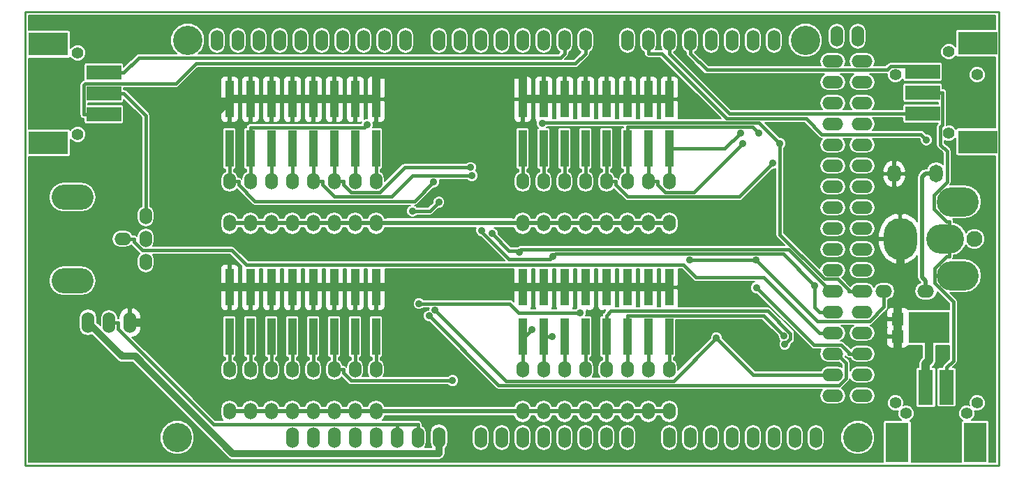
<source format=gtl>
G04 #@! TF.FileFunction,Copper,L1,Top,Signal*
%FSLAX46Y46*%
G04 Gerber Fmt 4.6, Leading zero omitted, Abs format (unit mm)*
G04 Created by KiCad (PCBNEW 4.1.0-alpha+201606220817+6945~45~ubuntu16.04.1-product) date Wed Jun 22 14:42:33 2016*
%MOMM*%
%LPD*%
G01*
G04 APERTURE LIST*
%ADD10C,0.100000*%
%ADD11C,0.228600*%
%ADD12O,1.524000X2.540000*%
%ADD13C,1.930400*%
%ADD14O,4.572000X3.556000*%
%ADD15O,4.064000X5.080000*%
%ADD16O,5.080000X3.556000*%
%ADD17O,5.080000X3.048000*%
%ADD18O,2.032000X1.524000*%
%ADD19O,1.524000X2.032000*%
%ADD20R,1.016000X4.495800*%
%ADD21C,3.556000*%
%ADD22O,2.540000X1.524000*%
%ADD23R,4.191000X1.778000*%
%ADD24C,1.397000*%
%ADD25R,4.826000X2.794000*%
%ADD26R,1.778000X4.191000*%
%ADD27R,2.794000X4.826000*%
%ADD28R,4.960000X3.800000*%
%ADD29R,1.440000X1.600000*%
%ADD30O,1.651000X2.159000*%
%ADD31C,0.889000*%
%ADD32C,1.016000*%
%ADD33C,0.406400*%
%ADD34C,0.812800*%
%ADD35C,0.508000*%
%ADD36C,0.203200*%
G04 APERTURE END LIST*
D10*
D11*
X211455000Y-75311000D02*
X93345000Y-75311000D01*
X211455000Y-130429000D02*
X211455000Y-75311000D01*
X93345000Y-130429000D02*
X211455000Y-130429000D01*
X93345000Y-75311000D02*
X93345000Y-130429000D01*
D12*
X103505000Y-113030000D03*
X100965000Y-113030000D03*
X106045000Y-113030000D03*
D13*
X208457800Y-102870000D03*
D14*
X204952600Y-102870000D03*
D15*
X199466200Y-102870000D03*
D16*
X206451200Y-98374200D03*
X206451200Y-107365800D03*
D17*
X99060000Y-107950000D03*
X99060000Y-97790000D03*
D18*
X105156000Y-102870000D03*
D19*
X107950000Y-102870000D03*
X107950000Y-100076000D03*
X107950000Y-105664000D03*
D20*
X171450000Y-85902800D03*
X171450000Y-91897200D03*
X168910000Y-85902800D03*
X168910000Y-91897200D03*
X166370000Y-85902800D03*
X166370000Y-91897200D03*
X163830000Y-85902800D03*
X163830000Y-91897200D03*
X161290000Y-85902800D03*
X161290000Y-91897200D03*
X158750000Y-85902800D03*
X158750000Y-91897200D03*
X156210000Y-85902800D03*
X156210000Y-91897200D03*
X153670000Y-85902800D03*
X153670000Y-91897200D03*
X135890000Y-85902800D03*
X135890000Y-91897200D03*
X133350000Y-85902800D03*
X133350000Y-91897200D03*
X130810000Y-85902800D03*
X130810000Y-91897200D03*
X128270000Y-85902800D03*
X128270000Y-91897200D03*
X125730000Y-85902800D03*
X125730000Y-91897200D03*
X123190000Y-85902800D03*
X123190000Y-91897200D03*
X120650000Y-85902800D03*
X120650000Y-91897200D03*
X118110000Y-85902800D03*
X118110000Y-91897200D03*
X171450000Y-108762800D03*
X171450000Y-114757200D03*
X168910000Y-108762800D03*
X168910000Y-114757200D03*
X166370000Y-108762800D03*
X166370000Y-114757200D03*
X163830000Y-108762800D03*
X163830000Y-114757200D03*
X161290000Y-108762800D03*
X161290000Y-114757200D03*
X158750000Y-108762800D03*
X158750000Y-114757200D03*
X156210000Y-108762800D03*
X156210000Y-114757200D03*
X153670000Y-108762800D03*
X153670000Y-114757200D03*
X135890000Y-108762800D03*
X135890000Y-114757200D03*
X133350000Y-108762800D03*
X133350000Y-114757200D03*
X130810000Y-108762800D03*
X130810000Y-114757200D03*
X128270000Y-108762800D03*
X128270000Y-114757200D03*
X125730000Y-108762800D03*
X125730000Y-114757200D03*
X123190000Y-108762800D03*
X123190000Y-114757200D03*
X120650000Y-108762800D03*
X120650000Y-114757200D03*
X118110000Y-108762800D03*
X118110000Y-114757200D03*
D21*
X111760000Y-127000000D03*
X113030000Y-78740000D03*
X194310000Y-127000000D03*
X187960000Y-78740000D03*
D12*
X125730000Y-127000000D03*
X128270000Y-127000000D03*
X130810000Y-127000000D03*
X133350000Y-127000000D03*
X135890000Y-127000000D03*
X138430000Y-127000000D03*
X140970000Y-127000000D03*
X143510000Y-127000000D03*
X148590000Y-127000000D03*
X151130000Y-127000000D03*
X153670000Y-127000000D03*
X156210000Y-127000000D03*
X158750000Y-127000000D03*
X161290000Y-127000000D03*
X163830000Y-127000000D03*
X166370000Y-127000000D03*
X171450000Y-127000000D03*
X173990000Y-127000000D03*
X176530000Y-127000000D03*
X179070000Y-127000000D03*
X181610000Y-127000000D03*
X184150000Y-127000000D03*
X186690000Y-127000000D03*
X189230000Y-127000000D03*
X116586000Y-78740000D03*
X119126000Y-78740000D03*
X121666000Y-78740000D03*
X124206000Y-78740000D03*
X126746000Y-78740000D03*
X129286000Y-78740000D03*
X131826000Y-78740000D03*
X134366000Y-78740000D03*
X136906000Y-78740000D03*
X139446000Y-78740000D03*
X143510000Y-78740000D03*
X161290000Y-78740000D03*
X158750000Y-78740000D03*
X156210000Y-78740000D03*
X153670000Y-78740000D03*
X151130000Y-78740000D03*
X148590000Y-78740000D03*
X146050000Y-78740000D03*
X166370000Y-78740000D03*
X168910000Y-78740000D03*
X171450000Y-78740000D03*
X173990000Y-78740000D03*
X176530000Y-78740000D03*
X179070000Y-78740000D03*
X181610000Y-78740000D03*
X184150000Y-78740000D03*
X191770000Y-78232000D03*
X194310000Y-78232000D03*
D22*
X191262000Y-81280000D03*
X194818000Y-81280000D03*
X191262000Y-83820000D03*
X194818000Y-83820000D03*
X191262000Y-86360000D03*
X194818000Y-86360000D03*
X191262000Y-88900000D03*
X194818000Y-88900000D03*
X191262000Y-91440000D03*
X194818000Y-91440000D03*
X191262000Y-93980000D03*
X194818000Y-93980000D03*
X191262000Y-96520000D03*
X194818000Y-96520000D03*
X191262000Y-99060000D03*
X194818000Y-99060000D03*
X191262000Y-101600000D03*
X194818000Y-101600000D03*
X191262000Y-104140000D03*
X194818000Y-104140000D03*
X191262000Y-106680000D03*
X194818000Y-106680000D03*
X191262000Y-109220000D03*
X194818000Y-109220000D03*
X191262000Y-111760000D03*
X194818000Y-111760000D03*
X191262000Y-114300000D03*
X194818000Y-114300000D03*
X191262000Y-116840000D03*
X194818000Y-116840000D03*
X191262000Y-119380000D03*
X194818000Y-119380000D03*
X191262000Y-121920000D03*
X194818000Y-121920000D03*
D23*
X102870000Y-87757000D03*
X102870000Y-85217000D03*
X102870000Y-82677000D03*
D24*
X99695000Y-90170000D03*
X99695000Y-80264000D03*
D25*
X96139000Y-91211400D03*
X96139000Y-79222600D03*
D24*
X208788000Y-82931000D03*
X198882000Y-82931000D03*
D23*
X202184000Y-82550000D03*
X202184000Y-85090000D03*
X202184000Y-87630000D03*
D24*
X205359000Y-80137000D03*
X205359000Y-90043000D03*
D25*
X208915000Y-79095600D03*
X208915000Y-91084400D03*
D24*
X198882000Y-122809000D03*
X208788000Y-122809000D03*
D26*
X205105000Y-120904000D03*
X202565000Y-120904000D03*
D24*
X207518000Y-124079000D03*
X200152000Y-124079000D03*
D27*
X208559400Y-127635000D03*
X199110600Y-127635000D03*
D28*
X202950000Y-113665000D03*
D29*
X199150000Y-114730000D03*
X199150000Y-112600000D03*
D18*
X202565000Y-109220000D03*
X197485000Y-109220000D03*
D19*
X171450000Y-100965000D03*
X171450000Y-95885000D03*
X168910000Y-100965000D03*
X168910000Y-95885000D03*
X166370000Y-100965000D03*
X166370000Y-95885000D03*
X163830000Y-100965000D03*
X163830000Y-95885000D03*
X161290000Y-100965000D03*
X161290000Y-95885000D03*
X158750000Y-100965000D03*
X158750000Y-95885000D03*
X156210000Y-100965000D03*
X156210000Y-95885000D03*
X153670000Y-100965000D03*
X153670000Y-95885000D03*
X135890000Y-100965000D03*
X135890000Y-95885000D03*
X133350000Y-100965000D03*
X133350000Y-95885000D03*
X130810000Y-100965000D03*
X130810000Y-95885000D03*
X128270000Y-100965000D03*
X128270000Y-95885000D03*
X125730000Y-100965000D03*
X125730000Y-95885000D03*
X123190000Y-100965000D03*
X123190000Y-95885000D03*
X120650000Y-100965000D03*
X120650000Y-95885000D03*
X171450000Y-123825000D03*
X171450000Y-118745000D03*
X168910000Y-123825000D03*
X168910000Y-118745000D03*
X166370000Y-123825000D03*
X166370000Y-118745000D03*
X163830000Y-123825000D03*
X163830000Y-118745000D03*
X161290000Y-123825000D03*
X161290000Y-118745000D03*
X158750000Y-123825000D03*
X158750000Y-118745000D03*
X156210000Y-123825000D03*
X156210000Y-118745000D03*
X153670000Y-123825000D03*
X153670000Y-118745000D03*
X135890000Y-123825000D03*
X135890000Y-118745000D03*
X133350000Y-123825000D03*
X133350000Y-118745000D03*
X130810000Y-123825000D03*
X130810000Y-118745000D03*
X128270000Y-123825000D03*
X128270000Y-118745000D03*
X125730000Y-123825000D03*
X125730000Y-118745000D03*
X123190000Y-123825000D03*
X123190000Y-118745000D03*
X120650000Y-123825000D03*
X120650000Y-118745000D03*
X118110000Y-123825000D03*
X118110000Y-118745000D03*
X118110000Y-100965000D03*
X118110000Y-95885000D03*
D30*
X198755000Y-94970600D03*
X203835000Y-94970600D03*
D31*
X116565100Y-99253500D03*
X182003800Y-105432600D03*
X173950000Y-105432600D03*
X143487000Y-98427000D03*
X140282300Y-99494900D03*
X189110600Y-108527200D03*
X157310500Y-104997700D03*
X148706300Y-101875700D03*
X142332200Y-112238900D03*
X182008300Y-108789400D03*
X177170600Y-114885900D03*
X143044200Y-111549300D03*
X180079100Y-90012000D03*
X180319800Y-91311100D03*
X182297400Y-90047500D03*
X184038700Y-93658600D03*
X147369500Y-94199000D03*
X147543600Y-95206200D03*
X134803300Y-88997300D03*
X142862300Y-95955800D03*
X185389500Y-114684400D03*
X185476500Y-115695100D03*
X157271000Y-114757200D03*
X154759700Y-113921800D03*
X145177900Y-120076300D03*
X202647800Y-90843700D03*
X149968300Y-102240300D03*
X153272100Y-104516900D03*
X160659100Y-111891100D03*
X141108400Y-110725900D03*
X184849200Y-91283600D03*
X156030700Y-88854800D03*
D32*
X153670000Y-85902800D02*
X156210000Y-85902800D01*
X156210000Y-85902800D02*
X158750000Y-85902800D01*
X120650000Y-85902800D02*
X123190000Y-85902800D01*
X123190000Y-85902800D02*
X125730000Y-85902800D01*
X158750000Y-85902800D02*
X161290000Y-85902800D01*
X161290000Y-85902800D02*
X163830000Y-85902800D01*
X125730000Y-85902800D02*
X128270000Y-85902800D01*
X128270000Y-85902800D02*
X130810000Y-85902800D01*
X163830000Y-85902800D02*
X166370000Y-85902800D01*
X166370000Y-85902800D02*
X168910000Y-85902800D01*
X168910000Y-85902800D02*
X171450000Y-85902800D01*
X130810000Y-85902800D02*
X133350000Y-85902800D01*
X125730200Y-108763000D02*
X125730000Y-108762800D01*
X125730200Y-108763000D02*
X128270200Y-108763000D01*
X128270200Y-108763000D02*
X128270000Y-108762800D01*
X161290200Y-108763000D02*
X161290000Y-108762800D01*
X161290200Y-108763000D02*
X163830200Y-108763000D01*
X163830200Y-108763000D02*
X163830000Y-108762800D01*
X118110000Y-108763000D02*
X118110000Y-108762800D01*
X120650000Y-108762900D02*
X120650000Y-108762800D01*
X120650100Y-108763000D02*
X120650000Y-108762900D01*
X133350000Y-108763000D02*
X133350000Y-108762800D01*
X133350000Y-108763000D02*
X135890000Y-108763000D01*
X168910000Y-108763000D02*
X168910000Y-108762800D01*
X128270200Y-108763000D02*
X130810100Y-108763000D01*
X130810100Y-108763000D02*
X133350000Y-108763000D01*
X130810000Y-108762900D02*
X130810000Y-108762800D01*
X130810100Y-108763000D02*
X130810000Y-108762900D01*
X163830200Y-108763000D02*
X166370100Y-108763000D01*
X166370100Y-108763000D02*
X168910000Y-108763000D01*
X166370000Y-108762900D02*
X166370000Y-108762800D01*
X166370100Y-108763000D02*
X166370000Y-108762900D01*
X118110000Y-108763000D02*
X120650100Y-108763000D01*
X111836300Y-108763000D02*
X107569300Y-113030000D01*
X118110000Y-108763000D02*
X111836300Y-108763000D01*
X106045000Y-113030000D02*
X107569300Y-113030000D01*
X118110000Y-85902800D02*
X120650000Y-85902800D01*
X168910000Y-108763000D02*
X171449800Y-108763000D01*
X171449800Y-108763000D02*
X171450000Y-108763000D01*
X171449800Y-108763000D02*
X171450000Y-108762800D01*
X153670000Y-108763000D02*
X153670000Y-108762800D01*
X153670000Y-108763000D02*
X156210100Y-108763000D01*
X156210000Y-108762900D02*
X156210000Y-108762800D01*
X156210100Y-108763000D02*
X156210000Y-108762900D01*
X199466200Y-110721500D02*
X199466200Y-102870000D01*
X199150000Y-111037700D02*
X199466200Y-110721500D01*
X199150000Y-112600000D02*
X199150000Y-111037700D01*
X123190200Y-108763000D02*
X123190000Y-108762800D01*
X120650100Y-108763000D02*
X123190200Y-108763000D01*
X123190200Y-108763000D02*
X125730200Y-108763000D01*
X135890000Y-108763000D02*
X135890100Y-108762900D01*
X135890100Y-108762900D02*
X135890000Y-108762800D01*
X135890100Y-108762900D02*
X139884700Y-108762900D01*
X153669900Y-108762900D02*
X153670000Y-108762800D01*
X139884700Y-108762900D02*
X153669900Y-108762900D01*
X116565100Y-87447700D02*
X118110000Y-85902800D01*
X116565100Y-99253500D02*
X116565100Y-87447700D01*
X133350000Y-85902800D02*
X135890000Y-85902800D01*
X135890000Y-82892600D02*
X153670000Y-82892600D01*
X135890000Y-85902800D02*
X135890000Y-82892600D01*
X153670000Y-85902800D02*
X153670000Y-82892600D01*
X199150000Y-120251600D02*
X199150000Y-114730000D01*
X195938500Y-123463100D02*
X199150000Y-120251600D01*
X181331900Y-123463100D02*
X195938500Y-123463100D01*
X179463500Y-121594700D02*
X181331900Y-123463100D01*
X149900100Y-121594700D02*
X179463500Y-121594700D01*
X139884700Y-111579300D02*
X149900100Y-121594700D01*
X139884700Y-108762900D02*
X139884700Y-111579300D01*
X199150000Y-114730000D02*
X199150000Y-112600000D01*
X158750200Y-108763000D02*
X158750000Y-108762800D01*
X156210100Y-108763000D02*
X158750200Y-108763000D01*
X158750200Y-108763000D02*
X161290200Y-108763000D01*
D33*
X102870000Y-85217000D02*
X105295700Y-85217000D01*
X107950000Y-87871300D02*
X107950000Y-100330000D01*
X105295700Y-85217000D02*
X107950000Y-87871300D01*
X205911400Y-117671900D02*
X205105000Y-118478300D01*
X205911400Y-110534000D02*
X205911400Y-117671900D01*
X203606000Y-108228600D02*
X205911400Y-110534000D01*
X203606000Y-106484900D02*
X203606000Y-108228600D01*
X205112700Y-104978200D02*
X203606000Y-106484900D01*
X205460600Y-104978200D02*
X205112700Y-104978200D01*
X205105000Y-120904000D02*
X205105000Y-118478300D01*
X205460600Y-103924100D02*
X205460600Y-104978200D01*
X202184000Y-85090000D02*
X204609700Y-85090000D01*
X205460600Y-102870000D02*
X205460600Y-103924100D01*
X204609700Y-89011600D02*
X204609700Y-85090000D01*
X204351800Y-89269500D02*
X204609700Y-89011600D01*
X204351800Y-91417500D02*
X204351800Y-89269500D01*
X205127400Y-92193100D02*
X204351800Y-91417500D01*
X205127400Y-95982800D02*
X205127400Y-92193100D01*
X203571300Y-97538900D02*
X205127400Y-95982800D01*
X203571300Y-99226900D02*
X203571300Y-97538900D01*
X205106200Y-100761800D02*
X203571300Y-99226900D01*
X205460600Y-100761800D02*
X205106200Y-100761800D01*
X205460600Y-102870000D02*
X205460600Y-100761800D01*
X189436600Y-112865400D02*
X182003800Y-105432600D01*
X195756400Y-112865400D02*
X189436600Y-112865400D01*
X197485000Y-111136800D02*
X195756400Y-112865400D01*
X197485000Y-109220000D02*
X197485000Y-111136800D01*
X182003800Y-105432600D02*
X173950000Y-105432600D01*
X138430000Y-125399800D02*
X140970000Y-125399800D01*
X138430000Y-127000000D02*
X138430000Y-125399800D01*
X140970000Y-127000000D02*
X140970000Y-125399800D01*
X116174000Y-125399800D02*
X138430000Y-125399800D01*
X104597200Y-113823000D02*
X116174000Y-125399800D01*
X104597200Y-113030000D02*
X104597200Y-113823000D01*
X103505000Y-113030000D02*
X104597200Y-113030000D01*
D34*
X105087300Y-117152300D02*
X100965000Y-113030000D01*
X106678400Y-117152300D02*
X105087300Y-117152300D01*
X118456800Y-128930700D02*
X106678400Y-117152300D01*
X143510000Y-128930700D02*
X118456800Y-128930700D01*
X143510000Y-127000000D02*
X143510000Y-128930700D01*
D33*
X142419100Y-99494900D02*
X140282300Y-99494900D01*
X143487000Y-98427000D02*
X142419100Y-99494900D01*
X191770000Y-111760000D02*
X189661800Y-111760000D01*
X189110600Y-111208800D02*
X189110600Y-108527200D01*
X189661800Y-111760000D02*
X189110600Y-111208800D01*
X185248500Y-104665100D02*
X189110600Y-108527200D01*
X157643100Y-104665100D02*
X185248500Y-104665100D01*
X157310500Y-104997700D02*
X157643100Y-104665100D01*
X156952500Y-105355700D02*
X157310500Y-104997700D01*
X152023600Y-105355700D02*
X156952500Y-105355700D01*
X148706300Y-102038400D02*
X152023600Y-105355700D01*
X148706300Y-101875700D02*
X148706300Y-102038400D01*
X150722400Y-120629100D02*
X142332200Y-112238900D01*
X192058200Y-120629100D02*
X150722400Y-120629100D01*
X192847500Y-119839800D02*
X192058200Y-120629100D01*
X192847500Y-117917500D02*
X192847500Y-119839800D01*
X191770000Y-116840000D02*
X192847500Y-117917500D01*
X194310000Y-116840000D02*
X193217800Y-116840000D01*
X188991700Y-115772800D02*
X182008300Y-108789400D01*
X192280900Y-115772800D02*
X188991700Y-115772800D01*
X193217800Y-116709700D02*
X192280900Y-115772800D01*
X193217800Y-116840000D02*
X193217800Y-116709700D01*
X191770000Y-119380000D02*
X189661800Y-119380000D01*
X181664700Y-119380000D02*
X189661800Y-119380000D01*
X177170600Y-114885900D02*
X181664700Y-119380000D01*
X151615600Y-120120700D02*
X143044200Y-111549300D01*
X171935800Y-120120700D02*
X151615600Y-120120700D01*
X177170600Y-114885900D02*
X171935800Y-120120700D01*
D35*
X118110000Y-100965000D02*
X120650000Y-100965000D01*
X153670000Y-100965000D02*
X156210000Y-100965000D01*
X118110000Y-123825000D02*
X120650000Y-123825000D01*
X153670000Y-123825000D02*
X156210000Y-123825000D01*
X156210000Y-123825000D02*
X158750000Y-123825000D01*
X120650000Y-123825000D02*
X123190000Y-123825000D01*
X156210000Y-100965000D02*
X158750000Y-100965000D01*
X120650000Y-100965000D02*
X123190000Y-100965000D01*
X123190000Y-100965000D02*
X125730000Y-100965000D01*
X158750000Y-100965000D02*
X161290000Y-100965000D01*
X123190000Y-123825000D02*
X125730000Y-123825000D01*
X158750000Y-123825000D02*
X161290000Y-123825000D01*
X161290000Y-123825000D02*
X163830000Y-123825000D01*
X125730000Y-123825000D02*
X128270000Y-123825000D01*
X161290000Y-100965000D02*
X163830000Y-100965000D01*
X125730000Y-100965000D02*
X128270000Y-100965000D01*
X128270000Y-100965000D02*
X130810000Y-100965000D01*
X163830000Y-100965000D02*
X166370000Y-100965000D01*
X128270000Y-123825000D02*
X130810000Y-123825000D01*
X163830000Y-123825000D02*
X166370000Y-123825000D01*
X166370000Y-123825000D02*
X168910000Y-123825000D01*
X168910000Y-123825000D02*
X171450000Y-123825000D01*
X130810000Y-123825000D02*
X133350000Y-123825000D01*
X166370000Y-100965000D02*
X168910000Y-100965000D01*
X168910000Y-100965000D02*
X171450000Y-100965000D01*
X130810000Y-100965000D02*
X133350000Y-100965000D01*
X133350000Y-123825000D02*
X135890000Y-123825000D01*
X153670000Y-123825000D02*
X152399700Y-123825000D01*
X135890000Y-123825000D02*
X137160300Y-123825000D01*
X202135800Y-95336000D02*
X202501200Y-94970600D01*
X202135800Y-107520500D02*
X202135800Y-95336000D01*
X202565000Y-107949700D02*
X202135800Y-107520500D01*
X202565000Y-109220000D02*
X202565000Y-107949700D01*
X203835000Y-94970600D02*
X202501200Y-94970600D01*
X152399700Y-123825000D02*
X137160300Y-123825000D01*
X133350000Y-100965000D02*
X135890000Y-100965000D01*
X152339600Y-100904900D02*
X152399700Y-100965000D01*
X137220400Y-100904900D02*
X152339600Y-100904900D01*
X137160300Y-100965000D02*
X137220400Y-100904900D01*
X135890000Y-100965000D02*
X137160300Y-100965000D01*
X153670000Y-100965000D02*
X152399700Y-100965000D01*
D33*
X171450000Y-91897200D02*
X171450000Y-95885000D01*
X178193900Y-91897200D02*
X180079100Y-90012000D01*
X171450000Y-91897200D02*
X178193900Y-91897200D01*
X168910000Y-91897200D02*
X168910000Y-95885000D01*
X174400200Y-97230700D02*
X180319800Y-91311100D01*
X170938300Y-97230700D02*
X174400200Y-97230700D01*
X170002200Y-96294600D02*
X170938300Y-97230700D01*
X170002200Y-95885000D02*
X170002200Y-96294600D01*
X168910000Y-95885000D02*
X170002200Y-95885000D01*
X166370000Y-95885000D02*
X166370000Y-91897200D01*
X166370000Y-91897200D02*
X166370000Y-89319100D01*
X181511100Y-89261200D02*
X182297400Y-90047500D01*
X166427900Y-89261200D02*
X181511100Y-89261200D01*
X166370000Y-89319100D02*
X166427900Y-89261200D01*
X163830000Y-91897200D02*
X163830000Y-95885000D01*
X163830000Y-95885000D02*
X164922200Y-95885000D01*
X179958200Y-97739100D02*
X184038700Y-93658600D01*
X166366700Y-97739100D02*
X179958200Y-97739100D01*
X164922200Y-96294600D02*
X166366700Y-97739100D01*
X164922200Y-95885000D02*
X164922200Y-96294600D01*
X161290000Y-95885000D02*
X161290000Y-91897200D01*
X158750000Y-95885000D02*
X158750000Y-91897200D01*
X156210000Y-95885000D02*
X156210000Y-91897200D01*
X153670000Y-95885000D02*
X153670000Y-91897200D01*
X135890000Y-95885000D02*
X135890000Y-91897200D01*
X133350000Y-95885000D02*
X133350000Y-91897200D01*
X130810000Y-91897200D02*
X130810000Y-95885000D01*
X130810000Y-95885000D02*
X131902200Y-95885000D01*
X139339100Y-94199000D02*
X147369500Y-94199000D01*
X136306600Y-97231500D02*
X139339100Y-94199000D01*
X132839100Y-97231500D02*
X136306600Y-97231500D01*
X131902200Y-96294600D02*
X132839100Y-97231500D01*
X131902200Y-95885000D02*
X131902200Y-96294600D01*
X128270000Y-91897200D02*
X128270000Y-95885000D01*
X128270000Y-95885000D02*
X129362200Y-95885000D01*
X140274900Y-95206200D02*
X147543600Y-95206200D01*
X137741200Y-97739900D02*
X140274900Y-95206200D01*
X130807500Y-97739900D02*
X137741200Y-97739900D01*
X129362200Y-96294600D02*
X130807500Y-97739900D01*
X129362200Y-95885000D02*
X129362200Y-96294600D01*
X125730000Y-95885000D02*
X125730000Y-91897200D01*
X123190000Y-91897200D02*
X123190000Y-95885000D01*
X120650000Y-95885000D02*
X120650000Y-91897200D01*
X120650000Y-91897200D02*
X120650000Y-89319100D01*
X134481500Y-89319100D02*
X134803300Y-88997300D01*
X120650000Y-89319100D02*
X134481500Y-89319100D01*
X118110000Y-91897200D02*
X118110000Y-95885000D01*
X140537100Y-98281000D02*
X142862300Y-95955800D01*
X121188600Y-98281000D02*
X140537100Y-98281000D01*
X119202200Y-96294600D02*
X121188600Y-98281000D01*
X119202200Y-95885000D02*
X119202200Y-96294600D01*
X118110000Y-95885000D02*
X119202200Y-95885000D01*
X106502200Y-103209500D02*
X106502200Y-102870000D01*
X107559700Y-104267000D02*
X106502200Y-103209500D01*
X118373500Y-104267000D02*
X107559700Y-104267000D01*
X120163800Y-106057300D02*
X118373500Y-104267000D01*
X173200300Y-106057300D02*
X120163800Y-106057300D01*
X174706200Y-107563200D02*
X173200300Y-106057300D01*
X182925000Y-107563200D02*
X174706200Y-107563200D01*
X189661800Y-114300000D02*
X182925000Y-107563200D01*
X191770000Y-114300000D02*
X189661800Y-114300000D01*
X105410000Y-102870000D02*
X106502200Y-102870000D01*
X171450000Y-118745000D02*
X171450000Y-114757200D01*
X168910000Y-118745000D02*
X168910000Y-114757200D01*
X166370000Y-114757200D02*
X166370000Y-112179100D01*
X166370000Y-118745000D02*
X166370000Y-114757200D01*
X182884200Y-112179100D02*
X185389500Y-114684400D01*
X166370000Y-112179100D02*
X182884200Y-112179100D01*
X163830000Y-118745000D02*
X163830000Y-114757200D01*
X163830000Y-114757200D02*
X163830000Y-112179100D01*
X186139200Y-115032400D02*
X185476500Y-115695100D01*
X186139200Y-114359300D02*
X186139200Y-115032400D01*
X183417600Y-111637700D02*
X186139200Y-114359300D01*
X164371400Y-111637700D02*
X183417600Y-111637700D01*
X163830000Y-112179100D02*
X164371400Y-111637700D01*
X161290000Y-118745000D02*
X161290000Y-114757200D01*
X158750000Y-118745000D02*
X158750000Y-114757200D01*
X156210000Y-118745000D02*
X156210000Y-114757200D01*
X156210000Y-114757200D02*
X157271000Y-114757200D01*
X153670000Y-118745000D02*
X153670000Y-114757200D01*
X153924300Y-114757200D02*
X154759700Y-113921800D01*
X153670000Y-114757200D02*
X153924300Y-114757200D01*
X135890000Y-118745000D02*
X135890000Y-114757200D01*
X133350000Y-118745000D02*
X133350000Y-114757200D01*
X130810000Y-114757200D02*
X130810000Y-118745000D01*
X132823900Y-120076300D02*
X145177900Y-120076300D01*
X131902200Y-119154600D02*
X132823900Y-120076300D01*
X131902200Y-118745000D02*
X131902200Y-119154600D01*
X130810000Y-118745000D02*
X131902200Y-118745000D01*
X128270000Y-118745000D02*
X128270000Y-114757200D01*
X125730000Y-118745000D02*
X125730000Y-114757200D01*
X123190000Y-118745000D02*
X123190000Y-114757200D01*
X120650000Y-118745000D02*
X120650000Y-114757200D01*
X118110000Y-118745000D02*
X118110000Y-114757200D01*
X160061300Y-81568900D02*
X161290000Y-80340200D01*
X114023300Y-81568900D02*
X160061300Y-81568900D01*
X111569400Y-84022800D02*
X114023300Y-81568900D01*
X100608900Y-84022800D02*
X111569400Y-84022800D01*
X100444300Y-84187400D02*
X100608900Y-84022800D01*
X100444300Y-87757000D02*
X100444300Y-84187400D01*
X102870000Y-87757000D02*
X100444300Y-87757000D01*
X161290000Y-78740000D02*
X161290000Y-80340200D01*
X158222600Y-80867600D02*
X158750000Y-80340200D01*
X107105100Y-80867600D02*
X158222600Y-80867600D01*
X105295700Y-82677000D02*
X107105100Y-80867600D01*
X102870000Y-82677000D02*
X105295700Y-82677000D01*
X158750000Y-78740000D02*
X158750000Y-80340200D01*
X168910000Y-78740000D02*
X168910000Y-80340200D01*
X170510200Y-80340200D02*
X168910000Y-80340200D01*
X178414600Y-88244600D02*
X170510200Y-80340200D01*
X188031000Y-88244600D02*
X178414600Y-88244600D01*
X189956400Y-90170000D02*
X188031000Y-88244600D01*
X201974100Y-90170000D02*
X189956400Y-90170000D01*
X202647800Y-90843700D02*
X201974100Y-90170000D01*
X171450000Y-78740000D02*
X171450000Y-80340200D01*
X178739800Y-87630000D02*
X171450000Y-80340200D01*
X202184000Y-87630000D02*
X178739800Y-87630000D01*
X176003200Y-82353400D02*
X173990000Y-80340200D01*
X197872100Y-82353400D02*
X176003200Y-82353400D01*
X198318000Y-81907500D02*
X197872100Y-82353400D01*
X201541500Y-81907500D02*
X198318000Y-81907500D01*
X202184000Y-82550000D02*
X201541500Y-81907500D01*
X173990000Y-78740000D02*
X173990000Y-80340200D01*
X153272100Y-104298300D02*
X153272100Y-104516900D01*
X153430500Y-104139900D02*
X153272100Y-104298300D01*
X185929700Y-104139900D02*
X153430500Y-104139900D01*
X191009800Y-109220000D02*
X185929700Y-104139900D01*
X191770000Y-109220000D02*
X191009800Y-109220000D01*
X152026300Y-104298300D02*
X149968300Y-102240300D01*
X153272100Y-104298300D02*
X152026300Y-104298300D01*
X152047900Y-110725900D02*
X141108400Y-110725900D01*
X153213100Y-111891100D02*
X152047900Y-110725900D01*
X160659100Y-111891100D02*
X153213100Y-111891100D01*
X194310000Y-109220000D02*
X193217800Y-109220000D01*
X184849200Y-102340400D02*
X184849200Y-91283600D01*
X190258500Y-107749700D02*
X184849200Y-102340400D01*
X191860700Y-107749700D02*
X190258500Y-107749700D01*
X193217800Y-109106800D02*
X191860700Y-107749700D01*
X193217800Y-109220000D02*
X193217800Y-109106800D01*
X182318500Y-88752900D02*
X184849200Y-91283600D01*
X156132600Y-88752900D02*
X182318500Y-88752900D01*
X156030700Y-88854800D02*
X156132600Y-88752900D01*
D32*
X202950000Y-117661200D02*
X202565000Y-118046200D01*
X202950000Y-113665000D02*
X202950000Y-117661200D01*
X202565000Y-120904000D02*
X202565000Y-118046200D01*
D36*
G36*
X211035900Y-77387829D02*
X206502000Y-77387829D01*
X206383073Y-77411485D01*
X206282252Y-77478852D01*
X206214885Y-77579673D01*
X206191229Y-77698600D01*
X206191229Y-79550563D01*
X205928066Y-79286939D01*
X205559444Y-79133874D01*
X205160307Y-79133526D01*
X204791419Y-79285948D01*
X204508939Y-79567934D01*
X204355874Y-79936556D01*
X204355526Y-80335693D01*
X204507948Y-80704581D01*
X204789934Y-80987061D01*
X205158556Y-81140126D01*
X205557693Y-81140474D01*
X205926581Y-80988052D01*
X206209061Y-80706066D01*
X206235504Y-80642385D01*
X206282252Y-80712348D01*
X206383073Y-80779715D01*
X206502000Y-80803371D01*
X211035900Y-80803371D01*
X211035900Y-89376629D01*
X206502000Y-89376629D01*
X206383073Y-89400285D01*
X206282252Y-89467652D01*
X206235657Y-89537386D01*
X206210052Y-89475419D01*
X205928066Y-89192939D01*
X205559444Y-89039874D01*
X205160307Y-89039526D01*
X205107832Y-89061208D01*
X205117700Y-89011600D01*
X205117700Y-85090000D01*
X205079031Y-84895597D01*
X204968910Y-84730790D01*
X204804103Y-84620669D01*
X204609700Y-84582000D01*
X204590271Y-84582000D01*
X204590271Y-84201000D01*
X204566615Y-84082073D01*
X204499248Y-83981252D01*
X204398427Y-83913885D01*
X204279500Y-83890229D01*
X200088500Y-83890229D01*
X199969573Y-83913885D01*
X199868752Y-83981252D01*
X199801385Y-84082073D01*
X199777729Y-84201000D01*
X199777729Y-85979000D01*
X199801385Y-86097927D01*
X199868752Y-86198748D01*
X199969573Y-86266115D01*
X200088500Y-86289771D01*
X204101700Y-86289771D01*
X204101700Y-86430229D01*
X200088500Y-86430229D01*
X199969573Y-86453885D01*
X199868752Y-86521252D01*
X199801385Y-86622073D01*
X199777729Y-86741000D01*
X199777729Y-87122000D01*
X196099733Y-87122000D01*
X196111194Y-87114342D01*
X196342447Y-86768247D01*
X196423652Y-86360000D01*
X196342447Y-85951753D01*
X196111194Y-85605658D01*
X195765099Y-85374405D01*
X195356852Y-85293200D01*
X194279148Y-85293200D01*
X193870901Y-85374405D01*
X193524806Y-85605658D01*
X193293553Y-85951753D01*
X193212348Y-86360000D01*
X193293553Y-86768247D01*
X193524806Y-87114342D01*
X193536267Y-87122000D01*
X192543733Y-87122000D01*
X192555194Y-87114342D01*
X192786447Y-86768247D01*
X192867652Y-86360000D01*
X192786447Y-85951753D01*
X192555194Y-85605658D01*
X192209099Y-85374405D01*
X191800852Y-85293200D01*
X190723148Y-85293200D01*
X190314901Y-85374405D01*
X189968806Y-85605658D01*
X189737553Y-85951753D01*
X189656348Y-86360000D01*
X189737553Y-86768247D01*
X189968806Y-87114342D01*
X189980267Y-87122000D01*
X178950220Y-87122000D01*
X171998772Y-80170552D01*
X172204342Y-80033194D01*
X172435595Y-79687099D01*
X172516800Y-79278852D01*
X172516800Y-78201148D01*
X172923200Y-78201148D01*
X172923200Y-79278852D01*
X173004405Y-79687099D01*
X173235658Y-80033194D01*
X173482000Y-80197794D01*
X173482000Y-80340200D01*
X173520669Y-80534603D01*
X173630790Y-80699410D01*
X175643990Y-82712610D01*
X175808797Y-82822731D01*
X176003200Y-82861400D01*
X190274500Y-82861400D01*
X189968806Y-83065658D01*
X189737553Y-83411753D01*
X189656348Y-83820000D01*
X189737553Y-84228247D01*
X189968806Y-84574342D01*
X190314901Y-84805595D01*
X190723148Y-84886800D01*
X191800852Y-84886800D01*
X192209099Y-84805595D01*
X192555194Y-84574342D01*
X192786447Y-84228247D01*
X192867652Y-83820000D01*
X192786447Y-83411753D01*
X192555194Y-83065658D01*
X192249500Y-82861400D01*
X193830500Y-82861400D01*
X193524806Y-83065658D01*
X193293553Y-83411753D01*
X193212348Y-83820000D01*
X193293553Y-84228247D01*
X193524806Y-84574342D01*
X193870901Y-84805595D01*
X194279148Y-84886800D01*
X195356852Y-84886800D01*
X195765099Y-84805595D01*
X196111194Y-84574342D01*
X196342447Y-84228247D01*
X196423652Y-83820000D01*
X196342447Y-83411753D01*
X196111194Y-83065658D01*
X195805500Y-82861400D01*
X197872100Y-82861400D01*
X197878761Y-82860075D01*
X197878526Y-83129693D01*
X198030948Y-83498581D01*
X198312934Y-83781061D01*
X198681556Y-83934126D01*
X199080693Y-83934474D01*
X199449581Y-83782052D01*
X199732061Y-83500066D01*
X199777729Y-83390085D01*
X199777729Y-83439000D01*
X199801385Y-83557927D01*
X199868752Y-83658748D01*
X199969573Y-83726115D01*
X200088500Y-83749771D01*
X204279500Y-83749771D01*
X204398427Y-83726115D01*
X204499248Y-83658748D01*
X204566615Y-83557927D01*
X204590271Y-83439000D01*
X204590271Y-83129693D01*
X207784526Y-83129693D01*
X207936948Y-83498581D01*
X208218934Y-83781061D01*
X208587556Y-83934126D01*
X208986693Y-83934474D01*
X209355581Y-83782052D01*
X209638061Y-83500066D01*
X209791126Y-83131444D01*
X209791474Y-82732307D01*
X209639052Y-82363419D01*
X209357066Y-82080939D01*
X208988444Y-81927874D01*
X208589307Y-81927526D01*
X208220419Y-82079948D01*
X207937939Y-82361934D01*
X207784874Y-82730556D01*
X207784526Y-83129693D01*
X204590271Y-83129693D01*
X204590271Y-81661000D01*
X204566615Y-81542073D01*
X204499248Y-81441252D01*
X204398427Y-81373885D01*
X204279500Y-81350229D01*
X200088500Y-81350229D01*
X199969573Y-81373885D01*
X199931238Y-81399500D01*
X198318000Y-81399500D01*
X198123597Y-81438169D01*
X197958790Y-81548290D01*
X197661680Y-81845400D01*
X196237441Y-81845400D01*
X196342447Y-81688247D01*
X196423652Y-81280000D01*
X196342447Y-80871753D01*
X196111194Y-80525658D01*
X195765099Y-80294405D01*
X195356852Y-80213200D01*
X194279148Y-80213200D01*
X193870901Y-80294405D01*
X193524806Y-80525658D01*
X193293553Y-80871753D01*
X193212348Y-81280000D01*
X193293553Y-81688247D01*
X193398559Y-81845400D01*
X192681441Y-81845400D01*
X192786447Y-81688247D01*
X192867652Y-81280000D01*
X192786447Y-80871753D01*
X192555194Y-80525658D01*
X192209099Y-80294405D01*
X191800852Y-80213200D01*
X190723148Y-80213200D01*
X190314901Y-80294405D01*
X189968806Y-80525658D01*
X189737553Y-80871753D01*
X189656348Y-81280000D01*
X189737553Y-81688247D01*
X189842559Y-81845400D01*
X176213620Y-81845400D01*
X174538772Y-80170552D01*
X174744342Y-80033194D01*
X174975595Y-79687099D01*
X175056800Y-79278852D01*
X175056800Y-78201148D01*
X175463200Y-78201148D01*
X175463200Y-79278852D01*
X175544405Y-79687099D01*
X175775658Y-80033194D01*
X176121753Y-80264447D01*
X176530000Y-80345652D01*
X176938247Y-80264447D01*
X177284342Y-80033194D01*
X177515595Y-79687099D01*
X177596800Y-79278852D01*
X177596800Y-78201148D01*
X178003200Y-78201148D01*
X178003200Y-79278852D01*
X178084405Y-79687099D01*
X178315658Y-80033194D01*
X178661753Y-80264447D01*
X179070000Y-80345652D01*
X179478247Y-80264447D01*
X179824342Y-80033194D01*
X180055595Y-79687099D01*
X180136800Y-79278852D01*
X180136800Y-78201148D01*
X180543200Y-78201148D01*
X180543200Y-79278852D01*
X180624405Y-79687099D01*
X180855658Y-80033194D01*
X181201753Y-80264447D01*
X181610000Y-80345652D01*
X182018247Y-80264447D01*
X182364342Y-80033194D01*
X182595595Y-79687099D01*
X182676800Y-79278852D01*
X182676800Y-78201148D01*
X183083200Y-78201148D01*
X183083200Y-79278852D01*
X183164405Y-79687099D01*
X183395658Y-80033194D01*
X183741753Y-80264447D01*
X184150000Y-80345652D01*
X184558247Y-80264447D01*
X184904342Y-80033194D01*
X185135595Y-79687099D01*
X185216800Y-79278852D01*
X185216800Y-79152477D01*
X185876840Y-79152477D01*
X186193259Y-79918270D01*
X186778648Y-80504682D01*
X187543888Y-80822437D01*
X188372477Y-80823160D01*
X189138270Y-80506741D01*
X189724682Y-79921352D01*
X190042437Y-79156112D01*
X190043160Y-78327523D01*
X189781042Y-77693148D01*
X190703200Y-77693148D01*
X190703200Y-78770852D01*
X190784405Y-79179099D01*
X191015658Y-79525194D01*
X191361753Y-79756447D01*
X191770000Y-79837652D01*
X192178247Y-79756447D01*
X192524342Y-79525194D01*
X192755595Y-79179099D01*
X192836800Y-78770852D01*
X192836800Y-77693148D01*
X193243200Y-77693148D01*
X193243200Y-78770852D01*
X193324405Y-79179099D01*
X193555658Y-79525194D01*
X193901753Y-79756447D01*
X194310000Y-79837652D01*
X194718247Y-79756447D01*
X195064342Y-79525194D01*
X195295595Y-79179099D01*
X195376800Y-78770852D01*
X195376800Y-77693148D01*
X195295595Y-77284901D01*
X195064342Y-76938806D01*
X194718247Y-76707553D01*
X194310000Y-76626348D01*
X193901753Y-76707553D01*
X193555658Y-76938806D01*
X193324405Y-77284901D01*
X193243200Y-77693148D01*
X192836800Y-77693148D01*
X192755595Y-77284901D01*
X192524342Y-76938806D01*
X192178247Y-76707553D01*
X191770000Y-76626348D01*
X191361753Y-76707553D01*
X191015658Y-76938806D01*
X190784405Y-77284901D01*
X190703200Y-77693148D01*
X189781042Y-77693148D01*
X189726741Y-77561730D01*
X189141352Y-76975318D01*
X188376112Y-76657563D01*
X187547523Y-76656840D01*
X186781730Y-76973259D01*
X186195318Y-77558648D01*
X185877563Y-78323888D01*
X185876840Y-79152477D01*
X185216800Y-79152477D01*
X185216800Y-78201148D01*
X185135595Y-77792901D01*
X184904342Y-77446806D01*
X184558247Y-77215553D01*
X184150000Y-77134348D01*
X183741753Y-77215553D01*
X183395658Y-77446806D01*
X183164405Y-77792901D01*
X183083200Y-78201148D01*
X182676800Y-78201148D01*
X182595595Y-77792901D01*
X182364342Y-77446806D01*
X182018247Y-77215553D01*
X181610000Y-77134348D01*
X181201753Y-77215553D01*
X180855658Y-77446806D01*
X180624405Y-77792901D01*
X180543200Y-78201148D01*
X180136800Y-78201148D01*
X180055595Y-77792901D01*
X179824342Y-77446806D01*
X179478247Y-77215553D01*
X179070000Y-77134348D01*
X178661753Y-77215553D01*
X178315658Y-77446806D01*
X178084405Y-77792901D01*
X178003200Y-78201148D01*
X177596800Y-78201148D01*
X177515595Y-77792901D01*
X177284342Y-77446806D01*
X176938247Y-77215553D01*
X176530000Y-77134348D01*
X176121753Y-77215553D01*
X175775658Y-77446806D01*
X175544405Y-77792901D01*
X175463200Y-78201148D01*
X175056800Y-78201148D01*
X174975595Y-77792901D01*
X174744342Y-77446806D01*
X174398247Y-77215553D01*
X173990000Y-77134348D01*
X173581753Y-77215553D01*
X173235658Y-77446806D01*
X173004405Y-77792901D01*
X172923200Y-78201148D01*
X172516800Y-78201148D01*
X172435595Y-77792901D01*
X172204342Y-77446806D01*
X171858247Y-77215553D01*
X171450000Y-77134348D01*
X171041753Y-77215553D01*
X170695658Y-77446806D01*
X170464405Y-77792901D01*
X170383200Y-78201148D01*
X170383200Y-79278852D01*
X170464405Y-79687099D01*
X170569200Y-79843936D01*
X170510200Y-79832200D01*
X169798642Y-79832200D01*
X169895595Y-79687099D01*
X169976800Y-79278852D01*
X169976800Y-78201148D01*
X169895595Y-77792901D01*
X169664342Y-77446806D01*
X169318247Y-77215553D01*
X168910000Y-77134348D01*
X168501753Y-77215553D01*
X168155658Y-77446806D01*
X167924405Y-77792901D01*
X167843200Y-78201148D01*
X167843200Y-79278852D01*
X167924405Y-79687099D01*
X168155658Y-80033194D01*
X168402000Y-80197794D01*
X168402000Y-80340200D01*
X168440669Y-80534603D01*
X168550790Y-80699410D01*
X168715597Y-80809531D01*
X168910000Y-80848200D01*
X170299780Y-80848200D01*
X177696480Y-88244900D01*
X172567600Y-88244900D01*
X172567600Y-86207600D01*
X172415200Y-86055200D01*
X171602400Y-86055200D01*
X171602400Y-86075200D01*
X171297600Y-86075200D01*
X171297600Y-86055200D01*
X170484800Y-86055200D01*
X170332400Y-86207600D01*
X170332400Y-88244900D01*
X170027600Y-88244900D01*
X170027600Y-86207600D01*
X169875200Y-86055200D01*
X169062400Y-86055200D01*
X169062400Y-86075200D01*
X168757600Y-86075200D01*
X168757600Y-86055200D01*
X167944800Y-86055200D01*
X167792400Y-86207600D01*
X167792400Y-88244900D01*
X167487600Y-88244900D01*
X167487600Y-86207600D01*
X167335200Y-86055200D01*
X166522400Y-86055200D01*
X166522400Y-86075200D01*
X166217600Y-86075200D01*
X166217600Y-86055200D01*
X165404800Y-86055200D01*
X165252400Y-86207600D01*
X165252400Y-88244900D01*
X164947600Y-88244900D01*
X164947600Y-86207600D01*
X164795200Y-86055200D01*
X163982400Y-86055200D01*
X163982400Y-86075200D01*
X163677600Y-86075200D01*
X163677600Y-86055200D01*
X162864800Y-86055200D01*
X162712400Y-86207600D01*
X162712400Y-88244900D01*
X162407600Y-88244900D01*
X162407600Y-86207600D01*
X162255200Y-86055200D01*
X161442400Y-86055200D01*
X161442400Y-86075200D01*
X161137600Y-86075200D01*
X161137600Y-86055200D01*
X160324800Y-86055200D01*
X160172400Y-86207600D01*
X160172400Y-88244900D01*
X159867600Y-88244900D01*
X159867600Y-86207600D01*
X159715200Y-86055200D01*
X158902400Y-86055200D01*
X158902400Y-86075200D01*
X158597600Y-86075200D01*
X158597600Y-86055200D01*
X157784800Y-86055200D01*
X157632400Y-86207600D01*
X157632400Y-88244900D01*
X157327600Y-88244900D01*
X157327600Y-86207600D01*
X157175200Y-86055200D01*
X156362400Y-86055200D01*
X156362400Y-86075200D01*
X156057600Y-86075200D01*
X156057600Y-86055200D01*
X155244800Y-86055200D01*
X155092400Y-86207600D01*
X155092400Y-88271957D01*
X155185206Y-88496011D01*
X155314616Y-88625421D01*
X155281530Y-88705101D01*
X155281270Y-89003191D01*
X155395104Y-89278690D01*
X155520314Y-89404119D01*
X155482252Y-89429552D01*
X155414885Y-89530373D01*
X155391229Y-89649300D01*
X155391229Y-94145100D01*
X155414885Y-94264027D01*
X155482252Y-94364848D01*
X155583073Y-94432215D01*
X155702000Y-94455871D01*
X155702000Y-94686182D01*
X155455658Y-94850782D01*
X155224405Y-95196877D01*
X155143200Y-95605124D01*
X155143200Y-96164876D01*
X155224405Y-96573123D01*
X155455658Y-96919218D01*
X155801753Y-97150471D01*
X156210000Y-97231676D01*
X156618247Y-97150471D01*
X156964342Y-96919218D01*
X157195595Y-96573123D01*
X157276800Y-96164876D01*
X157276800Y-95605124D01*
X157683200Y-95605124D01*
X157683200Y-96164876D01*
X157764405Y-96573123D01*
X157995658Y-96919218D01*
X158341753Y-97150471D01*
X158750000Y-97231676D01*
X159158247Y-97150471D01*
X159504342Y-96919218D01*
X159735595Y-96573123D01*
X159816800Y-96164876D01*
X159816800Y-95605124D01*
X160223200Y-95605124D01*
X160223200Y-96164876D01*
X160304405Y-96573123D01*
X160535658Y-96919218D01*
X160881753Y-97150471D01*
X161290000Y-97231676D01*
X161698247Y-97150471D01*
X162044342Y-96919218D01*
X162275595Y-96573123D01*
X162356800Y-96164876D01*
X162356800Y-95605124D01*
X162275595Y-95196877D01*
X162044342Y-94850782D01*
X161798000Y-94686182D01*
X161798000Y-94455871D01*
X161916927Y-94432215D01*
X162017748Y-94364848D01*
X162085115Y-94264027D01*
X162108771Y-94145100D01*
X162108771Y-89649300D01*
X162085115Y-89530373D01*
X162017748Y-89429552D01*
X161916927Y-89362185D01*
X161798000Y-89338529D01*
X160782000Y-89338529D01*
X160663073Y-89362185D01*
X160562252Y-89429552D01*
X160494885Y-89530373D01*
X160471229Y-89649300D01*
X160471229Y-94145100D01*
X160494885Y-94264027D01*
X160562252Y-94364848D01*
X160663073Y-94432215D01*
X160782000Y-94455871D01*
X160782000Y-94686182D01*
X160535658Y-94850782D01*
X160304405Y-95196877D01*
X160223200Y-95605124D01*
X159816800Y-95605124D01*
X159735595Y-95196877D01*
X159504342Y-94850782D01*
X159258000Y-94686182D01*
X159258000Y-94455871D01*
X159376927Y-94432215D01*
X159477748Y-94364848D01*
X159545115Y-94264027D01*
X159568771Y-94145100D01*
X159568771Y-89649300D01*
X159545115Y-89530373D01*
X159477748Y-89429552D01*
X159376927Y-89362185D01*
X159258000Y-89338529D01*
X158242000Y-89338529D01*
X158123073Y-89362185D01*
X158022252Y-89429552D01*
X157954885Y-89530373D01*
X157931229Y-89649300D01*
X157931229Y-94145100D01*
X157954885Y-94264027D01*
X158022252Y-94364848D01*
X158123073Y-94432215D01*
X158242000Y-94455871D01*
X158242000Y-94686182D01*
X157995658Y-94850782D01*
X157764405Y-95196877D01*
X157683200Y-95605124D01*
X157276800Y-95605124D01*
X157195595Y-95196877D01*
X156964342Y-94850782D01*
X156718000Y-94686182D01*
X156718000Y-94455871D01*
X156836927Y-94432215D01*
X156937748Y-94364848D01*
X157005115Y-94264027D01*
X157028771Y-94145100D01*
X157028771Y-89649300D01*
X157005115Y-89530373D01*
X156937748Y-89429552D01*
X156836927Y-89362185D01*
X156718000Y-89338529D01*
X156606723Y-89338529D01*
X156665556Y-89279799D01*
X156673404Y-89260900D01*
X165873577Y-89260900D01*
X165862000Y-89319100D01*
X165862000Y-89338529D01*
X165743073Y-89362185D01*
X165642252Y-89429552D01*
X165574885Y-89530373D01*
X165551229Y-89649300D01*
X165551229Y-94145100D01*
X165574885Y-94264027D01*
X165642252Y-94364848D01*
X165743073Y-94432215D01*
X165862000Y-94455871D01*
X165862000Y-94686182D01*
X165615658Y-94850782D01*
X165384405Y-95196877D01*
X165310362Y-95569119D01*
X165281410Y-95525790D01*
X165116603Y-95415669D01*
X164922200Y-95377000D01*
X164851424Y-95377000D01*
X164815595Y-95196877D01*
X164584342Y-94850782D01*
X164338000Y-94686182D01*
X164338000Y-94455871D01*
X164456927Y-94432215D01*
X164557748Y-94364848D01*
X164625115Y-94264027D01*
X164648771Y-94145100D01*
X164648771Y-89649300D01*
X164625115Y-89530373D01*
X164557748Y-89429552D01*
X164456927Y-89362185D01*
X164338000Y-89338529D01*
X163322000Y-89338529D01*
X163203073Y-89362185D01*
X163102252Y-89429552D01*
X163034885Y-89530373D01*
X163011229Y-89649300D01*
X163011229Y-94145100D01*
X163034885Y-94264027D01*
X163102252Y-94364848D01*
X163203073Y-94432215D01*
X163322000Y-94455871D01*
X163322000Y-94686182D01*
X163075658Y-94850782D01*
X162844405Y-95196877D01*
X162763200Y-95605124D01*
X162763200Y-96164876D01*
X162844405Y-96573123D01*
X163075658Y-96919218D01*
X163421753Y-97150471D01*
X163830000Y-97231676D01*
X164238247Y-97150471D01*
X164584342Y-96919218D01*
X164682097Y-96772917D01*
X166007489Y-98098310D01*
X166117610Y-98171890D01*
X166172297Y-98208431D01*
X166366700Y-98247100D01*
X179958200Y-98247100D01*
X180152603Y-98208431D01*
X180317410Y-98098310D01*
X184007847Y-94407874D01*
X184187091Y-94408030D01*
X184341200Y-94344353D01*
X184341200Y-102340400D01*
X184379869Y-102534803D01*
X184489990Y-102699610D01*
X185422280Y-103631900D01*
X153430500Y-103631900D01*
X153268350Y-103664154D01*
X153236096Y-103670569D01*
X153071289Y-103780690D01*
X153061679Y-103790300D01*
X152236721Y-103790300D01*
X150717574Y-102271153D01*
X150717730Y-102091909D01*
X150603896Y-101816410D01*
X150393299Y-101605444D01*
X150174280Y-101514500D01*
X152145917Y-101514500D01*
X152166416Y-101528197D01*
X152399700Y-101574600D01*
X152617788Y-101574600D01*
X152637472Y-101673558D01*
X152879737Y-102036134D01*
X153242313Y-102278399D01*
X153670000Y-102363471D01*
X154097687Y-102278399D01*
X154460263Y-102036134D01*
X154702528Y-101673558D01*
X154722212Y-101574600D01*
X155157788Y-101574600D01*
X155177472Y-101673558D01*
X155419737Y-102036134D01*
X155782313Y-102278399D01*
X156210000Y-102363471D01*
X156637687Y-102278399D01*
X157000263Y-102036134D01*
X157242528Y-101673558D01*
X157262212Y-101574600D01*
X157697788Y-101574600D01*
X157717472Y-101673558D01*
X157959737Y-102036134D01*
X158322313Y-102278399D01*
X158750000Y-102363471D01*
X159177687Y-102278399D01*
X159540263Y-102036134D01*
X159782528Y-101673558D01*
X159802212Y-101574600D01*
X160237788Y-101574600D01*
X160257472Y-101673558D01*
X160499737Y-102036134D01*
X160862313Y-102278399D01*
X161290000Y-102363471D01*
X161717687Y-102278399D01*
X162080263Y-102036134D01*
X162322528Y-101673558D01*
X162342212Y-101574600D01*
X162777788Y-101574600D01*
X162797472Y-101673558D01*
X163039737Y-102036134D01*
X163402313Y-102278399D01*
X163830000Y-102363471D01*
X164257687Y-102278399D01*
X164620263Y-102036134D01*
X164862528Y-101673558D01*
X164882212Y-101574600D01*
X165317788Y-101574600D01*
X165337472Y-101673558D01*
X165579737Y-102036134D01*
X165942313Y-102278399D01*
X166370000Y-102363471D01*
X166797687Y-102278399D01*
X167160263Y-102036134D01*
X167402528Y-101673558D01*
X167422212Y-101574600D01*
X167857788Y-101574600D01*
X167877472Y-101673558D01*
X168119737Y-102036134D01*
X168482313Y-102278399D01*
X168910000Y-102363471D01*
X169337687Y-102278399D01*
X169700263Y-102036134D01*
X169942528Y-101673558D01*
X169962212Y-101574600D01*
X170397788Y-101574600D01*
X170417472Y-101673558D01*
X170659737Y-102036134D01*
X171022313Y-102278399D01*
X171450000Y-102363471D01*
X171877687Y-102278399D01*
X172240263Y-102036134D01*
X172482528Y-101673558D01*
X172567600Y-101245871D01*
X172567600Y-100684129D01*
X172482528Y-100256442D01*
X172240263Y-99893866D01*
X171877687Y-99651601D01*
X171450000Y-99566529D01*
X171022313Y-99651601D01*
X170659737Y-99893866D01*
X170417472Y-100256442D01*
X170397788Y-100355400D01*
X169962212Y-100355400D01*
X169942528Y-100256442D01*
X169700263Y-99893866D01*
X169337687Y-99651601D01*
X168910000Y-99566529D01*
X168482313Y-99651601D01*
X168119737Y-99893866D01*
X167877472Y-100256442D01*
X167857788Y-100355400D01*
X167422212Y-100355400D01*
X167402528Y-100256442D01*
X167160263Y-99893866D01*
X166797687Y-99651601D01*
X166370000Y-99566529D01*
X165942313Y-99651601D01*
X165579737Y-99893866D01*
X165337472Y-100256442D01*
X165317788Y-100355400D01*
X164882212Y-100355400D01*
X164862528Y-100256442D01*
X164620263Y-99893866D01*
X164257687Y-99651601D01*
X163830000Y-99566529D01*
X163402313Y-99651601D01*
X163039737Y-99893866D01*
X162797472Y-100256442D01*
X162777788Y-100355400D01*
X162342212Y-100355400D01*
X162322528Y-100256442D01*
X162080263Y-99893866D01*
X161717687Y-99651601D01*
X161290000Y-99566529D01*
X160862313Y-99651601D01*
X160499737Y-99893866D01*
X160257472Y-100256442D01*
X160237788Y-100355400D01*
X159802212Y-100355400D01*
X159782528Y-100256442D01*
X159540263Y-99893866D01*
X159177687Y-99651601D01*
X158750000Y-99566529D01*
X158322313Y-99651601D01*
X157959737Y-99893866D01*
X157717472Y-100256442D01*
X157697788Y-100355400D01*
X157262212Y-100355400D01*
X157242528Y-100256442D01*
X157000263Y-99893866D01*
X156637687Y-99651601D01*
X156210000Y-99566529D01*
X155782313Y-99651601D01*
X155419737Y-99893866D01*
X155177472Y-100256442D01*
X155157788Y-100355400D01*
X154722212Y-100355400D01*
X154702528Y-100256442D01*
X154460263Y-99893866D01*
X154097687Y-99651601D01*
X153670000Y-99566529D01*
X153242313Y-99651601D01*
X152879737Y-99893866D01*
X152637472Y-100256442D01*
X152617788Y-100355400D01*
X152593383Y-100355400D01*
X152572884Y-100341703D01*
X152339600Y-100295300D01*
X137220400Y-100295300D01*
X136987116Y-100341703D01*
X136966617Y-100355400D01*
X136942212Y-100355400D01*
X136922528Y-100256442D01*
X136680263Y-99893866D01*
X136317687Y-99651601D01*
X135890000Y-99566529D01*
X135462313Y-99651601D01*
X135099737Y-99893866D01*
X134857472Y-100256442D01*
X134837788Y-100355400D01*
X134402212Y-100355400D01*
X134382528Y-100256442D01*
X134140263Y-99893866D01*
X133777687Y-99651601D01*
X133350000Y-99566529D01*
X132922313Y-99651601D01*
X132559737Y-99893866D01*
X132317472Y-100256442D01*
X132297788Y-100355400D01*
X131862212Y-100355400D01*
X131842528Y-100256442D01*
X131600263Y-99893866D01*
X131237687Y-99651601D01*
X130810000Y-99566529D01*
X130382313Y-99651601D01*
X130019737Y-99893866D01*
X129777472Y-100256442D01*
X129757788Y-100355400D01*
X129322212Y-100355400D01*
X129302528Y-100256442D01*
X129060263Y-99893866D01*
X128697687Y-99651601D01*
X128270000Y-99566529D01*
X127842313Y-99651601D01*
X127479737Y-99893866D01*
X127237472Y-100256442D01*
X127217788Y-100355400D01*
X126782212Y-100355400D01*
X126762528Y-100256442D01*
X126520263Y-99893866D01*
X126157687Y-99651601D01*
X125730000Y-99566529D01*
X125302313Y-99651601D01*
X124939737Y-99893866D01*
X124697472Y-100256442D01*
X124677788Y-100355400D01*
X124242212Y-100355400D01*
X124222528Y-100256442D01*
X123980263Y-99893866D01*
X123617687Y-99651601D01*
X123190000Y-99566529D01*
X122762313Y-99651601D01*
X122399737Y-99893866D01*
X122157472Y-100256442D01*
X122137788Y-100355400D01*
X121702212Y-100355400D01*
X121682528Y-100256442D01*
X121440263Y-99893866D01*
X121077687Y-99651601D01*
X120650000Y-99566529D01*
X120222313Y-99651601D01*
X119859737Y-99893866D01*
X119617472Y-100256442D01*
X119597788Y-100355400D01*
X119162212Y-100355400D01*
X119142528Y-100256442D01*
X118900263Y-99893866D01*
X118537687Y-99651601D01*
X118110000Y-99566529D01*
X117682313Y-99651601D01*
X117319737Y-99893866D01*
X117077472Y-100256442D01*
X116992400Y-100684129D01*
X116992400Y-101245871D01*
X117077472Y-101673558D01*
X117319737Y-102036134D01*
X117682313Y-102278399D01*
X118110000Y-102363471D01*
X118537687Y-102278399D01*
X118900263Y-102036134D01*
X119142528Y-101673558D01*
X119162212Y-101574600D01*
X119597788Y-101574600D01*
X119617472Y-101673558D01*
X119859737Y-102036134D01*
X120222313Y-102278399D01*
X120650000Y-102363471D01*
X121077687Y-102278399D01*
X121440263Y-102036134D01*
X121682528Y-101673558D01*
X121702212Y-101574600D01*
X122137788Y-101574600D01*
X122157472Y-101673558D01*
X122399737Y-102036134D01*
X122762313Y-102278399D01*
X123190000Y-102363471D01*
X123617687Y-102278399D01*
X123980263Y-102036134D01*
X124222528Y-101673558D01*
X124242212Y-101574600D01*
X124677788Y-101574600D01*
X124697472Y-101673558D01*
X124939737Y-102036134D01*
X125302313Y-102278399D01*
X125730000Y-102363471D01*
X126157687Y-102278399D01*
X126520263Y-102036134D01*
X126762528Y-101673558D01*
X126782212Y-101574600D01*
X127217788Y-101574600D01*
X127237472Y-101673558D01*
X127479737Y-102036134D01*
X127842313Y-102278399D01*
X128270000Y-102363471D01*
X128697687Y-102278399D01*
X129060263Y-102036134D01*
X129302528Y-101673558D01*
X129322212Y-101574600D01*
X129757788Y-101574600D01*
X129777472Y-101673558D01*
X130019737Y-102036134D01*
X130382313Y-102278399D01*
X130810000Y-102363471D01*
X131237687Y-102278399D01*
X131600263Y-102036134D01*
X131842528Y-101673558D01*
X131862212Y-101574600D01*
X132297788Y-101574600D01*
X132317472Y-101673558D01*
X132559737Y-102036134D01*
X132922313Y-102278399D01*
X133350000Y-102363471D01*
X133777687Y-102278399D01*
X134140263Y-102036134D01*
X134382528Y-101673558D01*
X134402212Y-101574600D01*
X134837788Y-101574600D01*
X134857472Y-101673558D01*
X135099737Y-102036134D01*
X135462313Y-102278399D01*
X135890000Y-102363471D01*
X136317687Y-102278399D01*
X136680263Y-102036134D01*
X136922528Y-101673558D01*
X136942212Y-101574600D01*
X137160300Y-101574600D01*
X137393584Y-101528197D01*
X137414083Y-101514500D01*
X148044952Y-101514500D01*
X147957130Y-101726001D01*
X147956870Y-102024091D01*
X148070704Y-102299590D01*
X148281301Y-102510556D01*
X148556601Y-102624870D01*
X148574365Y-102624885D01*
X151498780Y-105549300D01*
X120374221Y-105549300D01*
X118732710Y-103907790D01*
X118567903Y-103797669D01*
X118373500Y-103759000D01*
X108801373Y-103759000D01*
X108935595Y-103558123D01*
X109016800Y-103149876D01*
X109016800Y-102590124D01*
X108935595Y-102181877D01*
X108704342Y-101835782D01*
X108358247Y-101604529D01*
X107950000Y-101523324D01*
X107541753Y-101604529D01*
X107195658Y-101835782D01*
X106964405Y-102181877D01*
X106890362Y-102554119D01*
X106861410Y-102510790D01*
X106696603Y-102400669D01*
X106502200Y-102362000D01*
X106354818Y-102362000D01*
X106190218Y-102115658D01*
X105844123Y-101884405D01*
X105435876Y-101803200D01*
X104876124Y-101803200D01*
X104467877Y-101884405D01*
X104121782Y-102115658D01*
X103890529Y-102461753D01*
X103809324Y-102870000D01*
X103890529Y-103278247D01*
X104121782Y-103624342D01*
X104467877Y-103855595D01*
X104876124Y-103936800D01*
X105435876Y-103936800D01*
X105844123Y-103855595D01*
X106190218Y-103624342D01*
X106193584Y-103619304D01*
X107200490Y-104626210D01*
X107200747Y-104626382D01*
X107195658Y-104629782D01*
X106964405Y-104975877D01*
X106883200Y-105384124D01*
X106883200Y-105943876D01*
X106964405Y-106352123D01*
X107195658Y-106698218D01*
X107541753Y-106929471D01*
X107950000Y-107010676D01*
X108358247Y-106929471D01*
X108704342Y-106698218D01*
X108907852Y-106393643D01*
X116992400Y-106393643D01*
X116992400Y-108458000D01*
X117144800Y-108610400D01*
X117957600Y-108610400D01*
X117957600Y-106057700D01*
X118262400Y-106057700D01*
X118262400Y-108610400D01*
X119075200Y-108610400D01*
X119227600Y-108458000D01*
X119227600Y-106393643D01*
X119134794Y-106169589D01*
X118963311Y-105998106D01*
X118739257Y-105905300D01*
X118414800Y-105905300D01*
X118262400Y-106057700D01*
X117957600Y-106057700D01*
X117805200Y-105905300D01*
X117480743Y-105905300D01*
X117256689Y-105998106D01*
X117085206Y-106169589D01*
X116992400Y-106393643D01*
X108907852Y-106393643D01*
X108935595Y-106352123D01*
X109016800Y-105943876D01*
X109016800Y-105384124D01*
X108935595Y-104975877D01*
X108801373Y-104775000D01*
X118163080Y-104775000D01*
X119605425Y-106217346D01*
X119532400Y-106393643D01*
X119532400Y-108458000D01*
X119684800Y-108610400D01*
X120497600Y-108610400D01*
X120497600Y-108590400D01*
X120802400Y-108590400D01*
X120802400Y-108610400D01*
X121615200Y-108610400D01*
X121767600Y-108458000D01*
X121767600Y-106565300D01*
X122072400Y-106565300D01*
X122072400Y-108458000D01*
X122224800Y-108610400D01*
X123037600Y-108610400D01*
X123037600Y-108590400D01*
X123342400Y-108590400D01*
X123342400Y-108610400D01*
X124155200Y-108610400D01*
X124307600Y-108458000D01*
X124307600Y-106565300D01*
X124612400Y-106565300D01*
X124612400Y-108458000D01*
X124764800Y-108610400D01*
X125577600Y-108610400D01*
X125577600Y-108590400D01*
X125882400Y-108590400D01*
X125882400Y-108610400D01*
X126695200Y-108610400D01*
X126847600Y-108458000D01*
X126847600Y-106565300D01*
X127152400Y-106565300D01*
X127152400Y-108458000D01*
X127304800Y-108610400D01*
X128117600Y-108610400D01*
X128117600Y-108590400D01*
X128422400Y-108590400D01*
X128422400Y-108610400D01*
X129235200Y-108610400D01*
X129387600Y-108458000D01*
X129387600Y-106565300D01*
X129692400Y-106565300D01*
X129692400Y-108458000D01*
X129844800Y-108610400D01*
X130657600Y-108610400D01*
X130657600Y-108590400D01*
X130962400Y-108590400D01*
X130962400Y-108610400D01*
X131775200Y-108610400D01*
X131927600Y-108458000D01*
X131927600Y-106565300D01*
X132232400Y-106565300D01*
X132232400Y-108458000D01*
X132384800Y-108610400D01*
X133197600Y-108610400D01*
X133197600Y-108590400D01*
X133502400Y-108590400D01*
X133502400Y-108610400D01*
X134315200Y-108610400D01*
X134467600Y-108458000D01*
X134467600Y-106565300D01*
X134772400Y-106565300D01*
X134772400Y-108458000D01*
X134924800Y-108610400D01*
X135737600Y-108610400D01*
X135737600Y-108590400D01*
X136042400Y-108590400D01*
X136042400Y-108610400D01*
X136855200Y-108610400D01*
X137007600Y-108458000D01*
X137007600Y-106565300D01*
X152552400Y-106565300D01*
X152552400Y-108458000D01*
X152704800Y-108610400D01*
X153517600Y-108610400D01*
X153517600Y-108590400D01*
X153822400Y-108590400D01*
X153822400Y-108610400D01*
X154635200Y-108610400D01*
X154787600Y-108458000D01*
X154787600Y-106565300D01*
X155092400Y-106565300D01*
X155092400Y-108458000D01*
X155244800Y-108610400D01*
X156057600Y-108610400D01*
X156057600Y-108590400D01*
X156362400Y-108590400D01*
X156362400Y-108610400D01*
X157175200Y-108610400D01*
X157327600Y-108458000D01*
X157327600Y-106565300D01*
X157632400Y-106565300D01*
X157632400Y-108458000D01*
X157784800Y-108610400D01*
X158597600Y-108610400D01*
X158597600Y-108590400D01*
X158902400Y-108590400D01*
X158902400Y-108610400D01*
X159715200Y-108610400D01*
X159867600Y-108458000D01*
X159867600Y-106565300D01*
X160172400Y-106565300D01*
X160172400Y-108458000D01*
X160324800Y-108610400D01*
X161137600Y-108610400D01*
X161137600Y-108590400D01*
X161442400Y-108590400D01*
X161442400Y-108610400D01*
X162255200Y-108610400D01*
X162407600Y-108458000D01*
X162407600Y-106565300D01*
X162712400Y-106565300D01*
X162712400Y-108458000D01*
X162864800Y-108610400D01*
X163677600Y-108610400D01*
X163677600Y-108590400D01*
X163982400Y-108590400D01*
X163982400Y-108610400D01*
X164795200Y-108610400D01*
X164947600Y-108458000D01*
X164947600Y-106565300D01*
X165252400Y-106565300D01*
X165252400Y-108458000D01*
X165404800Y-108610400D01*
X166217600Y-108610400D01*
X166217600Y-108590400D01*
X166522400Y-108590400D01*
X166522400Y-108610400D01*
X167335200Y-108610400D01*
X167487600Y-108458000D01*
X167487600Y-106565300D01*
X167792400Y-106565300D01*
X167792400Y-108458000D01*
X167944800Y-108610400D01*
X168757600Y-108610400D01*
X168757600Y-108590400D01*
X169062400Y-108590400D01*
X169062400Y-108610400D01*
X169875200Y-108610400D01*
X170027600Y-108458000D01*
X170027600Y-106565300D01*
X170332400Y-106565300D01*
X170332400Y-108458000D01*
X170484800Y-108610400D01*
X171297600Y-108610400D01*
X171297600Y-108590400D01*
X171602400Y-108590400D01*
X171602400Y-108610400D01*
X172415200Y-108610400D01*
X172567600Y-108458000D01*
X172567600Y-106565300D01*
X172989880Y-106565300D01*
X174346990Y-107922410D01*
X174511796Y-108032531D01*
X174706200Y-108071200D01*
X181784327Y-108071200D01*
X181584410Y-108153804D01*
X181373444Y-108364401D01*
X181259130Y-108639701D01*
X181258870Y-108937791D01*
X181372704Y-109213290D01*
X181583301Y-109424256D01*
X181858601Y-109538570D01*
X182039208Y-109538728D01*
X188632490Y-116132010D01*
X188797297Y-116242131D01*
X188991700Y-116280800D01*
X189838416Y-116280800D01*
X189737553Y-116431753D01*
X189656348Y-116840000D01*
X189737553Y-117248247D01*
X189968806Y-117594342D01*
X190314901Y-117825595D01*
X190723148Y-117906800D01*
X191800852Y-117906800D01*
X192065699Y-117854119D01*
X192339500Y-118127920D01*
X192339500Y-118481536D01*
X192209099Y-118394405D01*
X191800852Y-118313200D01*
X190723148Y-118313200D01*
X190314901Y-118394405D01*
X189968806Y-118625658D01*
X189804206Y-118872000D01*
X181875120Y-118872000D01*
X177919874Y-114916754D01*
X177920030Y-114737509D01*
X177806196Y-114462010D01*
X177595599Y-114251044D01*
X177320299Y-114136730D01*
X177022209Y-114136470D01*
X176746710Y-114250304D01*
X176535744Y-114460901D01*
X176421430Y-114736201D01*
X176421272Y-114916808D01*
X172516800Y-118821280D01*
X172516800Y-118465124D01*
X172435595Y-118056877D01*
X172204342Y-117710782D01*
X171958000Y-117546182D01*
X171958000Y-117315871D01*
X172076927Y-117292215D01*
X172177748Y-117224848D01*
X172245115Y-117124027D01*
X172268771Y-117005100D01*
X172268771Y-112687100D01*
X182673780Y-112687100D01*
X184640226Y-114653546D01*
X184640070Y-114832791D01*
X184753904Y-115108290D01*
X184878603Y-115233207D01*
X184841644Y-115270101D01*
X184727330Y-115545401D01*
X184727070Y-115843491D01*
X184840904Y-116118990D01*
X185051501Y-116329956D01*
X185326801Y-116444270D01*
X185624891Y-116444530D01*
X185900390Y-116330696D01*
X186111356Y-116120099D01*
X186225670Y-115844799D01*
X186225828Y-115664192D01*
X186498410Y-115391610D01*
X186608531Y-115226804D01*
X186630489Y-115116410D01*
X186647200Y-115032400D01*
X186647200Y-114359300D01*
X186608531Y-114164897D01*
X186498411Y-114000090D01*
X183776810Y-111278490D01*
X183612003Y-111168369D01*
X183417600Y-111129700D01*
X172567600Y-111129700D01*
X172567600Y-109067600D01*
X172415200Y-108915200D01*
X171602400Y-108915200D01*
X171602400Y-108935200D01*
X171297600Y-108935200D01*
X171297600Y-108915200D01*
X170484800Y-108915200D01*
X170332400Y-109067600D01*
X170332400Y-111129700D01*
X170027600Y-111129700D01*
X170027600Y-109067600D01*
X169875200Y-108915200D01*
X169062400Y-108915200D01*
X169062400Y-108935200D01*
X168757600Y-108935200D01*
X168757600Y-108915200D01*
X167944800Y-108915200D01*
X167792400Y-109067600D01*
X167792400Y-111129700D01*
X167487600Y-111129700D01*
X167487600Y-109067600D01*
X167335200Y-108915200D01*
X166522400Y-108915200D01*
X166522400Y-108935200D01*
X166217600Y-108935200D01*
X166217600Y-108915200D01*
X165404800Y-108915200D01*
X165252400Y-109067600D01*
X165252400Y-111129700D01*
X164947600Y-111129700D01*
X164947600Y-109067600D01*
X164795200Y-108915200D01*
X163982400Y-108915200D01*
X163982400Y-108935200D01*
X163677600Y-108935200D01*
X163677600Y-108915200D01*
X162864800Y-108915200D01*
X162712400Y-109067600D01*
X162712400Y-111131957D01*
X162805206Y-111356011D01*
X162976689Y-111527494D01*
X163200743Y-111620300D01*
X163525200Y-111620300D01*
X163677598Y-111467902D01*
X163677598Y-111613082D01*
X163470790Y-111819890D01*
X163360669Y-111984697D01*
X163322000Y-112179100D01*
X163322000Y-112198529D01*
X163203073Y-112222185D01*
X163102252Y-112289552D01*
X163034885Y-112390373D01*
X163011229Y-112509300D01*
X163011229Y-117005100D01*
X163034885Y-117124027D01*
X163102252Y-117224848D01*
X163203073Y-117292215D01*
X163322000Y-117315871D01*
X163322000Y-117546182D01*
X163075658Y-117710782D01*
X162844405Y-118056877D01*
X162763200Y-118465124D01*
X162763200Y-119024876D01*
X162844405Y-119433123D01*
X162964394Y-119612700D01*
X162155606Y-119612700D01*
X162275595Y-119433123D01*
X162356800Y-119024876D01*
X162356800Y-118465124D01*
X162275595Y-118056877D01*
X162044342Y-117710782D01*
X161798000Y-117546182D01*
X161798000Y-117315871D01*
X161916927Y-117292215D01*
X162017748Y-117224848D01*
X162085115Y-117124027D01*
X162108771Y-117005100D01*
X162108771Y-112509300D01*
X162085115Y-112390373D01*
X162017748Y-112289552D01*
X161916927Y-112222185D01*
X161798000Y-112198529D01*
X161342775Y-112198529D01*
X161408270Y-112040799D01*
X161408530Y-111742709D01*
X161357952Y-111620300D01*
X161442402Y-111620300D01*
X161442402Y-111467902D01*
X161594800Y-111620300D01*
X161919257Y-111620300D01*
X162143311Y-111527494D01*
X162314794Y-111356011D01*
X162407600Y-111131957D01*
X162407600Y-109067600D01*
X162255200Y-108915200D01*
X161442400Y-108915200D01*
X161442400Y-108935200D01*
X161137600Y-108935200D01*
X161137600Y-108915200D01*
X160324800Y-108915200D01*
X160172400Y-109067600D01*
X160172400Y-111131957D01*
X160226978Y-111263721D01*
X160107390Y-111383100D01*
X159747705Y-111383100D01*
X159774794Y-111356011D01*
X159867600Y-111131957D01*
X159867600Y-109067600D01*
X159715200Y-108915200D01*
X158902400Y-108915200D01*
X158902400Y-108935200D01*
X158597600Y-108935200D01*
X158597600Y-108915200D01*
X157784800Y-108915200D01*
X157632400Y-109067600D01*
X157632400Y-111131957D01*
X157725206Y-111356011D01*
X157752295Y-111383100D01*
X157207705Y-111383100D01*
X157234794Y-111356011D01*
X157327600Y-111131957D01*
X157327600Y-109067600D01*
X157175200Y-108915200D01*
X156362400Y-108915200D01*
X156362400Y-108935200D01*
X156057600Y-108935200D01*
X156057600Y-108915200D01*
X155244800Y-108915200D01*
X155092400Y-109067600D01*
X155092400Y-111131957D01*
X155185206Y-111356011D01*
X155212295Y-111383100D01*
X154667705Y-111383100D01*
X154694794Y-111356011D01*
X154787600Y-111131957D01*
X154787600Y-109067600D01*
X154635200Y-108915200D01*
X153822400Y-108915200D01*
X153822400Y-108935200D01*
X153517600Y-108935200D01*
X153517600Y-108915200D01*
X152704800Y-108915200D01*
X152552400Y-109067600D01*
X152552400Y-110511980D01*
X152407110Y-110366690D01*
X152242303Y-110256569D01*
X152047900Y-110217900D01*
X141660033Y-110217900D01*
X141533399Y-110091044D01*
X141258099Y-109976730D01*
X140960009Y-109976470D01*
X140684510Y-110090304D01*
X140473544Y-110300901D01*
X140359230Y-110576201D01*
X140358970Y-110874291D01*
X140472804Y-111149790D01*
X140683401Y-111360756D01*
X140958701Y-111475070D01*
X141256791Y-111475330D01*
X141532290Y-111361496D01*
X141660110Y-111233900D01*
X142363835Y-111233900D01*
X142295030Y-111399601D01*
X142294952Y-111489567D01*
X142183809Y-111489470D01*
X141908310Y-111603304D01*
X141697344Y-111813901D01*
X141583030Y-112089201D01*
X141582770Y-112387291D01*
X141696604Y-112662790D01*
X141907201Y-112873756D01*
X142182501Y-112988070D01*
X142363107Y-112988228D01*
X150363190Y-120988311D01*
X150527955Y-121098403D01*
X150527997Y-121098431D01*
X150722400Y-121137100D01*
X190011546Y-121137100D01*
X189968806Y-121165658D01*
X189737553Y-121511753D01*
X189656348Y-121920000D01*
X189737553Y-122328247D01*
X189968806Y-122674342D01*
X190314901Y-122905595D01*
X190723148Y-122986800D01*
X191800852Y-122986800D01*
X192209099Y-122905595D01*
X192555194Y-122674342D01*
X192786447Y-122328247D01*
X192867652Y-121920000D01*
X193212348Y-121920000D01*
X193293553Y-122328247D01*
X193524806Y-122674342D01*
X193870901Y-122905595D01*
X194279148Y-122986800D01*
X195356852Y-122986800D01*
X195765099Y-122905595D01*
X196111194Y-122674342D01*
X196342447Y-122328247D01*
X196423652Y-121920000D01*
X196342447Y-121511753D01*
X196111194Y-121165658D01*
X195765099Y-120934405D01*
X195356852Y-120853200D01*
X194279148Y-120853200D01*
X193870901Y-120934405D01*
X193524806Y-121165658D01*
X193293553Y-121511753D01*
X193212348Y-121920000D01*
X192867652Y-121920000D01*
X192786447Y-121511753D01*
X192555194Y-121165658D01*
X192353592Y-121030952D01*
X192417410Y-120988310D01*
X193206710Y-120199010D01*
X193316831Y-120034203D01*
X193349191Y-119871516D01*
X193524806Y-120134342D01*
X193870901Y-120365595D01*
X194279148Y-120446800D01*
X195356852Y-120446800D01*
X195765099Y-120365595D01*
X196111194Y-120134342D01*
X196342447Y-119788247D01*
X196423652Y-119380000D01*
X196342447Y-118971753D01*
X196111194Y-118625658D01*
X195765099Y-118394405D01*
X195356852Y-118313200D01*
X194279148Y-118313200D01*
X193870901Y-118394405D01*
X193524806Y-118625658D01*
X193355500Y-118879043D01*
X193355500Y-117917500D01*
X193316831Y-117723097D01*
X193316831Y-117723096D01*
X193206710Y-117558290D01*
X192804734Y-117156314D01*
X192810513Y-117127258D01*
X192858590Y-117199210D01*
X193023397Y-117309331D01*
X193217800Y-117348000D01*
X193360206Y-117348000D01*
X193524806Y-117594342D01*
X193870901Y-117825595D01*
X194279148Y-117906800D01*
X195356852Y-117906800D01*
X195765099Y-117825595D01*
X196111194Y-117594342D01*
X196342447Y-117248247D01*
X196423652Y-116840000D01*
X196342447Y-116431753D01*
X196111194Y-116085658D01*
X195765099Y-115854405D01*
X195356852Y-115773200D01*
X194279148Y-115773200D01*
X193870901Y-115854405D01*
X193524806Y-116085658D01*
X193439639Y-116213119D01*
X192640110Y-115413590D01*
X192475303Y-115303469D01*
X192280900Y-115264800D01*
X192240221Y-115264800D01*
X192555194Y-115054342D01*
X192786447Y-114708247D01*
X192867652Y-114300000D01*
X192786447Y-113891753D01*
X192555194Y-113545658D01*
X192297391Y-113373400D01*
X193782609Y-113373400D01*
X193524806Y-113545658D01*
X193293553Y-113891753D01*
X193212348Y-114300000D01*
X193293553Y-114708247D01*
X193524806Y-115054342D01*
X193870901Y-115285595D01*
X194279148Y-115366800D01*
X195356852Y-115366800D01*
X195765099Y-115285595D01*
X196111194Y-115054342D01*
X196124251Y-115034800D01*
X197820400Y-115034800D01*
X197820400Y-115651257D01*
X197913206Y-115875311D01*
X198084689Y-116046794D01*
X198308743Y-116139600D01*
X198845200Y-116139600D01*
X198997600Y-115987200D01*
X198997600Y-114882400D01*
X197972800Y-114882400D01*
X197820400Y-115034800D01*
X196124251Y-115034800D01*
X196342447Y-114708247D01*
X196423652Y-114300000D01*
X196342447Y-113891753D01*
X196111194Y-113545658D01*
X195831141Y-113358533D01*
X195950803Y-113334731D01*
X196115610Y-113224610D01*
X196435420Y-112904800D01*
X197820400Y-112904800D01*
X197820400Y-113521257D01*
X197879940Y-113665000D01*
X197820400Y-113808743D01*
X197820400Y-114425200D01*
X197972800Y-114577600D01*
X198997600Y-114577600D01*
X198997600Y-112752400D01*
X197972800Y-112752400D01*
X197820400Y-112904800D01*
X196435420Y-112904800D01*
X197661477Y-111678743D01*
X197820400Y-111678743D01*
X197820400Y-112295200D01*
X197972800Y-112447600D01*
X198997600Y-112447600D01*
X198997600Y-111342800D01*
X198845200Y-111190400D01*
X198308743Y-111190400D01*
X198084689Y-111283206D01*
X197913206Y-111454689D01*
X197820400Y-111678743D01*
X197661477Y-111678743D01*
X197844211Y-111496010D01*
X197954331Y-111331203D01*
X197993000Y-111136800D01*
X197993000Y-110241424D01*
X198173123Y-110205595D01*
X198519218Y-109974342D01*
X198750471Y-109628247D01*
X198831676Y-109220000D01*
X198750471Y-108811753D01*
X198519218Y-108465658D01*
X198173123Y-108234405D01*
X197764876Y-108153200D01*
X197205124Y-108153200D01*
X196796877Y-108234405D01*
X196450782Y-108465658D01*
X196280988Y-108719773D01*
X196111194Y-108465658D01*
X195765099Y-108234405D01*
X195356852Y-108153200D01*
X194279148Y-108153200D01*
X193870901Y-108234405D01*
X193524806Y-108465658D01*
X193432790Y-108603370D01*
X192380493Y-107551073D01*
X192555194Y-107434342D01*
X192786447Y-107088247D01*
X192867652Y-106680000D01*
X193212348Y-106680000D01*
X193293553Y-107088247D01*
X193524806Y-107434342D01*
X193870901Y-107665595D01*
X194279148Y-107746800D01*
X195356852Y-107746800D01*
X195765099Y-107665595D01*
X196111194Y-107434342D01*
X196342447Y-107088247D01*
X196423652Y-106680000D01*
X196342447Y-106271753D01*
X196111194Y-105925658D01*
X195765099Y-105694405D01*
X195356852Y-105613200D01*
X194279148Y-105613200D01*
X193870901Y-105694405D01*
X193524806Y-105925658D01*
X193293553Y-106271753D01*
X193212348Y-106680000D01*
X192867652Y-106680000D01*
X192786447Y-106271753D01*
X192555194Y-105925658D01*
X192209099Y-105694405D01*
X191800852Y-105613200D01*
X190723148Y-105613200D01*
X190314901Y-105694405D01*
X189968806Y-105925658D01*
X189737553Y-106271753D01*
X189697970Y-106470749D01*
X187367221Y-104140000D01*
X189656348Y-104140000D01*
X189737553Y-104548247D01*
X189968806Y-104894342D01*
X190314901Y-105125595D01*
X190723148Y-105206800D01*
X191800852Y-105206800D01*
X192209099Y-105125595D01*
X192555194Y-104894342D01*
X192786447Y-104548247D01*
X192867652Y-104140000D01*
X193212348Y-104140000D01*
X193293553Y-104548247D01*
X193524806Y-104894342D01*
X193870901Y-105125595D01*
X194279148Y-105206800D01*
X195356852Y-105206800D01*
X195765099Y-105125595D01*
X196111194Y-104894342D01*
X196342447Y-104548247D01*
X196423652Y-104140000D01*
X196342447Y-103731753D01*
X196111194Y-103385658D01*
X195765099Y-103154405D01*
X195356852Y-103073200D01*
X194279148Y-103073200D01*
X193870901Y-103154405D01*
X193524806Y-103385658D01*
X193293553Y-103731753D01*
X193212348Y-104140000D01*
X192867652Y-104140000D01*
X192786447Y-103731753D01*
X192555194Y-103385658D01*
X192209099Y-103154405D01*
X191800852Y-103073200D01*
X190723148Y-103073200D01*
X190314901Y-103154405D01*
X189968806Y-103385658D01*
X189737553Y-103731753D01*
X189656348Y-104140000D01*
X187367221Y-104140000D01*
X186249621Y-103022400D01*
X196824600Y-103022400D01*
X196824600Y-103530400D01*
X197084001Y-104529696D01*
X197706070Y-105353656D01*
X198596103Y-105876841D01*
X198903127Y-105958891D01*
X199313800Y-105862530D01*
X199313800Y-103022400D01*
X196824600Y-103022400D01*
X186249621Y-103022400D01*
X185357200Y-102129980D01*
X185357200Y-101600000D01*
X189656348Y-101600000D01*
X189737553Y-102008247D01*
X189968806Y-102354342D01*
X190314901Y-102585595D01*
X190723148Y-102666800D01*
X191800852Y-102666800D01*
X192209099Y-102585595D01*
X192555194Y-102354342D01*
X192786447Y-102008247D01*
X192867652Y-101600000D01*
X193212348Y-101600000D01*
X193293553Y-102008247D01*
X193524806Y-102354342D01*
X193870901Y-102585595D01*
X194279148Y-102666800D01*
X195356852Y-102666800D01*
X195765099Y-102585595D01*
X196111194Y-102354342D01*
X196207907Y-102209600D01*
X196824600Y-102209600D01*
X196824600Y-102717600D01*
X199313800Y-102717600D01*
X199313800Y-99877470D01*
X198903127Y-99781109D01*
X198596103Y-99863159D01*
X197706070Y-100386344D01*
X197084001Y-101210304D01*
X196824600Y-102209600D01*
X196207907Y-102209600D01*
X196342447Y-102008247D01*
X196423652Y-101600000D01*
X196342447Y-101191753D01*
X196111194Y-100845658D01*
X195765099Y-100614405D01*
X195356852Y-100533200D01*
X194279148Y-100533200D01*
X193870901Y-100614405D01*
X193524806Y-100845658D01*
X193293553Y-101191753D01*
X193212348Y-101600000D01*
X192867652Y-101600000D01*
X192786447Y-101191753D01*
X192555194Y-100845658D01*
X192209099Y-100614405D01*
X191800852Y-100533200D01*
X190723148Y-100533200D01*
X190314901Y-100614405D01*
X189968806Y-100845658D01*
X189737553Y-101191753D01*
X189656348Y-101600000D01*
X185357200Y-101600000D01*
X185357200Y-99060000D01*
X189656348Y-99060000D01*
X189737553Y-99468247D01*
X189968806Y-99814342D01*
X190314901Y-100045595D01*
X190723148Y-100126800D01*
X191800852Y-100126800D01*
X192209099Y-100045595D01*
X192555194Y-99814342D01*
X192786447Y-99468247D01*
X192867652Y-99060000D01*
X193212348Y-99060000D01*
X193293553Y-99468247D01*
X193524806Y-99814342D01*
X193870901Y-100045595D01*
X194279148Y-100126800D01*
X195356852Y-100126800D01*
X195765099Y-100045595D01*
X196111194Y-99814342D01*
X196342447Y-99468247D01*
X196423652Y-99060000D01*
X196342447Y-98651753D01*
X196111194Y-98305658D01*
X195765099Y-98074405D01*
X195356852Y-97993200D01*
X194279148Y-97993200D01*
X193870901Y-98074405D01*
X193524806Y-98305658D01*
X193293553Y-98651753D01*
X193212348Y-99060000D01*
X192867652Y-99060000D01*
X192786447Y-98651753D01*
X192555194Y-98305658D01*
X192209099Y-98074405D01*
X191800852Y-97993200D01*
X190723148Y-97993200D01*
X190314901Y-98074405D01*
X189968806Y-98305658D01*
X189737553Y-98651753D01*
X189656348Y-99060000D01*
X185357200Y-99060000D01*
X185357200Y-96520000D01*
X189656348Y-96520000D01*
X189737553Y-96928247D01*
X189968806Y-97274342D01*
X190314901Y-97505595D01*
X190723148Y-97586800D01*
X191800852Y-97586800D01*
X192209099Y-97505595D01*
X192555194Y-97274342D01*
X192786447Y-96928247D01*
X192867652Y-96520000D01*
X193212348Y-96520000D01*
X193293553Y-96928247D01*
X193524806Y-97274342D01*
X193870901Y-97505595D01*
X194279148Y-97586800D01*
X195356852Y-97586800D01*
X195765099Y-97505595D01*
X196111194Y-97274342D01*
X196342447Y-96928247D01*
X196423652Y-96520000D01*
X196342447Y-96111753D01*
X196111194Y-95765658D01*
X195765099Y-95534405D01*
X195356852Y-95453200D01*
X194279148Y-95453200D01*
X193870901Y-95534405D01*
X193524806Y-95765658D01*
X193293553Y-96111753D01*
X193212348Y-96520000D01*
X192867652Y-96520000D01*
X192786447Y-96111753D01*
X192555194Y-95765658D01*
X192209099Y-95534405D01*
X191800852Y-95453200D01*
X190723148Y-95453200D01*
X190314901Y-95534405D01*
X189968806Y-95765658D01*
X189737553Y-96111753D01*
X189656348Y-96520000D01*
X185357200Y-96520000D01*
X185357200Y-95349591D01*
X197316364Y-95349591D01*
X197473706Y-95890619D01*
X197826113Y-96330251D01*
X198319935Y-96601558D01*
X198381247Y-96610176D01*
X198602600Y-96498214D01*
X198602600Y-95123000D01*
X198907400Y-95123000D01*
X198907400Y-96498214D01*
X199128753Y-96610176D01*
X199190065Y-96601558D01*
X199683887Y-96330251D01*
X200036294Y-95890619D01*
X200193636Y-95349591D01*
X200043077Y-95123000D01*
X198907400Y-95123000D01*
X198602600Y-95123000D01*
X197466923Y-95123000D01*
X197316364Y-95349591D01*
X185357200Y-95349591D01*
X185357200Y-93980000D01*
X189656348Y-93980000D01*
X189737553Y-94388247D01*
X189968806Y-94734342D01*
X190314901Y-94965595D01*
X190723148Y-95046800D01*
X191800852Y-95046800D01*
X192209099Y-94965595D01*
X192555194Y-94734342D01*
X192786447Y-94388247D01*
X192867652Y-93980000D01*
X193212348Y-93980000D01*
X193293553Y-94388247D01*
X193524806Y-94734342D01*
X193870901Y-94965595D01*
X194279148Y-95046800D01*
X195356852Y-95046800D01*
X195765099Y-94965595D01*
X196111194Y-94734342D01*
X196206565Y-94591609D01*
X197316364Y-94591609D01*
X197466923Y-94818200D01*
X198602600Y-94818200D01*
X198602600Y-93442986D01*
X198907400Y-93442986D01*
X198907400Y-94818200D01*
X200043077Y-94818200D01*
X200193636Y-94591609D01*
X200036294Y-94050581D01*
X199683887Y-93610949D01*
X199190065Y-93339642D01*
X199128753Y-93331024D01*
X198907400Y-93442986D01*
X198602600Y-93442986D01*
X198381247Y-93331024D01*
X198319935Y-93339642D01*
X197826113Y-93610949D01*
X197473706Y-94050581D01*
X197316364Y-94591609D01*
X196206565Y-94591609D01*
X196342447Y-94388247D01*
X196423652Y-93980000D01*
X196342447Y-93571753D01*
X196111194Y-93225658D01*
X195765099Y-92994405D01*
X195356852Y-92913200D01*
X194279148Y-92913200D01*
X193870901Y-92994405D01*
X193524806Y-93225658D01*
X193293553Y-93571753D01*
X193212348Y-93980000D01*
X192867652Y-93980000D01*
X192786447Y-93571753D01*
X192555194Y-93225658D01*
X192209099Y-92994405D01*
X191800852Y-92913200D01*
X190723148Y-92913200D01*
X190314901Y-92994405D01*
X189968806Y-93225658D01*
X189737553Y-93571753D01*
X189656348Y-93980000D01*
X185357200Y-93980000D01*
X185357200Y-91835233D01*
X185484056Y-91708599D01*
X185598370Y-91433299D01*
X185598630Y-91135209D01*
X185484796Y-90859710D01*
X185274199Y-90648744D01*
X184998899Y-90534430D01*
X184818292Y-90534272D01*
X183036620Y-88752600D01*
X187820580Y-88752600D01*
X189597190Y-90529210D01*
X189761997Y-90639331D01*
X189956400Y-90678000D01*
X189980267Y-90678000D01*
X189968806Y-90685658D01*
X189737553Y-91031753D01*
X189656348Y-91440000D01*
X189737553Y-91848247D01*
X189968806Y-92194342D01*
X190314901Y-92425595D01*
X190723148Y-92506800D01*
X191800852Y-92506800D01*
X192209099Y-92425595D01*
X192555194Y-92194342D01*
X192786447Y-91848247D01*
X192867652Y-91440000D01*
X192786447Y-91031753D01*
X192555194Y-90685658D01*
X192543733Y-90678000D01*
X193536267Y-90678000D01*
X193524806Y-90685658D01*
X193293553Y-91031753D01*
X193212348Y-91440000D01*
X193293553Y-91848247D01*
X193524806Y-92194342D01*
X193870901Y-92425595D01*
X194279148Y-92506800D01*
X195356852Y-92506800D01*
X195765099Y-92425595D01*
X196111194Y-92194342D01*
X196342447Y-91848247D01*
X196423652Y-91440000D01*
X196342447Y-91031753D01*
X196111194Y-90685658D01*
X196099733Y-90678000D01*
X201763680Y-90678000D01*
X201898526Y-90812846D01*
X201898370Y-90992091D01*
X202012204Y-91267590D01*
X202222801Y-91478556D01*
X202498101Y-91592870D01*
X202796191Y-91593130D01*
X203071690Y-91479296D01*
X203282656Y-91268699D01*
X203396970Y-90993399D01*
X203397230Y-90695309D01*
X203283396Y-90419810D01*
X203072799Y-90208844D01*
X202797499Y-90094530D01*
X202616892Y-90094372D01*
X202333310Y-89810790D01*
X202168503Y-89700669D01*
X201974100Y-89662000D01*
X196099733Y-89662000D01*
X196111194Y-89654342D01*
X196342447Y-89308247D01*
X196423652Y-88900000D01*
X196342447Y-88491753D01*
X196111194Y-88145658D01*
X196099733Y-88138000D01*
X199777729Y-88138000D01*
X199777729Y-88519000D01*
X199801385Y-88637927D01*
X199868752Y-88738748D01*
X199969573Y-88806115D01*
X200088500Y-88829771D01*
X204073109Y-88829771D01*
X203992590Y-88910290D01*
X203882469Y-89075097D01*
X203843800Y-89269500D01*
X203843800Y-91417500D01*
X203882469Y-91611903D01*
X203992590Y-91776710D01*
X204619400Y-92403520D01*
X204619400Y-93819402D01*
X204286987Y-93597291D01*
X203835000Y-93507385D01*
X203383013Y-93597291D01*
X202999836Y-93853321D01*
X202743806Y-94236498D01*
X202719041Y-94361000D01*
X202501200Y-94361000D01*
X202267916Y-94407403D01*
X202195379Y-94455871D01*
X202070148Y-94539547D01*
X201704748Y-94904948D01*
X201572603Y-95102716D01*
X201526200Y-95336000D01*
X201526200Y-100783536D01*
X201226330Y-100386344D01*
X200336297Y-99863159D01*
X200029273Y-99781109D01*
X199618600Y-99877470D01*
X199618600Y-102717600D01*
X199638600Y-102717600D01*
X199638600Y-103022400D01*
X199618600Y-103022400D01*
X199618600Y-105862530D01*
X200029273Y-105958891D01*
X200336297Y-105876841D01*
X201226330Y-105353656D01*
X201526200Y-104956464D01*
X201526200Y-107520500D01*
X201572603Y-107753784D01*
X201704748Y-107951552D01*
X201926694Y-108173498D01*
X201856442Y-108187472D01*
X201493866Y-108429737D01*
X201251601Y-108792313D01*
X201166529Y-109220000D01*
X201251601Y-109647687D01*
X201493866Y-110010263D01*
X201856442Y-110252528D01*
X202284129Y-110337600D01*
X202845871Y-110337600D01*
X203273558Y-110252528D01*
X203636134Y-110010263D01*
X203878399Y-109647687D01*
X203949453Y-109290473D01*
X205403400Y-110744420D01*
X205403400Y-111454229D01*
X200470000Y-111454229D01*
X200392952Y-111469555D01*
X200386794Y-111454689D01*
X200215311Y-111283206D01*
X199991257Y-111190400D01*
X199454800Y-111190400D01*
X199302400Y-111342800D01*
X199302400Y-112447600D01*
X199322400Y-112447600D01*
X199322400Y-112752400D01*
X199302400Y-112752400D01*
X199302400Y-114577600D01*
X199322400Y-114577600D01*
X199322400Y-114882400D01*
X199302400Y-114882400D01*
X199302400Y-115987200D01*
X199454800Y-116139600D01*
X199991257Y-116139600D01*
X200215311Y-116046794D01*
X200386794Y-115875311D01*
X200392952Y-115860445D01*
X200470000Y-115875771D01*
X202086400Y-115875771D01*
X202086400Y-117303486D01*
X201954343Y-117435543D01*
X201767138Y-117715715D01*
X201701400Y-118046200D01*
X201701400Y-118445934D01*
X201676000Y-118445934D01*
X201537252Y-118473533D01*
X201419627Y-118552127D01*
X201341033Y-118669752D01*
X201313434Y-118808500D01*
X201313434Y-122999500D01*
X201341033Y-123138248D01*
X201419627Y-123255873D01*
X201537252Y-123334467D01*
X201676000Y-123362066D01*
X203454000Y-123362066D01*
X203592748Y-123334467D01*
X203710373Y-123255873D01*
X203788967Y-123138248D01*
X203816566Y-122999500D01*
X203816566Y-118808500D01*
X203788967Y-118669752D01*
X203710373Y-118552127D01*
X203592748Y-118473533D01*
X203454000Y-118445934D01*
X203428600Y-118445934D01*
X203428600Y-118403915D01*
X203560657Y-118271858D01*
X203747862Y-117991686D01*
X203772802Y-117866303D01*
X203813600Y-117661200D01*
X203813600Y-115875771D01*
X205403400Y-115875771D01*
X205403400Y-117461480D01*
X204745790Y-118119090D01*
X204635669Y-118283897D01*
X204597000Y-118478300D01*
X204597000Y-118497729D01*
X204216000Y-118497729D01*
X204097073Y-118521385D01*
X203996252Y-118588752D01*
X203928885Y-118689573D01*
X203905229Y-118808500D01*
X203905229Y-122999500D01*
X203928885Y-123118427D01*
X203996252Y-123219248D01*
X204097073Y-123286615D01*
X204216000Y-123310271D01*
X205994000Y-123310271D01*
X206112927Y-123286615D01*
X206213748Y-123219248D01*
X206281115Y-123118427D01*
X206304771Y-122999500D01*
X206304771Y-118808500D01*
X206281115Y-118689573D01*
X206213748Y-118588752D01*
X206112927Y-118521385D01*
X205994000Y-118497729D01*
X205803991Y-118497729D01*
X206270610Y-118031110D01*
X206380731Y-117866303D01*
X206419400Y-117671900D01*
X206419400Y-110534000D01*
X206380731Y-110339597D01*
X206270610Y-110174790D01*
X205522309Y-109426489D01*
X205633467Y-109448600D01*
X207268933Y-109448600D01*
X208065986Y-109290056D01*
X208741695Y-108838562D01*
X209193189Y-108162853D01*
X209351733Y-107365800D01*
X209193189Y-106568747D01*
X208741695Y-105893038D01*
X208065986Y-105441544D01*
X207268933Y-105283000D01*
X205856166Y-105283000D01*
X205929931Y-105172603D01*
X205968600Y-104978200D01*
X205968600Y-104861849D01*
X206308410Y-104794256D01*
X206984119Y-104342762D01*
X207435613Y-103667053D01*
X207439495Y-103647538D01*
X207737463Y-103946026D01*
X208204073Y-104139779D01*
X208709310Y-104140220D01*
X209176258Y-103947282D01*
X209533826Y-103590337D01*
X209727579Y-103123727D01*
X209728020Y-102618490D01*
X209535082Y-102151542D01*
X209178137Y-101793974D01*
X208711527Y-101600221D01*
X208206290Y-101599780D01*
X207739342Y-101792718D01*
X207439425Y-102092112D01*
X207435613Y-102072947D01*
X206984119Y-101397238D01*
X206308410Y-100945744D01*
X205968600Y-100878151D01*
X205968600Y-100761800D01*
X205929931Y-100567397D01*
X205856166Y-100457000D01*
X207268933Y-100457000D01*
X208065986Y-100298456D01*
X208741695Y-99846962D01*
X209193189Y-99171253D01*
X209351733Y-98374200D01*
X209193189Y-97577147D01*
X208741695Y-96901438D01*
X208065986Y-96449944D01*
X207268933Y-96291400D01*
X205633467Y-96291400D01*
X205503100Y-96317332D01*
X205596731Y-96177203D01*
X205635400Y-95982800D01*
X205635400Y-92193100D01*
X205596731Y-91998697D01*
X205486610Y-91833890D01*
X204859800Y-91207080D01*
X204859800Y-90922072D01*
X205158556Y-91046126D01*
X205557693Y-91046474D01*
X205926581Y-90894052D01*
X206191229Y-90629867D01*
X206191229Y-92481400D01*
X206214885Y-92600327D01*
X206282252Y-92701148D01*
X206383073Y-92768515D01*
X206502000Y-92792171D01*
X211035900Y-92792171D01*
X211035900Y-130009900D01*
X210267171Y-130009900D01*
X210267171Y-125222000D01*
X210243515Y-125103073D01*
X210176148Y-125002252D01*
X210075327Y-124934885D01*
X209956400Y-124911229D01*
X208104437Y-124911229D01*
X208368061Y-124648066D01*
X208521126Y-124279444D01*
X208521474Y-123880307D01*
X208473781Y-123764883D01*
X208587556Y-123812126D01*
X208986693Y-123812474D01*
X209355581Y-123660052D01*
X209638061Y-123378066D01*
X209791126Y-123009444D01*
X209791474Y-122610307D01*
X209639052Y-122241419D01*
X209357066Y-121958939D01*
X208988444Y-121805874D01*
X208589307Y-121805526D01*
X208220419Y-121957948D01*
X207937939Y-122239934D01*
X207784874Y-122608556D01*
X207784526Y-123007693D01*
X207832219Y-123123117D01*
X207718444Y-123075874D01*
X207319307Y-123075526D01*
X206950419Y-123227948D01*
X206667939Y-123509934D01*
X206514874Y-123878556D01*
X206514526Y-124277693D01*
X206666948Y-124646581D01*
X206948934Y-124929061D01*
X207012615Y-124955504D01*
X206942652Y-125002252D01*
X206875285Y-125103073D01*
X206851629Y-125222000D01*
X206851629Y-130009900D01*
X200818371Y-130009900D01*
X200818371Y-125222000D01*
X200794715Y-125103073D01*
X200727348Y-125002252D01*
X200657614Y-124955657D01*
X200719581Y-124930052D01*
X201002061Y-124648066D01*
X201155126Y-124279444D01*
X201155474Y-123880307D01*
X201003052Y-123511419D01*
X200721066Y-123228939D01*
X200352444Y-123075874D01*
X199953307Y-123075526D01*
X199837883Y-123123219D01*
X199885126Y-123009444D01*
X199885474Y-122610307D01*
X199733052Y-122241419D01*
X199451066Y-121958939D01*
X199082444Y-121805874D01*
X198683307Y-121805526D01*
X198314419Y-121957948D01*
X198031939Y-122239934D01*
X197878874Y-122608556D01*
X197878526Y-123007693D01*
X198030948Y-123376581D01*
X198312934Y-123659061D01*
X198681556Y-123812126D01*
X199080693Y-123812474D01*
X199196117Y-123764781D01*
X199148874Y-123878556D01*
X199148526Y-124277693D01*
X199300948Y-124646581D01*
X199565133Y-124911229D01*
X197713600Y-124911229D01*
X197594673Y-124934885D01*
X197493852Y-125002252D01*
X197426485Y-125103073D01*
X197402829Y-125222000D01*
X197402829Y-130009900D01*
X93764100Y-130009900D01*
X93764100Y-127412477D01*
X109676840Y-127412477D01*
X109993259Y-128178270D01*
X110578648Y-128764682D01*
X111343888Y-129082437D01*
X112172477Y-129083160D01*
X112938270Y-128766741D01*
X113524682Y-128181352D01*
X113842437Y-127416112D01*
X113843160Y-126587523D01*
X113526741Y-125821730D01*
X112941352Y-125235318D01*
X112176112Y-124917563D01*
X111347523Y-124916840D01*
X110581730Y-125233259D01*
X109995318Y-125818648D01*
X109677563Y-126583888D01*
X109676840Y-127412477D01*
X93764100Y-127412477D01*
X93764100Y-112490153D01*
X99847400Y-112490153D01*
X99847400Y-113569847D01*
X99932472Y-113997534D01*
X100174737Y-114360110D01*
X100537313Y-114602375D01*
X100965000Y-114687447D01*
X101392687Y-114602375D01*
X101432885Y-114575515D01*
X104548485Y-117691116D01*
X104795696Y-117856297D01*
X105087300Y-117914300D01*
X106362770Y-117914300D01*
X117917985Y-129469515D01*
X118165195Y-129634696D01*
X118456800Y-129692700D01*
X143510000Y-129692700D01*
X143801605Y-129634696D01*
X144048815Y-129469515D01*
X144213996Y-129222305D01*
X144272000Y-128930700D01*
X144272000Y-128348995D01*
X144300263Y-128330110D01*
X144542528Y-127967534D01*
X144627600Y-127539847D01*
X144627600Y-126461148D01*
X147523200Y-126461148D01*
X147523200Y-127538852D01*
X147604405Y-127947099D01*
X147835658Y-128293194D01*
X148181753Y-128524447D01*
X148590000Y-128605652D01*
X148998247Y-128524447D01*
X149344342Y-128293194D01*
X149575595Y-127947099D01*
X149656800Y-127538852D01*
X149656800Y-126461148D01*
X150063200Y-126461148D01*
X150063200Y-127538852D01*
X150144405Y-127947099D01*
X150375658Y-128293194D01*
X150721753Y-128524447D01*
X151130000Y-128605652D01*
X151538247Y-128524447D01*
X151884342Y-128293194D01*
X152115595Y-127947099D01*
X152196800Y-127538852D01*
X152196800Y-126461148D01*
X152603200Y-126461148D01*
X152603200Y-127538852D01*
X152684405Y-127947099D01*
X152915658Y-128293194D01*
X153261753Y-128524447D01*
X153670000Y-128605652D01*
X154078247Y-128524447D01*
X154424342Y-128293194D01*
X154655595Y-127947099D01*
X154736800Y-127538852D01*
X154736800Y-126461148D01*
X155143200Y-126461148D01*
X155143200Y-127538852D01*
X155224405Y-127947099D01*
X155455658Y-128293194D01*
X155801753Y-128524447D01*
X156210000Y-128605652D01*
X156618247Y-128524447D01*
X156964342Y-128293194D01*
X157195595Y-127947099D01*
X157276800Y-127538852D01*
X157276800Y-126461148D01*
X157683200Y-126461148D01*
X157683200Y-127538852D01*
X157764405Y-127947099D01*
X157995658Y-128293194D01*
X158341753Y-128524447D01*
X158750000Y-128605652D01*
X159158247Y-128524447D01*
X159504342Y-128293194D01*
X159735595Y-127947099D01*
X159816800Y-127538852D01*
X159816800Y-126461148D01*
X160223200Y-126461148D01*
X160223200Y-127538852D01*
X160304405Y-127947099D01*
X160535658Y-128293194D01*
X160881753Y-128524447D01*
X161290000Y-128605652D01*
X161698247Y-128524447D01*
X162044342Y-128293194D01*
X162275595Y-127947099D01*
X162356800Y-127538852D01*
X162356800Y-126461148D01*
X162763200Y-126461148D01*
X162763200Y-127538852D01*
X162844405Y-127947099D01*
X163075658Y-128293194D01*
X163421753Y-128524447D01*
X163830000Y-128605652D01*
X164238247Y-128524447D01*
X164584342Y-128293194D01*
X164815595Y-127947099D01*
X164896800Y-127538852D01*
X164896800Y-126461148D01*
X165303200Y-126461148D01*
X165303200Y-127538852D01*
X165384405Y-127947099D01*
X165615658Y-128293194D01*
X165961753Y-128524447D01*
X166370000Y-128605652D01*
X166778247Y-128524447D01*
X167124342Y-128293194D01*
X167355595Y-127947099D01*
X167436800Y-127538852D01*
X167436800Y-126461148D01*
X170383200Y-126461148D01*
X170383200Y-127538852D01*
X170464405Y-127947099D01*
X170695658Y-128293194D01*
X171041753Y-128524447D01*
X171450000Y-128605652D01*
X171858247Y-128524447D01*
X172204342Y-128293194D01*
X172435595Y-127947099D01*
X172516800Y-127538852D01*
X172516800Y-126461148D01*
X172923200Y-126461148D01*
X172923200Y-127538852D01*
X173004405Y-127947099D01*
X173235658Y-128293194D01*
X173581753Y-128524447D01*
X173990000Y-128605652D01*
X174398247Y-128524447D01*
X174744342Y-128293194D01*
X174975595Y-127947099D01*
X175056800Y-127538852D01*
X175056800Y-126461148D01*
X175463200Y-126461148D01*
X175463200Y-127538852D01*
X175544405Y-127947099D01*
X175775658Y-128293194D01*
X176121753Y-128524447D01*
X176530000Y-128605652D01*
X176938247Y-128524447D01*
X177284342Y-128293194D01*
X177515595Y-127947099D01*
X177596800Y-127538852D01*
X177596800Y-126461148D01*
X178003200Y-126461148D01*
X178003200Y-127538852D01*
X178084405Y-127947099D01*
X178315658Y-128293194D01*
X178661753Y-128524447D01*
X179070000Y-128605652D01*
X179478247Y-128524447D01*
X179824342Y-128293194D01*
X180055595Y-127947099D01*
X180136800Y-127538852D01*
X180136800Y-126461148D01*
X180543200Y-126461148D01*
X180543200Y-127538852D01*
X180624405Y-127947099D01*
X180855658Y-128293194D01*
X181201753Y-128524447D01*
X181610000Y-128605652D01*
X182018247Y-128524447D01*
X182364342Y-128293194D01*
X182595595Y-127947099D01*
X182676800Y-127538852D01*
X182676800Y-126461148D01*
X183083200Y-126461148D01*
X183083200Y-127538852D01*
X183164405Y-127947099D01*
X183395658Y-128293194D01*
X183741753Y-128524447D01*
X184150000Y-128605652D01*
X184558247Y-128524447D01*
X184904342Y-128293194D01*
X185135595Y-127947099D01*
X185216800Y-127538852D01*
X185216800Y-126461148D01*
X185623200Y-126461148D01*
X185623200Y-127538852D01*
X185704405Y-127947099D01*
X185935658Y-128293194D01*
X186281753Y-128524447D01*
X186690000Y-128605652D01*
X187098247Y-128524447D01*
X187444342Y-128293194D01*
X187675595Y-127947099D01*
X187756800Y-127538852D01*
X187756800Y-126461148D01*
X188163200Y-126461148D01*
X188163200Y-127538852D01*
X188244405Y-127947099D01*
X188475658Y-128293194D01*
X188821753Y-128524447D01*
X189230000Y-128605652D01*
X189638247Y-128524447D01*
X189984342Y-128293194D01*
X190215595Y-127947099D01*
X190296800Y-127538852D01*
X190296800Y-127412477D01*
X192226840Y-127412477D01*
X192543259Y-128178270D01*
X193128648Y-128764682D01*
X193893888Y-129082437D01*
X194722477Y-129083160D01*
X195488270Y-128766741D01*
X196074682Y-128181352D01*
X196392437Y-127416112D01*
X196393160Y-126587523D01*
X196076741Y-125821730D01*
X195491352Y-125235318D01*
X194726112Y-124917563D01*
X193897523Y-124916840D01*
X193131730Y-125233259D01*
X192545318Y-125818648D01*
X192227563Y-126583888D01*
X192226840Y-127412477D01*
X190296800Y-127412477D01*
X190296800Y-126461148D01*
X190215595Y-126052901D01*
X189984342Y-125706806D01*
X189638247Y-125475553D01*
X189230000Y-125394348D01*
X188821753Y-125475553D01*
X188475658Y-125706806D01*
X188244405Y-126052901D01*
X188163200Y-126461148D01*
X187756800Y-126461148D01*
X187675595Y-126052901D01*
X187444342Y-125706806D01*
X187098247Y-125475553D01*
X186690000Y-125394348D01*
X186281753Y-125475553D01*
X185935658Y-125706806D01*
X185704405Y-126052901D01*
X185623200Y-126461148D01*
X185216800Y-126461148D01*
X185135595Y-126052901D01*
X184904342Y-125706806D01*
X184558247Y-125475553D01*
X184150000Y-125394348D01*
X183741753Y-125475553D01*
X183395658Y-125706806D01*
X183164405Y-126052901D01*
X183083200Y-126461148D01*
X182676800Y-126461148D01*
X182595595Y-126052901D01*
X182364342Y-125706806D01*
X182018247Y-125475553D01*
X181610000Y-125394348D01*
X181201753Y-125475553D01*
X180855658Y-125706806D01*
X180624405Y-126052901D01*
X180543200Y-126461148D01*
X180136800Y-126461148D01*
X180055595Y-126052901D01*
X179824342Y-125706806D01*
X179478247Y-125475553D01*
X179070000Y-125394348D01*
X178661753Y-125475553D01*
X178315658Y-125706806D01*
X178084405Y-126052901D01*
X178003200Y-126461148D01*
X177596800Y-126461148D01*
X177515595Y-126052901D01*
X177284342Y-125706806D01*
X176938247Y-125475553D01*
X176530000Y-125394348D01*
X176121753Y-125475553D01*
X175775658Y-125706806D01*
X175544405Y-126052901D01*
X175463200Y-126461148D01*
X175056800Y-126461148D01*
X174975595Y-126052901D01*
X174744342Y-125706806D01*
X174398247Y-125475553D01*
X173990000Y-125394348D01*
X173581753Y-125475553D01*
X173235658Y-125706806D01*
X173004405Y-126052901D01*
X172923200Y-126461148D01*
X172516800Y-126461148D01*
X172435595Y-126052901D01*
X172204342Y-125706806D01*
X171858247Y-125475553D01*
X171450000Y-125394348D01*
X171041753Y-125475553D01*
X170695658Y-125706806D01*
X170464405Y-126052901D01*
X170383200Y-126461148D01*
X167436800Y-126461148D01*
X167355595Y-126052901D01*
X167124342Y-125706806D01*
X166778247Y-125475553D01*
X166370000Y-125394348D01*
X165961753Y-125475553D01*
X165615658Y-125706806D01*
X165384405Y-126052901D01*
X165303200Y-126461148D01*
X164896800Y-126461148D01*
X164815595Y-126052901D01*
X164584342Y-125706806D01*
X164238247Y-125475553D01*
X163830000Y-125394348D01*
X163421753Y-125475553D01*
X163075658Y-125706806D01*
X162844405Y-126052901D01*
X162763200Y-126461148D01*
X162356800Y-126461148D01*
X162275595Y-126052901D01*
X162044342Y-125706806D01*
X161698247Y-125475553D01*
X161290000Y-125394348D01*
X160881753Y-125475553D01*
X160535658Y-125706806D01*
X160304405Y-126052901D01*
X160223200Y-126461148D01*
X159816800Y-126461148D01*
X159735595Y-126052901D01*
X159504342Y-125706806D01*
X159158247Y-125475553D01*
X158750000Y-125394348D01*
X158341753Y-125475553D01*
X157995658Y-125706806D01*
X157764405Y-126052901D01*
X157683200Y-126461148D01*
X157276800Y-126461148D01*
X157195595Y-126052901D01*
X156964342Y-125706806D01*
X156618247Y-125475553D01*
X156210000Y-125394348D01*
X155801753Y-125475553D01*
X155455658Y-125706806D01*
X155224405Y-126052901D01*
X155143200Y-126461148D01*
X154736800Y-126461148D01*
X154655595Y-126052901D01*
X154424342Y-125706806D01*
X154078247Y-125475553D01*
X153670000Y-125394348D01*
X153261753Y-125475553D01*
X152915658Y-125706806D01*
X152684405Y-126052901D01*
X152603200Y-126461148D01*
X152196800Y-126461148D01*
X152115595Y-126052901D01*
X151884342Y-125706806D01*
X151538247Y-125475553D01*
X151130000Y-125394348D01*
X150721753Y-125475553D01*
X150375658Y-125706806D01*
X150144405Y-126052901D01*
X150063200Y-126461148D01*
X149656800Y-126461148D01*
X149575595Y-126052901D01*
X149344342Y-125706806D01*
X148998247Y-125475553D01*
X148590000Y-125394348D01*
X148181753Y-125475553D01*
X147835658Y-125706806D01*
X147604405Y-126052901D01*
X147523200Y-126461148D01*
X144627600Y-126461148D01*
X144627600Y-126460153D01*
X144542528Y-126032466D01*
X144300263Y-125669890D01*
X143937687Y-125427625D01*
X143510000Y-125342553D01*
X143082313Y-125427625D01*
X142719737Y-125669890D01*
X142477472Y-126032466D01*
X142392400Y-126460153D01*
X142392400Y-127539847D01*
X142477472Y-127967534D01*
X142611887Y-128168700D01*
X141807526Y-128168700D01*
X141955595Y-127947099D01*
X142036800Y-127538852D01*
X142036800Y-126461148D01*
X141955595Y-126052901D01*
X141724342Y-125706806D01*
X141478000Y-125542206D01*
X141478000Y-125399800D01*
X141439331Y-125205397D01*
X141329210Y-125040590D01*
X141164403Y-124930469D01*
X140970000Y-124891800D01*
X136683159Y-124891800D01*
X136922528Y-124533558D01*
X136942212Y-124434600D01*
X152617788Y-124434600D01*
X152637472Y-124533558D01*
X152879737Y-124896134D01*
X153242313Y-125138399D01*
X153670000Y-125223471D01*
X154097687Y-125138399D01*
X154460263Y-124896134D01*
X154702528Y-124533558D01*
X154722212Y-124434600D01*
X155157788Y-124434600D01*
X155177472Y-124533558D01*
X155419737Y-124896134D01*
X155782313Y-125138399D01*
X156210000Y-125223471D01*
X156637687Y-125138399D01*
X157000263Y-124896134D01*
X157242528Y-124533558D01*
X157262212Y-124434600D01*
X157697788Y-124434600D01*
X157717472Y-124533558D01*
X157959737Y-124896134D01*
X158322313Y-125138399D01*
X158750000Y-125223471D01*
X159177687Y-125138399D01*
X159540263Y-124896134D01*
X159782528Y-124533558D01*
X159802212Y-124434600D01*
X160237788Y-124434600D01*
X160257472Y-124533558D01*
X160499737Y-124896134D01*
X160862313Y-125138399D01*
X161290000Y-125223471D01*
X161717687Y-125138399D01*
X162080263Y-124896134D01*
X162322528Y-124533558D01*
X162342212Y-124434600D01*
X162777788Y-124434600D01*
X162797472Y-124533558D01*
X163039737Y-124896134D01*
X163402313Y-125138399D01*
X163830000Y-125223471D01*
X164257687Y-125138399D01*
X164620263Y-124896134D01*
X164862528Y-124533558D01*
X164882212Y-124434600D01*
X165317788Y-124434600D01*
X165337472Y-124533558D01*
X165579737Y-124896134D01*
X165942313Y-125138399D01*
X166370000Y-125223471D01*
X166797687Y-125138399D01*
X167160263Y-124896134D01*
X167402528Y-124533558D01*
X167422212Y-124434600D01*
X167857788Y-124434600D01*
X167877472Y-124533558D01*
X168119737Y-124896134D01*
X168482313Y-125138399D01*
X168910000Y-125223471D01*
X169337687Y-125138399D01*
X169700263Y-124896134D01*
X169942528Y-124533558D01*
X169962212Y-124434600D01*
X170397788Y-124434600D01*
X170417472Y-124533558D01*
X170659737Y-124896134D01*
X171022313Y-125138399D01*
X171450000Y-125223471D01*
X171877687Y-125138399D01*
X172240263Y-124896134D01*
X172482528Y-124533558D01*
X172567600Y-124105871D01*
X172567600Y-123544129D01*
X172482528Y-123116442D01*
X172240263Y-122753866D01*
X171877687Y-122511601D01*
X171450000Y-122426529D01*
X171022313Y-122511601D01*
X170659737Y-122753866D01*
X170417472Y-123116442D01*
X170397788Y-123215400D01*
X169962212Y-123215400D01*
X169942528Y-123116442D01*
X169700263Y-122753866D01*
X169337687Y-122511601D01*
X168910000Y-122426529D01*
X168482313Y-122511601D01*
X168119737Y-122753866D01*
X167877472Y-123116442D01*
X167857788Y-123215400D01*
X167422212Y-123215400D01*
X167402528Y-123116442D01*
X167160263Y-122753866D01*
X166797687Y-122511601D01*
X166370000Y-122426529D01*
X165942313Y-122511601D01*
X165579737Y-122753866D01*
X165337472Y-123116442D01*
X165317788Y-123215400D01*
X164882212Y-123215400D01*
X164862528Y-123116442D01*
X164620263Y-122753866D01*
X164257687Y-122511601D01*
X163830000Y-122426529D01*
X163402313Y-122511601D01*
X163039737Y-122753866D01*
X162797472Y-123116442D01*
X162777788Y-123215400D01*
X162342212Y-123215400D01*
X162322528Y-123116442D01*
X162080263Y-122753866D01*
X161717687Y-122511601D01*
X161290000Y-122426529D01*
X160862313Y-122511601D01*
X160499737Y-122753866D01*
X160257472Y-123116442D01*
X160237788Y-123215400D01*
X159802212Y-123215400D01*
X159782528Y-123116442D01*
X159540263Y-122753866D01*
X159177687Y-122511601D01*
X158750000Y-122426529D01*
X158322313Y-122511601D01*
X157959737Y-122753866D01*
X157717472Y-123116442D01*
X157697788Y-123215400D01*
X157262212Y-123215400D01*
X157242528Y-123116442D01*
X157000263Y-122753866D01*
X156637687Y-122511601D01*
X156210000Y-122426529D01*
X155782313Y-122511601D01*
X155419737Y-122753866D01*
X155177472Y-123116442D01*
X155157788Y-123215400D01*
X154722212Y-123215400D01*
X154702528Y-123116442D01*
X154460263Y-122753866D01*
X154097687Y-122511601D01*
X153670000Y-122426529D01*
X153242313Y-122511601D01*
X152879737Y-122753866D01*
X152637472Y-123116442D01*
X152617788Y-123215400D01*
X136942212Y-123215400D01*
X136922528Y-123116442D01*
X136680263Y-122753866D01*
X136317687Y-122511601D01*
X135890000Y-122426529D01*
X135462313Y-122511601D01*
X135099737Y-122753866D01*
X134857472Y-123116442D01*
X134837788Y-123215400D01*
X134402212Y-123215400D01*
X134382528Y-123116442D01*
X134140263Y-122753866D01*
X133777687Y-122511601D01*
X133350000Y-122426529D01*
X132922313Y-122511601D01*
X132559737Y-122753866D01*
X132317472Y-123116442D01*
X132297788Y-123215400D01*
X131862212Y-123215400D01*
X131842528Y-123116442D01*
X131600263Y-122753866D01*
X131237687Y-122511601D01*
X130810000Y-122426529D01*
X130382313Y-122511601D01*
X130019737Y-122753866D01*
X129777472Y-123116442D01*
X129757788Y-123215400D01*
X129322212Y-123215400D01*
X129302528Y-123116442D01*
X129060263Y-122753866D01*
X128697687Y-122511601D01*
X128270000Y-122426529D01*
X127842313Y-122511601D01*
X127479737Y-122753866D01*
X127237472Y-123116442D01*
X127217788Y-123215400D01*
X126782212Y-123215400D01*
X126762528Y-123116442D01*
X126520263Y-122753866D01*
X126157687Y-122511601D01*
X125730000Y-122426529D01*
X125302313Y-122511601D01*
X124939737Y-122753866D01*
X124697472Y-123116442D01*
X124677788Y-123215400D01*
X124242212Y-123215400D01*
X124222528Y-123116442D01*
X123980263Y-122753866D01*
X123617687Y-122511601D01*
X123190000Y-122426529D01*
X122762313Y-122511601D01*
X122399737Y-122753866D01*
X122157472Y-123116442D01*
X122137788Y-123215400D01*
X121702212Y-123215400D01*
X121682528Y-123116442D01*
X121440263Y-122753866D01*
X121077687Y-122511601D01*
X120650000Y-122426529D01*
X120222313Y-122511601D01*
X119859737Y-122753866D01*
X119617472Y-123116442D01*
X119597788Y-123215400D01*
X119162212Y-123215400D01*
X119142528Y-123116442D01*
X118900263Y-122753866D01*
X118537687Y-122511601D01*
X118110000Y-122426529D01*
X117682313Y-122511601D01*
X117319737Y-122753866D01*
X117077472Y-123116442D01*
X116992400Y-123544129D01*
X116992400Y-124105871D01*
X117077472Y-124533558D01*
X117316841Y-124891800D01*
X116384421Y-124891800D01*
X109957745Y-118465124D01*
X117043200Y-118465124D01*
X117043200Y-119024876D01*
X117124405Y-119433123D01*
X117355658Y-119779218D01*
X117701753Y-120010471D01*
X118110000Y-120091676D01*
X118518247Y-120010471D01*
X118864342Y-119779218D01*
X119095595Y-119433123D01*
X119176800Y-119024876D01*
X119176800Y-118465124D01*
X119583200Y-118465124D01*
X119583200Y-119024876D01*
X119664405Y-119433123D01*
X119895658Y-119779218D01*
X120241753Y-120010471D01*
X120650000Y-120091676D01*
X121058247Y-120010471D01*
X121404342Y-119779218D01*
X121635595Y-119433123D01*
X121716800Y-119024876D01*
X121716800Y-118465124D01*
X122123200Y-118465124D01*
X122123200Y-119024876D01*
X122204405Y-119433123D01*
X122435658Y-119779218D01*
X122781753Y-120010471D01*
X123190000Y-120091676D01*
X123598247Y-120010471D01*
X123944342Y-119779218D01*
X124175595Y-119433123D01*
X124256800Y-119024876D01*
X124256800Y-118465124D01*
X124663200Y-118465124D01*
X124663200Y-119024876D01*
X124744405Y-119433123D01*
X124975658Y-119779218D01*
X125321753Y-120010471D01*
X125730000Y-120091676D01*
X126138247Y-120010471D01*
X126484342Y-119779218D01*
X126715595Y-119433123D01*
X126796800Y-119024876D01*
X126796800Y-118465124D01*
X127203200Y-118465124D01*
X127203200Y-119024876D01*
X127284405Y-119433123D01*
X127515658Y-119779218D01*
X127861753Y-120010471D01*
X128270000Y-120091676D01*
X128678247Y-120010471D01*
X129024342Y-119779218D01*
X129255595Y-119433123D01*
X129336800Y-119024876D01*
X129336800Y-118465124D01*
X129743200Y-118465124D01*
X129743200Y-119024876D01*
X129824405Y-119433123D01*
X130055658Y-119779218D01*
X130401753Y-120010471D01*
X130810000Y-120091676D01*
X131218247Y-120010471D01*
X131564342Y-119779218D01*
X131662097Y-119632917D01*
X132464690Y-120435510D01*
X132629497Y-120545631D01*
X132823900Y-120584300D01*
X144626267Y-120584300D01*
X144752901Y-120711156D01*
X145028201Y-120825470D01*
X145326291Y-120825730D01*
X145601790Y-120711896D01*
X145812756Y-120501299D01*
X145927070Y-120225999D01*
X145927330Y-119927909D01*
X145813496Y-119652410D01*
X145602899Y-119441444D01*
X145327599Y-119327130D01*
X145029509Y-119326870D01*
X144754010Y-119440704D01*
X144626190Y-119568300D01*
X136785273Y-119568300D01*
X136875595Y-119433123D01*
X136956800Y-119024876D01*
X136956800Y-118465124D01*
X136875595Y-118056877D01*
X136644342Y-117710782D01*
X136398000Y-117546182D01*
X136398000Y-117315871D01*
X136516927Y-117292215D01*
X136617748Y-117224848D01*
X136685115Y-117124027D01*
X136708771Y-117005100D01*
X136708771Y-112509300D01*
X136685115Y-112390373D01*
X136617748Y-112289552D01*
X136516927Y-112222185D01*
X136398000Y-112198529D01*
X135382000Y-112198529D01*
X135263073Y-112222185D01*
X135162252Y-112289552D01*
X135094885Y-112390373D01*
X135071229Y-112509300D01*
X135071229Y-117005100D01*
X135094885Y-117124027D01*
X135162252Y-117224848D01*
X135263073Y-117292215D01*
X135382000Y-117315871D01*
X135382000Y-117546182D01*
X135135658Y-117710782D01*
X134904405Y-118056877D01*
X134823200Y-118465124D01*
X134823200Y-119024876D01*
X134904405Y-119433123D01*
X134994727Y-119568300D01*
X134245273Y-119568300D01*
X134335595Y-119433123D01*
X134416800Y-119024876D01*
X134416800Y-118465124D01*
X134335595Y-118056877D01*
X134104342Y-117710782D01*
X133858000Y-117546182D01*
X133858000Y-117315871D01*
X133976927Y-117292215D01*
X134077748Y-117224848D01*
X134145115Y-117124027D01*
X134168771Y-117005100D01*
X134168771Y-112509300D01*
X134145115Y-112390373D01*
X134077748Y-112289552D01*
X133976927Y-112222185D01*
X133858000Y-112198529D01*
X132842000Y-112198529D01*
X132723073Y-112222185D01*
X132622252Y-112289552D01*
X132554885Y-112390373D01*
X132531229Y-112509300D01*
X132531229Y-117005100D01*
X132554885Y-117124027D01*
X132622252Y-117224848D01*
X132723073Y-117292215D01*
X132842000Y-117315871D01*
X132842000Y-117546182D01*
X132595658Y-117710782D01*
X132364405Y-118056877D01*
X132290362Y-118429119D01*
X132261410Y-118385790D01*
X132096603Y-118275669D01*
X131902200Y-118237000D01*
X131831424Y-118237000D01*
X131795595Y-118056877D01*
X131564342Y-117710782D01*
X131318000Y-117546182D01*
X131318000Y-117315871D01*
X131436927Y-117292215D01*
X131537748Y-117224848D01*
X131605115Y-117124027D01*
X131628771Y-117005100D01*
X131628771Y-112509300D01*
X131605115Y-112390373D01*
X131537748Y-112289552D01*
X131436927Y-112222185D01*
X131318000Y-112198529D01*
X130302000Y-112198529D01*
X130183073Y-112222185D01*
X130082252Y-112289552D01*
X130014885Y-112390373D01*
X129991229Y-112509300D01*
X129991229Y-117005100D01*
X130014885Y-117124027D01*
X130082252Y-117224848D01*
X130183073Y-117292215D01*
X130302000Y-117315871D01*
X130302000Y-117546182D01*
X130055658Y-117710782D01*
X129824405Y-118056877D01*
X129743200Y-118465124D01*
X129336800Y-118465124D01*
X129255595Y-118056877D01*
X129024342Y-117710782D01*
X128778000Y-117546182D01*
X128778000Y-117315871D01*
X128896927Y-117292215D01*
X128997748Y-117224848D01*
X129065115Y-117124027D01*
X129088771Y-117005100D01*
X129088771Y-112509300D01*
X129065115Y-112390373D01*
X128997748Y-112289552D01*
X128896927Y-112222185D01*
X128778000Y-112198529D01*
X127762000Y-112198529D01*
X127643073Y-112222185D01*
X127542252Y-112289552D01*
X127474885Y-112390373D01*
X127451229Y-112509300D01*
X127451229Y-117005100D01*
X127474885Y-117124027D01*
X127542252Y-117224848D01*
X127643073Y-117292215D01*
X127762000Y-117315871D01*
X127762000Y-117546182D01*
X127515658Y-117710782D01*
X127284405Y-118056877D01*
X127203200Y-118465124D01*
X126796800Y-118465124D01*
X126715595Y-118056877D01*
X126484342Y-117710782D01*
X126238000Y-117546182D01*
X126238000Y-117315871D01*
X126356927Y-117292215D01*
X126457748Y-117224848D01*
X126525115Y-117124027D01*
X126548771Y-117005100D01*
X126548771Y-112509300D01*
X126525115Y-112390373D01*
X126457748Y-112289552D01*
X126356927Y-112222185D01*
X126238000Y-112198529D01*
X125222000Y-112198529D01*
X125103073Y-112222185D01*
X125002252Y-112289552D01*
X124934885Y-112390373D01*
X124911229Y-112509300D01*
X124911229Y-117005100D01*
X124934885Y-117124027D01*
X125002252Y-117224848D01*
X125103073Y-117292215D01*
X125222000Y-117315871D01*
X125222000Y-117546182D01*
X124975658Y-117710782D01*
X124744405Y-118056877D01*
X124663200Y-118465124D01*
X124256800Y-118465124D01*
X124175595Y-118056877D01*
X123944342Y-117710782D01*
X123698000Y-117546182D01*
X123698000Y-117315871D01*
X123816927Y-117292215D01*
X123917748Y-117224848D01*
X123985115Y-117124027D01*
X124008771Y-117005100D01*
X124008771Y-112509300D01*
X123985115Y-112390373D01*
X123917748Y-112289552D01*
X123816927Y-112222185D01*
X123698000Y-112198529D01*
X122682000Y-112198529D01*
X122563073Y-112222185D01*
X122462252Y-112289552D01*
X122394885Y-112390373D01*
X122371229Y-112509300D01*
X122371229Y-117005100D01*
X122394885Y-117124027D01*
X122462252Y-117224848D01*
X122563073Y-117292215D01*
X122682000Y-117315871D01*
X122682000Y-117546182D01*
X122435658Y-117710782D01*
X122204405Y-118056877D01*
X122123200Y-118465124D01*
X121716800Y-118465124D01*
X121635595Y-118056877D01*
X121404342Y-117710782D01*
X121158000Y-117546182D01*
X121158000Y-117315871D01*
X121276927Y-117292215D01*
X121377748Y-117224848D01*
X121445115Y-117124027D01*
X121468771Y-117005100D01*
X121468771Y-112509300D01*
X121445115Y-112390373D01*
X121377748Y-112289552D01*
X121276927Y-112222185D01*
X121158000Y-112198529D01*
X120142000Y-112198529D01*
X120023073Y-112222185D01*
X119922252Y-112289552D01*
X119854885Y-112390373D01*
X119831229Y-112509300D01*
X119831229Y-117005100D01*
X119854885Y-117124027D01*
X119922252Y-117224848D01*
X120023073Y-117292215D01*
X120142000Y-117315871D01*
X120142000Y-117546182D01*
X119895658Y-117710782D01*
X119664405Y-118056877D01*
X119583200Y-118465124D01*
X119176800Y-118465124D01*
X119095595Y-118056877D01*
X118864342Y-117710782D01*
X118618000Y-117546182D01*
X118618000Y-117315871D01*
X118736927Y-117292215D01*
X118837748Y-117224848D01*
X118905115Y-117124027D01*
X118928771Y-117005100D01*
X118928771Y-112509300D01*
X118905115Y-112390373D01*
X118837748Y-112289552D01*
X118736927Y-112222185D01*
X118618000Y-112198529D01*
X117602000Y-112198529D01*
X117483073Y-112222185D01*
X117382252Y-112289552D01*
X117314885Y-112390373D01*
X117291229Y-112509300D01*
X117291229Y-117005100D01*
X117314885Y-117124027D01*
X117382252Y-117224848D01*
X117483073Y-117292215D01*
X117602000Y-117315871D01*
X117602000Y-117546182D01*
X117355658Y-117710782D01*
X117124405Y-118056877D01*
X117043200Y-118465124D01*
X109957745Y-118465124D01*
X106289350Y-114796729D01*
X106408761Y-114860484D01*
X106907104Y-114615631D01*
X107253872Y-114203688D01*
X107416600Y-113690400D01*
X107416600Y-113182400D01*
X106197400Y-113182400D01*
X106197400Y-113202400D01*
X105892600Y-113202400D01*
X105892600Y-113182400D01*
X105872600Y-113182400D01*
X105872600Y-112877600D01*
X105892600Y-112877600D01*
X105892600Y-111312363D01*
X106197400Y-111312363D01*
X106197400Y-112877600D01*
X107416600Y-112877600D01*
X107416600Y-112369600D01*
X107253872Y-111856312D01*
X106907104Y-111444369D01*
X106408761Y-111199516D01*
X106197400Y-111312363D01*
X105892600Y-111312363D01*
X105681239Y-111199516D01*
X105182896Y-111444369D01*
X104836128Y-111856312D01*
X104673400Y-112369600D01*
X104673400Y-112537157D01*
X104597200Y-112522000D01*
X104571800Y-112522000D01*
X104571800Y-112491148D01*
X104490595Y-112082901D01*
X104259342Y-111736806D01*
X103913247Y-111505553D01*
X103505000Y-111424348D01*
X103096753Y-111505553D01*
X102750658Y-111736806D01*
X102519405Y-112082901D01*
X102438200Y-112491148D01*
X102438200Y-113425570D01*
X102082600Y-113069970D01*
X102082600Y-112490153D01*
X101997528Y-112062466D01*
X101755263Y-111699890D01*
X101392687Y-111457625D01*
X100965000Y-111372553D01*
X100537313Y-111457625D01*
X100174737Y-111699890D01*
X99932472Y-112062466D01*
X99847400Y-112490153D01*
X93764100Y-112490153D01*
X93764100Y-107950000D01*
X96159467Y-107950000D01*
X96298676Y-108649851D01*
X96695110Y-109243157D01*
X97288416Y-109639591D01*
X97988267Y-109778800D01*
X100131733Y-109778800D01*
X100831584Y-109639591D01*
X101424890Y-109243157D01*
X101542193Y-109067600D01*
X116992400Y-109067600D01*
X116992400Y-111131957D01*
X117085206Y-111356011D01*
X117256689Y-111527494D01*
X117480743Y-111620300D01*
X117805200Y-111620300D01*
X117957600Y-111467900D01*
X117957600Y-108915200D01*
X118262400Y-108915200D01*
X118262400Y-111467900D01*
X118414800Y-111620300D01*
X118739257Y-111620300D01*
X118963311Y-111527494D01*
X119134794Y-111356011D01*
X119227600Y-111131957D01*
X119227600Y-109067600D01*
X119532400Y-109067600D01*
X119532400Y-111131957D01*
X119625206Y-111356011D01*
X119796689Y-111527494D01*
X120020743Y-111620300D01*
X120345200Y-111620300D01*
X120497600Y-111467900D01*
X120497600Y-108915200D01*
X120802400Y-108915200D01*
X120802400Y-111467900D01*
X120954800Y-111620300D01*
X121279257Y-111620300D01*
X121503311Y-111527494D01*
X121674794Y-111356011D01*
X121767600Y-111131957D01*
X121767600Y-109067600D01*
X122072400Y-109067600D01*
X122072400Y-111131957D01*
X122165206Y-111356011D01*
X122336689Y-111527494D01*
X122560743Y-111620300D01*
X122885200Y-111620300D01*
X123037600Y-111467900D01*
X123037600Y-108915200D01*
X123342400Y-108915200D01*
X123342400Y-111467900D01*
X123494800Y-111620300D01*
X123819257Y-111620300D01*
X124043311Y-111527494D01*
X124214794Y-111356011D01*
X124307600Y-111131957D01*
X124307600Y-109067600D01*
X124612400Y-109067600D01*
X124612400Y-111131957D01*
X124705206Y-111356011D01*
X124876689Y-111527494D01*
X125100743Y-111620300D01*
X125425200Y-111620300D01*
X125577600Y-111467900D01*
X125577600Y-108915200D01*
X125882400Y-108915200D01*
X125882400Y-111467900D01*
X126034800Y-111620300D01*
X126359257Y-111620300D01*
X126583311Y-111527494D01*
X126754794Y-111356011D01*
X126847600Y-111131957D01*
X126847600Y-109067600D01*
X127152400Y-109067600D01*
X127152400Y-111131957D01*
X127245206Y-111356011D01*
X127416689Y-111527494D01*
X127640743Y-111620300D01*
X127965200Y-111620300D01*
X128117600Y-111467900D01*
X128117600Y-108915200D01*
X128422400Y-108915200D01*
X128422400Y-111467900D01*
X128574800Y-111620300D01*
X128899257Y-111620300D01*
X129123311Y-111527494D01*
X129294794Y-111356011D01*
X129387600Y-111131957D01*
X129387600Y-109067600D01*
X129692400Y-109067600D01*
X129692400Y-111131957D01*
X129785206Y-111356011D01*
X129956689Y-111527494D01*
X130180743Y-111620300D01*
X130505200Y-111620300D01*
X130657600Y-111467900D01*
X130657600Y-108915200D01*
X130962400Y-108915200D01*
X130962400Y-111467900D01*
X131114800Y-111620300D01*
X131439257Y-111620300D01*
X131663311Y-111527494D01*
X131834794Y-111356011D01*
X131927600Y-111131957D01*
X131927600Y-109067600D01*
X132232400Y-109067600D01*
X132232400Y-111131957D01*
X132325206Y-111356011D01*
X132496689Y-111527494D01*
X132720743Y-111620300D01*
X133045200Y-111620300D01*
X133197600Y-111467900D01*
X133197600Y-108915200D01*
X133502400Y-108915200D01*
X133502400Y-111467900D01*
X133654800Y-111620300D01*
X133979257Y-111620300D01*
X134203311Y-111527494D01*
X134374794Y-111356011D01*
X134467600Y-111131957D01*
X134467600Y-109067600D01*
X134772400Y-109067600D01*
X134772400Y-111131957D01*
X134865206Y-111356011D01*
X135036689Y-111527494D01*
X135260743Y-111620300D01*
X135585200Y-111620300D01*
X135737600Y-111467900D01*
X135737600Y-108915200D01*
X136042400Y-108915200D01*
X136042400Y-111467900D01*
X136194800Y-111620300D01*
X136519257Y-111620300D01*
X136743311Y-111527494D01*
X136914794Y-111356011D01*
X137007600Y-111131957D01*
X137007600Y-109067600D01*
X136855200Y-108915200D01*
X136042400Y-108915200D01*
X135737600Y-108915200D01*
X134924800Y-108915200D01*
X134772400Y-109067600D01*
X134467600Y-109067600D01*
X134315200Y-108915200D01*
X133502400Y-108915200D01*
X133197600Y-108915200D01*
X132384800Y-108915200D01*
X132232400Y-109067600D01*
X131927600Y-109067600D01*
X131775200Y-108915200D01*
X130962400Y-108915200D01*
X130657600Y-108915200D01*
X129844800Y-108915200D01*
X129692400Y-109067600D01*
X129387600Y-109067600D01*
X129235200Y-108915200D01*
X128422400Y-108915200D01*
X128117600Y-108915200D01*
X127304800Y-108915200D01*
X127152400Y-109067600D01*
X126847600Y-109067600D01*
X126695200Y-108915200D01*
X125882400Y-108915200D01*
X125577600Y-108915200D01*
X124764800Y-108915200D01*
X124612400Y-109067600D01*
X124307600Y-109067600D01*
X124155200Y-108915200D01*
X123342400Y-108915200D01*
X123037600Y-108915200D01*
X122224800Y-108915200D01*
X122072400Y-109067600D01*
X121767600Y-109067600D01*
X121615200Y-108915200D01*
X120802400Y-108915200D01*
X120497600Y-108915200D01*
X119684800Y-108915200D01*
X119532400Y-109067600D01*
X119227600Y-109067600D01*
X119075200Y-108915200D01*
X118262400Y-108915200D01*
X117957600Y-108915200D01*
X117144800Y-108915200D01*
X116992400Y-109067600D01*
X101542193Y-109067600D01*
X101821324Y-108649851D01*
X101960533Y-107950000D01*
X101821324Y-107250149D01*
X101424890Y-106656843D01*
X100831584Y-106260409D01*
X100131733Y-106121200D01*
X97988267Y-106121200D01*
X97288416Y-106260409D01*
X96695110Y-106656843D01*
X96298676Y-107250149D01*
X96159467Y-107950000D01*
X93764100Y-107950000D01*
X93764100Y-97790000D01*
X96159467Y-97790000D01*
X96298676Y-98489851D01*
X96695110Y-99083157D01*
X97288416Y-99479591D01*
X97988267Y-99618800D01*
X100131733Y-99618800D01*
X100831584Y-99479591D01*
X101424890Y-99083157D01*
X101821324Y-98489851D01*
X101960533Y-97790000D01*
X101821324Y-97090149D01*
X101424890Y-96496843D01*
X100831584Y-96100409D01*
X100131733Y-95961200D01*
X97988267Y-95961200D01*
X97288416Y-96100409D01*
X96695110Y-96496843D01*
X96298676Y-97090149D01*
X96159467Y-97790000D01*
X93764100Y-97790000D01*
X93764100Y-92919171D01*
X98552000Y-92919171D01*
X98670927Y-92895515D01*
X98771748Y-92828148D01*
X98839115Y-92727327D01*
X98862771Y-92608400D01*
X98862771Y-90756437D01*
X99125934Y-91020061D01*
X99494556Y-91173126D01*
X99893693Y-91173474D01*
X100262581Y-91021052D01*
X100545061Y-90739066D01*
X100698126Y-90370444D01*
X100698474Y-89971307D01*
X100546052Y-89602419D01*
X100264066Y-89319939D01*
X99895444Y-89166874D01*
X99496307Y-89166526D01*
X99127419Y-89318948D01*
X98844939Y-89600934D01*
X98818496Y-89664615D01*
X98771748Y-89594652D01*
X98670927Y-89527285D01*
X98552000Y-89503629D01*
X93764100Y-89503629D01*
X93764100Y-84187400D01*
X99936300Y-84187400D01*
X99936300Y-87757000D01*
X99974969Y-87951403D01*
X100085090Y-88116210D01*
X100249897Y-88226331D01*
X100444300Y-88265000D01*
X100463729Y-88265000D01*
X100463729Y-88646000D01*
X100487385Y-88764927D01*
X100554752Y-88865748D01*
X100655573Y-88933115D01*
X100774500Y-88956771D01*
X104965500Y-88956771D01*
X105084427Y-88933115D01*
X105185248Y-88865748D01*
X105252615Y-88764927D01*
X105276271Y-88646000D01*
X105276271Y-86868000D01*
X105252615Y-86749073D01*
X105185248Y-86648252D01*
X105084427Y-86580885D01*
X104965500Y-86557229D01*
X100952300Y-86557229D01*
X100952300Y-86416771D01*
X104965500Y-86416771D01*
X105084427Y-86393115D01*
X105185248Y-86325748D01*
X105252615Y-86224927D01*
X105276271Y-86106000D01*
X105276271Y-85915991D01*
X107442000Y-88081720D01*
X107442000Y-98877182D01*
X107195658Y-99041782D01*
X106964405Y-99387877D01*
X106883200Y-99796124D01*
X106883200Y-100355876D01*
X106964405Y-100764123D01*
X107195658Y-101110218D01*
X107541753Y-101341471D01*
X107950000Y-101422676D01*
X108358247Y-101341471D01*
X108704342Y-101110218D01*
X108935595Y-100764123D01*
X109016800Y-100355876D01*
X109016800Y-99796124D01*
X108935595Y-99387877D01*
X108704342Y-99041782D01*
X108458000Y-98877182D01*
X108458000Y-95605124D01*
X117043200Y-95605124D01*
X117043200Y-96164876D01*
X117124405Y-96573123D01*
X117355658Y-96919218D01*
X117701753Y-97150471D01*
X118110000Y-97231676D01*
X118518247Y-97150471D01*
X118864342Y-96919218D01*
X118962097Y-96772917D01*
X120829390Y-98640210D01*
X120994197Y-98750331D01*
X121188600Y-98789000D01*
X140028558Y-98789000D01*
X139858410Y-98859304D01*
X139647444Y-99069901D01*
X139533130Y-99345201D01*
X139532870Y-99643291D01*
X139646704Y-99918790D01*
X139857301Y-100129756D01*
X140132601Y-100244070D01*
X140430691Y-100244330D01*
X140706190Y-100130496D01*
X140834010Y-100002900D01*
X142419100Y-100002900D01*
X142613503Y-99964231D01*
X142778310Y-99854110D01*
X143456146Y-99176274D01*
X143635391Y-99176430D01*
X143910890Y-99062596D01*
X144121856Y-98851999D01*
X144236170Y-98576699D01*
X144236430Y-98278609D01*
X144122596Y-98003110D01*
X143911999Y-97792144D01*
X143636699Y-97677830D01*
X143338609Y-97677570D01*
X143063110Y-97791404D01*
X142852144Y-98002001D01*
X142737830Y-98277301D01*
X142737672Y-98457908D01*
X142208680Y-98986900D01*
X140833933Y-98986900D01*
X140707299Y-98860044D01*
X140536205Y-98789000D01*
X140537100Y-98789000D01*
X140731503Y-98750331D01*
X140896310Y-98640210D01*
X142831447Y-96705074D01*
X143010691Y-96705230D01*
X143286190Y-96591396D01*
X143497156Y-96380799D01*
X143611470Y-96105499D01*
X143611730Y-95807409D01*
X143573217Y-95714200D01*
X146991967Y-95714200D01*
X147118601Y-95841056D01*
X147393901Y-95955370D01*
X147691991Y-95955630D01*
X147967490Y-95841796D01*
X148178456Y-95631199D01*
X148189283Y-95605124D01*
X152603200Y-95605124D01*
X152603200Y-96164876D01*
X152684405Y-96573123D01*
X152915658Y-96919218D01*
X153261753Y-97150471D01*
X153670000Y-97231676D01*
X154078247Y-97150471D01*
X154424342Y-96919218D01*
X154655595Y-96573123D01*
X154736800Y-96164876D01*
X154736800Y-95605124D01*
X154655595Y-95196877D01*
X154424342Y-94850782D01*
X154178000Y-94686182D01*
X154178000Y-94455871D01*
X154296927Y-94432215D01*
X154397748Y-94364848D01*
X154465115Y-94264027D01*
X154488771Y-94145100D01*
X154488771Y-89649300D01*
X154465115Y-89530373D01*
X154397748Y-89429552D01*
X154296927Y-89362185D01*
X154178000Y-89338529D01*
X153162000Y-89338529D01*
X153043073Y-89362185D01*
X152942252Y-89429552D01*
X152874885Y-89530373D01*
X152851229Y-89649300D01*
X152851229Y-94145100D01*
X152874885Y-94264027D01*
X152942252Y-94364848D01*
X153043073Y-94432215D01*
X153162000Y-94455871D01*
X153162000Y-94686182D01*
X152915658Y-94850782D01*
X152684405Y-95196877D01*
X152603200Y-95605124D01*
X148189283Y-95605124D01*
X148292770Y-95355899D01*
X148293030Y-95057809D01*
X148179196Y-94782310D01*
X148009293Y-94612109D01*
X148118670Y-94348699D01*
X148118930Y-94050609D01*
X148005096Y-93775110D01*
X147794499Y-93564144D01*
X147519199Y-93449830D01*
X147221109Y-93449570D01*
X146945610Y-93563404D01*
X146817790Y-93691000D01*
X139339100Y-93691000D01*
X139144697Y-93729669D01*
X138979890Y-93839789D01*
X136956800Y-95862880D01*
X136956800Y-95605124D01*
X136875595Y-95196877D01*
X136644342Y-94850782D01*
X136398000Y-94686182D01*
X136398000Y-94455871D01*
X136516927Y-94432215D01*
X136617748Y-94364848D01*
X136685115Y-94264027D01*
X136708771Y-94145100D01*
X136708771Y-89649300D01*
X136685115Y-89530373D01*
X136617748Y-89429552D01*
X136516927Y-89362185D01*
X136398000Y-89338529D01*
X135472940Y-89338529D01*
X135552470Y-89146999D01*
X135552730Y-88848909D01*
X135516117Y-88760300D01*
X135585200Y-88760300D01*
X135737600Y-88607900D01*
X135737600Y-86055200D01*
X136042400Y-86055200D01*
X136042400Y-88607900D01*
X136194800Y-88760300D01*
X136519257Y-88760300D01*
X136743311Y-88667494D01*
X136914794Y-88496011D01*
X137007600Y-88271957D01*
X137007600Y-86207600D01*
X152552400Y-86207600D01*
X152552400Y-88271957D01*
X152645206Y-88496011D01*
X152816689Y-88667494D01*
X153040743Y-88760300D01*
X153365200Y-88760300D01*
X153517600Y-88607900D01*
X153517600Y-86055200D01*
X153822400Y-86055200D01*
X153822400Y-88607900D01*
X153974800Y-88760300D01*
X154299257Y-88760300D01*
X154523311Y-88667494D01*
X154694794Y-88496011D01*
X154787600Y-88271957D01*
X154787600Y-86207600D01*
X154635200Y-86055200D01*
X153822400Y-86055200D01*
X153517600Y-86055200D01*
X152704800Y-86055200D01*
X152552400Y-86207600D01*
X137007600Y-86207600D01*
X136855200Y-86055200D01*
X136042400Y-86055200D01*
X135737600Y-86055200D01*
X134924800Y-86055200D01*
X134772400Y-86207600D01*
X134772400Y-88247972D01*
X134654909Y-88247870D01*
X134440960Y-88336272D01*
X134467600Y-88271957D01*
X134467600Y-86207600D01*
X134315200Y-86055200D01*
X133502400Y-86055200D01*
X133502400Y-88607900D01*
X133654800Y-88760300D01*
X133979257Y-88760300D01*
X134113463Y-88704710D01*
X134069286Y-88811100D01*
X120650000Y-88811100D01*
X120455597Y-88849769D01*
X120290790Y-88959890D01*
X120180669Y-89124697D01*
X120142000Y-89319100D01*
X120142000Y-89338529D01*
X120023073Y-89362185D01*
X119922252Y-89429552D01*
X119854885Y-89530373D01*
X119831229Y-89649300D01*
X119831229Y-94145100D01*
X119854885Y-94264027D01*
X119922252Y-94364848D01*
X120023073Y-94432215D01*
X120142000Y-94455871D01*
X120142000Y-94686182D01*
X119895658Y-94850782D01*
X119664405Y-95196877D01*
X119590362Y-95569119D01*
X119561410Y-95525790D01*
X119396603Y-95415669D01*
X119202200Y-95377000D01*
X119131424Y-95377000D01*
X119095595Y-95196877D01*
X118864342Y-94850782D01*
X118618000Y-94686182D01*
X118618000Y-94455871D01*
X118736927Y-94432215D01*
X118837748Y-94364848D01*
X118905115Y-94264027D01*
X118928771Y-94145100D01*
X118928771Y-89649300D01*
X118905115Y-89530373D01*
X118837748Y-89429552D01*
X118736927Y-89362185D01*
X118618000Y-89338529D01*
X117602000Y-89338529D01*
X117483073Y-89362185D01*
X117382252Y-89429552D01*
X117314885Y-89530373D01*
X117291229Y-89649300D01*
X117291229Y-94145100D01*
X117314885Y-94264027D01*
X117382252Y-94364848D01*
X117483073Y-94432215D01*
X117602000Y-94455871D01*
X117602000Y-94686182D01*
X117355658Y-94850782D01*
X117124405Y-95196877D01*
X117043200Y-95605124D01*
X108458000Y-95605124D01*
X108458000Y-87871300D01*
X108419331Y-87676897D01*
X108309210Y-87512090D01*
X107004720Y-86207600D01*
X116992400Y-86207600D01*
X116992400Y-88271957D01*
X117085206Y-88496011D01*
X117256689Y-88667494D01*
X117480743Y-88760300D01*
X117805200Y-88760300D01*
X117957600Y-88607900D01*
X117957600Y-86055200D01*
X118262400Y-86055200D01*
X118262400Y-88607900D01*
X118414800Y-88760300D01*
X118739257Y-88760300D01*
X118963311Y-88667494D01*
X119134794Y-88496011D01*
X119227600Y-88271957D01*
X119227600Y-86207600D01*
X119532400Y-86207600D01*
X119532400Y-88271957D01*
X119625206Y-88496011D01*
X119796689Y-88667494D01*
X120020743Y-88760300D01*
X120345200Y-88760300D01*
X120497600Y-88607900D01*
X120497600Y-86055200D01*
X120802400Y-86055200D01*
X120802400Y-88607900D01*
X120954800Y-88760300D01*
X121279257Y-88760300D01*
X121503311Y-88667494D01*
X121674794Y-88496011D01*
X121767600Y-88271957D01*
X121767600Y-86207600D01*
X122072400Y-86207600D01*
X122072400Y-88271957D01*
X122165206Y-88496011D01*
X122336689Y-88667494D01*
X122560743Y-88760300D01*
X122885200Y-88760300D01*
X123037600Y-88607900D01*
X123037600Y-86055200D01*
X123342400Y-86055200D01*
X123342400Y-88607900D01*
X123494800Y-88760300D01*
X123819257Y-88760300D01*
X124043311Y-88667494D01*
X124214794Y-88496011D01*
X124307600Y-88271957D01*
X124307600Y-86207600D01*
X124612400Y-86207600D01*
X124612400Y-88271957D01*
X124705206Y-88496011D01*
X124876689Y-88667494D01*
X125100743Y-88760300D01*
X125425200Y-88760300D01*
X125577600Y-88607900D01*
X125577600Y-86055200D01*
X125882400Y-86055200D01*
X125882400Y-88607900D01*
X126034800Y-88760300D01*
X126359257Y-88760300D01*
X126583311Y-88667494D01*
X126754794Y-88496011D01*
X126847600Y-88271957D01*
X126847600Y-86207600D01*
X127152400Y-86207600D01*
X127152400Y-88271957D01*
X127245206Y-88496011D01*
X127416689Y-88667494D01*
X127640743Y-88760300D01*
X127965200Y-88760300D01*
X128117600Y-88607900D01*
X128117600Y-86055200D01*
X128422400Y-86055200D01*
X128422400Y-88607900D01*
X128574800Y-88760300D01*
X128899257Y-88760300D01*
X129123311Y-88667494D01*
X129294794Y-88496011D01*
X129387600Y-88271957D01*
X129387600Y-86207600D01*
X129692400Y-86207600D01*
X129692400Y-88271957D01*
X129785206Y-88496011D01*
X129956689Y-88667494D01*
X130180743Y-88760300D01*
X130505200Y-88760300D01*
X130657600Y-88607900D01*
X130657600Y-86055200D01*
X130962400Y-86055200D01*
X130962400Y-88607900D01*
X131114800Y-88760300D01*
X131439257Y-88760300D01*
X131663311Y-88667494D01*
X131834794Y-88496011D01*
X131927600Y-88271957D01*
X131927600Y-86207600D01*
X132232400Y-86207600D01*
X132232400Y-88271957D01*
X132325206Y-88496011D01*
X132496689Y-88667494D01*
X132720743Y-88760300D01*
X133045200Y-88760300D01*
X133197600Y-88607900D01*
X133197600Y-86055200D01*
X132384800Y-86055200D01*
X132232400Y-86207600D01*
X131927600Y-86207600D01*
X131775200Y-86055200D01*
X130962400Y-86055200D01*
X130657600Y-86055200D01*
X129844800Y-86055200D01*
X129692400Y-86207600D01*
X129387600Y-86207600D01*
X129235200Y-86055200D01*
X128422400Y-86055200D01*
X128117600Y-86055200D01*
X127304800Y-86055200D01*
X127152400Y-86207600D01*
X126847600Y-86207600D01*
X126695200Y-86055200D01*
X125882400Y-86055200D01*
X125577600Y-86055200D01*
X124764800Y-86055200D01*
X124612400Y-86207600D01*
X124307600Y-86207600D01*
X124155200Y-86055200D01*
X123342400Y-86055200D01*
X123037600Y-86055200D01*
X122224800Y-86055200D01*
X122072400Y-86207600D01*
X121767600Y-86207600D01*
X121615200Y-86055200D01*
X120802400Y-86055200D01*
X120497600Y-86055200D01*
X119684800Y-86055200D01*
X119532400Y-86207600D01*
X119227600Y-86207600D01*
X119075200Y-86055200D01*
X118262400Y-86055200D01*
X117957600Y-86055200D01*
X117144800Y-86055200D01*
X116992400Y-86207600D01*
X107004720Y-86207600D01*
X105654910Y-84857790D01*
X105490103Y-84747669D01*
X105295700Y-84709000D01*
X105276271Y-84709000D01*
X105276271Y-84530800D01*
X111569400Y-84530800D01*
X111763803Y-84492131D01*
X111928610Y-84382010D01*
X112776977Y-83533643D01*
X116992400Y-83533643D01*
X116992400Y-85598000D01*
X117144800Y-85750400D01*
X117957600Y-85750400D01*
X117957600Y-83197700D01*
X118262400Y-83197700D01*
X118262400Y-85750400D01*
X119075200Y-85750400D01*
X119227600Y-85598000D01*
X119227600Y-83533643D01*
X119532400Y-83533643D01*
X119532400Y-85598000D01*
X119684800Y-85750400D01*
X120497600Y-85750400D01*
X120497600Y-83197700D01*
X120802400Y-83197700D01*
X120802400Y-85750400D01*
X121615200Y-85750400D01*
X121767600Y-85598000D01*
X121767600Y-83533643D01*
X122072400Y-83533643D01*
X122072400Y-85598000D01*
X122224800Y-85750400D01*
X123037600Y-85750400D01*
X123037600Y-83197700D01*
X123342400Y-83197700D01*
X123342400Y-85750400D01*
X124155200Y-85750400D01*
X124307600Y-85598000D01*
X124307600Y-83533643D01*
X124612400Y-83533643D01*
X124612400Y-85598000D01*
X124764800Y-85750400D01*
X125577600Y-85750400D01*
X125577600Y-83197700D01*
X125882400Y-83197700D01*
X125882400Y-85750400D01*
X126695200Y-85750400D01*
X126847600Y-85598000D01*
X126847600Y-83533643D01*
X127152400Y-83533643D01*
X127152400Y-85598000D01*
X127304800Y-85750400D01*
X128117600Y-85750400D01*
X128117600Y-83197700D01*
X128422400Y-83197700D01*
X128422400Y-85750400D01*
X129235200Y-85750400D01*
X129387600Y-85598000D01*
X129387600Y-83533643D01*
X129692400Y-83533643D01*
X129692400Y-85598000D01*
X129844800Y-85750400D01*
X130657600Y-85750400D01*
X130657600Y-83197700D01*
X130962400Y-83197700D01*
X130962400Y-85750400D01*
X131775200Y-85750400D01*
X131927600Y-85598000D01*
X131927600Y-83533643D01*
X132232400Y-83533643D01*
X132232400Y-85598000D01*
X132384800Y-85750400D01*
X133197600Y-85750400D01*
X133197600Y-83197700D01*
X133502400Y-83197700D01*
X133502400Y-85750400D01*
X134315200Y-85750400D01*
X134467600Y-85598000D01*
X134467600Y-83533643D01*
X134772400Y-83533643D01*
X134772400Y-85598000D01*
X134924800Y-85750400D01*
X135737600Y-85750400D01*
X135737600Y-83197700D01*
X136042400Y-83197700D01*
X136042400Y-85750400D01*
X136855200Y-85750400D01*
X137007600Y-85598000D01*
X137007600Y-83533643D01*
X152552400Y-83533643D01*
X152552400Y-85598000D01*
X152704800Y-85750400D01*
X153517600Y-85750400D01*
X153517600Y-83197700D01*
X153822400Y-83197700D01*
X153822400Y-85750400D01*
X154635200Y-85750400D01*
X154787600Y-85598000D01*
X154787600Y-83533643D01*
X155092400Y-83533643D01*
X155092400Y-85598000D01*
X155244800Y-85750400D01*
X156057600Y-85750400D01*
X156057600Y-83197700D01*
X156362400Y-83197700D01*
X156362400Y-85750400D01*
X157175200Y-85750400D01*
X157327600Y-85598000D01*
X157327600Y-83533643D01*
X157632400Y-83533643D01*
X157632400Y-85598000D01*
X157784800Y-85750400D01*
X158597600Y-85750400D01*
X158597600Y-83197700D01*
X158902400Y-83197700D01*
X158902400Y-85750400D01*
X159715200Y-85750400D01*
X159867600Y-85598000D01*
X159867600Y-83533643D01*
X160172400Y-83533643D01*
X160172400Y-85598000D01*
X160324800Y-85750400D01*
X161137600Y-85750400D01*
X161137600Y-83197700D01*
X161442400Y-83197700D01*
X161442400Y-85750400D01*
X162255200Y-85750400D01*
X162407600Y-85598000D01*
X162407600Y-83533643D01*
X162712400Y-83533643D01*
X162712400Y-85598000D01*
X162864800Y-85750400D01*
X163677600Y-85750400D01*
X163677600Y-83197700D01*
X163982400Y-83197700D01*
X163982400Y-85750400D01*
X164795200Y-85750400D01*
X164947600Y-85598000D01*
X164947600Y-83533643D01*
X165252400Y-83533643D01*
X165252400Y-85598000D01*
X165404800Y-85750400D01*
X166217600Y-85750400D01*
X166217600Y-83197700D01*
X166522400Y-83197700D01*
X166522400Y-85750400D01*
X167335200Y-85750400D01*
X167487600Y-85598000D01*
X167487600Y-83533643D01*
X167792400Y-83533643D01*
X167792400Y-85598000D01*
X167944800Y-85750400D01*
X168757600Y-85750400D01*
X168757600Y-83197700D01*
X169062400Y-83197700D01*
X169062400Y-85750400D01*
X169875200Y-85750400D01*
X170027600Y-85598000D01*
X170027600Y-83533643D01*
X170332400Y-83533643D01*
X170332400Y-85598000D01*
X170484800Y-85750400D01*
X171297600Y-85750400D01*
X171297600Y-83197700D01*
X171602400Y-83197700D01*
X171602400Y-85750400D01*
X172415200Y-85750400D01*
X172567600Y-85598000D01*
X172567600Y-83533643D01*
X172474794Y-83309589D01*
X172303311Y-83138106D01*
X172079257Y-83045300D01*
X171754800Y-83045300D01*
X171602400Y-83197700D01*
X171297600Y-83197700D01*
X171145200Y-83045300D01*
X170820743Y-83045300D01*
X170596689Y-83138106D01*
X170425206Y-83309589D01*
X170332400Y-83533643D01*
X170027600Y-83533643D01*
X169934794Y-83309589D01*
X169763311Y-83138106D01*
X169539257Y-83045300D01*
X169214800Y-83045300D01*
X169062400Y-83197700D01*
X168757600Y-83197700D01*
X168605200Y-83045300D01*
X168280743Y-83045300D01*
X168056689Y-83138106D01*
X167885206Y-83309589D01*
X167792400Y-83533643D01*
X167487600Y-83533643D01*
X167394794Y-83309589D01*
X167223311Y-83138106D01*
X166999257Y-83045300D01*
X166674800Y-83045300D01*
X166522400Y-83197700D01*
X166217600Y-83197700D01*
X166065200Y-83045300D01*
X165740743Y-83045300D01*
X165516689Y-83138106D01*
X165345206Y-83309589D01*
X165252400Y-83533643D01*
X164947600Y-83533643D01*
X164854794Y-83309589D01*
X164683311Y-83138106D01*
X164459257Y-83045300D01*
X164134800Y-83045300D01*
X163982400Y-83197700D01*
X163677600Y-83197700D01*
X163525200Y-83045300D01*
X163200743Y-83045300D01*
X162976689Y-83138106D01*
X162805206Y-83309589D01*
X162712400Y-83533643D01*
X162407600Y-83533643D01*
X162314794Y-83309589D01*
X162143311Y-83138106D01*
X161919257Y-83045300D01*
X161594800Y-83045300D01*
X161442400Y-83197700D01*
X161137600Y-83197700D01*
X160985200Y-83045300D01*
X160660743Y-83045300D01*
X160436689Y-83138106D01*
X160265206Y-83309589D01*
X160172400Y-83533643D01*
X159867600Y-83533643D01*
X159774794Y-83309589D01*
X159603311Y-83138106D01*
X159379257Y-83045300D01*
X159054800Y-83045300D01*
X158902400Y-83197700D01*
X158597600Y-83197700D01*
X158445200Y-83045300D01*
X158120743Y-83045300D01*
X157896689Y-83138106D01*
X157725206Y-83309589D01*
X157632400Y-83533643D01*
X157327600Y-83533643D01*
X157234794Y-83309589D01*
X157063311Y-83138106D01*
X156839257Y-83045300D01*
X156514800Y-83045300D01*
X156362400Y-83197700D01*
X156057600Y-83197700D01*
X155905200Y-83045300D01*
X155580743Y-83045300D01*
X155356689Y-83138106D01*
X155185206Y-83309589D01*
X155092400Y-83533643D01*
X154787600Y-83533643D01*
X154694794Y-83309589D01*
X154523311Y-83138106D01*
X154299257Y-83045300D01*
X153974800Y-83045300D01*
X153822400Y-83197700D01*
X153517600Y-83197700D01*
X153365200Y-83045300D01*
X153040743Y-83045300D01*
X152816689Y-83138106D01*
X152645206Y-83309589D01*
X152552400Y-83533643D01*
X137007600Y-83533643D01*
X136914794Y-83309589D01*
X136743311Y-83138106D01*
X136519257Y-83045300D01*
X136194800Y-83045300D01*
X136042400Y-83197700D01*
X135737600Y-83197700D01*
X135585200Y-83045300D01*
X135260743Y-83045300D01*
X135036689Y-83138106D01*
X134865206Y-83309589D01*
X134772400Y-83533643D01*
X134467600Y-83533643D01*
X134374794Y-83309589D01*
X134203311Y-83138106D01*
X133979257Y-83045300D01*
X133654800Y-83045300D01*
X133502400Y-83197700D01*
X133197600Y-83197700D01*
X133045200Y-83045300D01*
X132720743Y-83045300D01*
X132496689Y-83138106D01*
X132325206Y-83309589D01*
X132232400Y-83533643D01*
X131927600Y-83533643D01*
X131834794Y-83309589D01*
X131663311Y-83138106D01*
X131439257Y-83045300D01*
X131114800Y-83045300D01*
X130962400Y-83197700D01*
X130657600Y-83197700D01*
X130505200Y-83045300D01*
X130180743Y-83045300D01*
X129956689Y-83138106D01*
X129785206Y-83309589D01*
X129692400Y-83533643D01*
X129387600Y-83533643D01*
X129294794Y-83309589D01*
X129123311Y-83138106D01*
X128899257Y-83045300D01*
X128574800Y-83045300D01*
X128422400Y-83197700D01*
X128117600Y-83197700D01*
X127965200Y-83045300D01*
X127640743Y-83045300D01*
X127416689Y-83138106D01*
X127245206Y-83309589D01*
X127152400Y-83533643D01*
X126847600Y-83533643D01*
X126754794Y-83309589D01*
X126583311Y-83138106D01*
X126359257Y-83045300D01*
X126034800Y-83045300D01*
X125882400Y-83197700D01*
X125577600Y-83197700D01*
X125425200Y-83045300D01*
X125100743Y-83045300D01*
X124876689Y-83138106D01*
X124705206Y-83309589D01*
X124612400Y-83533643D01*
X124307600Y-83533643D01*
X124214794Y-83309589D01*
X124043311Y-83138106D01*
X123819257Y-83045300D01*
X123494800Y-83045300D01*
X123342400Y-83197700D01*
X123037600Y-83197700D01*
X122885200Y-83045300D01*
X122560743Y-83045300D01*
X122336689Y-83138106D01*
X122165206Y-83309589D01*
X122072400Y-83533643D01*
X121767600Y-83533643D01*
X121674794Y-83309589D01*
X121503311Y-83138106D01*
X121279257Y-83045300D01*
X120954800Y-83045300D01*
X120802400Y-83197700D01*
X120497600Y-83197700D01*
X120345200Y-83045300D01*
X120020743Y-83045300D01*
X119796689Y-83138106D01*
X119625206Y-83309589D01*
X119532400Y-83533643D01*
X119227600Y-83533643D01*
X119134794Y-83309589D01*
X118963311Y-83138106D01*
X118739257Y-83045300D01*
X118414800Y-83045300D01*
X118262400Y-83197700D01*
X117957600Y-83197700D01*
X117805200Y-83045300D01*
X117480743Y-83045300D01*
X117256689Y-83138106D01*
X117085206Y-83309589D01*
X116992400Y-83533643D01*
X112776977Y-83533643D01*
X114233720Y-82076900D01*
X160061300Y-82076900D01*
X160255703Y-82038231D01*
X160420510Y-81928110D01*
X161649210Y-80699410D01*
X161759331Y-80534604D01*
X161798000Y-80340200D01*
X161798000Y-80197794D01*
X162044342Y-80033194D01*
X162275595Y-79687099D01*
X162356800Y-79278852D01*
X162356800Y-78201148D01*
X165303200Y-78201148D01*
X165303200Y-79278852D01*
X165384405Y-79687099D01*
X165615658Y-80033194D01*
X165961753Y-80264447D01*
X166370000Y-80345652D01*
X166778247Y-80264447D01*
X167124342Y-80033194D01*
X167355595Y-79687099D01*
X167436800Y-79278852D01*
X167436800Y-78201148D01*
X167355595Y-77792901D01*
X167124342Y-77446806D01*
X166778247Y-77215553D01*
X166370000Y-77134348D01*
X165961753Y-77215553D01*
X165615658Y-77446806D01*
X165384405Y-77792901D01*
X165303200Y-78201148D01*
X162356800Y-78201148D01*
X162275595Y-77792901D01*
X162044342Y-77446806D01*
X161698247Y-77215553D01*
X161290000Y-77134348D01*
X160881753Y-77215553D01*
X160535658Y-77446806D01*
X160304405Y-77792901D01*
X160223200Y-78201148D01*
X160223200Y-79278852D01*
X160304405Y-79687099D01*
X160535658Y-80033194D01*
X160741228Y-80170552D01*
X159850880Y-81060900D01*
X158747720Y-81060900D01*
X159109210Y-80699410D01*
X159219331Y-80534604D01*
X159233286Y-80464444D01*
X159258000Y-80340200D01*
X159258000Y-80197794D01*
X159504342Y-80033194D01*
X159735595Y-79687099D01*
X159816800Y-79278852D01*
X159816800Y-78201148D01*
X159735595Y-77792901D01*
X159504342Y-77446806D01*
X159158247Y-77215553D01*
X158750000Y-77134348D01*
X158341753Y-77215553D01*
X157995658Y-77446806D01*
X157764405Y-77792901D01*
X157683200Y-78201148D01*
X157683200Y-79278852D01*
X157764405Y-79687099D01*
X157995658Y-80033194D01*
X158201228Y-80170552D01*
X158012180Y-80359600D01*
X114355668Y-80359600D01*
X114794682Y-79921352D01*
X115112437Y-79156112D01*
X115113160Y-78327523D01*
X115060943Y-78201148D01*
X115519200Y-78201148D01*
X115519200Y-79278852D01*
X115600405Y-79687099D01*
X115831658Y-80033194D01*
X116177753Y-80264447D01*
X116586000Y-80345652D01*
X116994247Y-80264447D01*
X117340342Y-80033194D01*
X117571595Y-79687099D01*
X117652800Y-79278852D01*
X117652800Y-78201148D01*
X118059200Y-78201148D01*
X118059200Y-79278852D01*
X118140405Y-79687099D01*
X118371658Y-80033194D01*
X118717753Y-80264447D01*
X119126000Y-80345652D01*
X119534247Y-80264447D01*
X119880342Y-80033194D01*
X120111595Y-79687099D01*
X120192800Y-79278852D01*
X120192800Y-78201148D01*
X120599200Y-78201148D01*
X120599200Y-79278852D01*
X120680405Y-79687099D01*
X120911658Y-80033194D01*
X121257753Y-80264447D01*
X121666000Y-80345652D01*
X122074247Y-80264447D01*
X122420342Y-80033194D01*
X122651595Y-79687099D01*
X122732800Y-79278852D01*
X122732800Y-78201148D01*
X123139200Y-78201148D01*
X123139200Y-79278852D01*
X123220405Y-79687099D01*
X123451658Y-80033194D01*
X123797753Y-80264447D01*
X124206000Y-80345652D01*
X124614247Y-80264447D01*
X124960342Y-80033194D01*
X125191595Y-79687099D01*
X125272800Y-79278852D01*
X125272800Y-78201148D01*
X125679200Y-78201148D01*
X125679200Y-79278852D01*
X125760405Y-79687099D01*
X125991658Y-80033194D01*
X126337753Y-80264447D01*
X126746000Y-80345652D01*
X127154247Y-80264447D01*
X127500342Y-80033194D01*
X127731595Y-79687099D01*
X127812800Y-79278852D01*
X127812800Y-78201148D01*
X128219200Y-78201148D01*
X128219200Y-79278852D01*
X128300405Y-79687099D01*
X128531658Y-80033194D01*
X128877753Y-80264447D01*
X129286000Y-80345652D01*
X129694247Y-80264447D01*
X130040342Y-80033194D01*
X130271595Y-79687099D01*
X130352800Y-79278852D01*
X130352800Y-78201148D01*
X130759200Y-78201148D01*
X130759200Y-79278852D01*
X130840405Y-79687099D01*
X131071658Y-80033194D01*
X131417753Y-80264447D01*
X131826000Y-80345652D01*
X132234247Y-80264447D01*
X132580342Y-80033194D01*
X132811595Y-79687099D01*
X132892800Y-79278852D01*
X132892800Y-78201148D01*
X133299200Y-78201148D01*
X133299200Y-79278852D01*
X133380405Y-79687099D01*
X133611658Y-80033194D01*
X133957753Y-80264447D01*
X134366000Y-80345652D01*
X134774247Y-80264447D01*
X135120342Y-80033194D01*
X135351595Y-79687099D01*
X135432800Y-79278852D01*
X135432800Y-78201148D01*
X135839200Y-78201148D01*
X135839200Y-79278852D01*
X135920405Y-79687099D01*
X136151658Y-80033194D01*
X136497753Y-80264447D01*
X136906000Y-80345652D01*
X137314247Y-80264447D01*
X137660342Y-80033194D01*
X137891595Y-79687099D01*
X137972800Y-79278852D01*
X137972800Y-78201148D01*
X138379200Y-78201148D01*
X138379200Y-79278852D01*
X138460405Y-79687099D01*
X138691658Y-80033194D01*
X139037753Y-80264447D01*
X139446000Y-80345652D01*
X139854247Y-80264447D01*
X140200342Y-80033194D01*
X140431595Y-79687099D01*
X140512800Y-79278852D01*
X140512800Y-78201148D01*
X142443200Y-78201148D01*
X142443200Y-79278852D01*
X142524405Y-79687099D01*
X142755658Y-80033194D01*
X143101753Y-80264447D01*
X143510000Y-80345652D01*
X143918247Y-80264447D01*
X144264342Y-80033194D01*
X144495595Y-79687099D01*
X144576800Y-79278852D01*
X144576800Y-78201148D01*
X144983200Y-78201148D01*
X144983200Y-79278852D01*
X145064405Y-79687099D01*
X145295658Y-80033194D01*
X145641753Y-80264447D01*
X146050000Y-80345652D01*
X146458247Y-80264447D01*
X146804342Y-80033194D01*
X147035595Y-79687099D01*
X147116800Y-79278852D01*
X147116800Y-78201148D01*
X147523200Y-78201148D01*
X147523200Y-79278852D01*
X147604405Y-79687099D01*
X147835658Y-80033194D01*
X148181753Y-80264447D01*
X148590000Y-80345652D01*
X148998247Y-80264447D01*
X149344342Y-80033194D01*
X149575595Y-79687099D01*
X149656800Y-79278852D01*
X149656800Y-78201148D01*
X150063200Y-78201148D01*
X150063200Y-79278852D01*
X150144405Y-79687099D01*
X150375658Y-80033194D01*
X150721753Y-80264447D01*
X151130000Y-80345652D01*
X151538247Y-80264447D01*
X151884342Y-80033194D01*
X152115595Y-79687099D01*
X152196800Y-79278852D01*
X152196800Y-78201148D01*
X152603200Y-78201148D01*
X152603200Y-79278852D01*
X152684405Y-79687099D01*
X152915658Y-80033194D01*
X153261753Y-80264447D01*
X153670000Y-80345652D01*
X154078247Y-80264447D01*
X154424342Y-80033194D01*
X154655595Y-79687099D01*
X154736800Y-79278852D01*
X154736800Y-78201148D01*
X155143200Y-78201148D01*
X155143200Y-79278852D01*
X155224405Y-79687099D01*
X155455658Y-80033194D01*
X155801753Y-80264447D01*
X156210000Y-80345652D01*
X156618247Y-80264447D01*
X156964342Y-80033194D01*
X157195595Y-79687099D01*
X157276800Y-79278852D01*
X157276800Y-78201148D01*
X157195595Y-77792901D01*
X156964342Y-77446806D01*
X156618247Y-77215553D01*
X156210000Y-77134348D01*
X155801753Y-77215553D01*
X155455658Y-77446806D01*
X155224405Y-77792901D01*
X155143200Y-78201148D01*
X154736800Y-78201148D01*
X154655595Y-77792901D01*
X154424342Y-77446806D01*
X154078247Y-77215553D01*
X153670000Y-77134348D01*
X153261753Y-77215553D01*
X152915658Y-77446806D01*
X152684405Y-77792901D01*
X152603200Y-78201148D01*
X152196800Y-78201148D01*
X152115595Y-77792901D01*
X151884342Y-77446806D01*
X151538247Y-77215553D01*
X151130000Y-77134348D01*
X150721753Y-77215553D01*
X150375658Y-77446806D01*
X150144405Y-77792901D01*
X150063200Y-78201148D01*
X149656800Y-78201148D01*
X149575595Y-77792901D01*
X149344342Y-77446806D01*
X148998247Y-77215553D01*
X148590000Y-77134348D01*
X148181753Y-77215553D01*
X147835658Y-77446806D01*
X147604405Y-77792901D01*
X147523200Y-78201148D01*
X147116800Y-78201148D01*
X147035595Y-77792901D01*
X146804342Y-77446806D01*
X146458247Y-77215553D01*
X146050000Y-77134348D01*
X145641753Y-77215553D01*
X145295658Y-77446806D01*
X145064405Y-77792901D01*
X144983200Y-78201148D01*
X144576800Y-78201148D01*
X144495595Y-77792901D01*
X144264342Y-77446806D01*
X143918247Y-77215553D01*
X143510000Y-77134348D01*
X143101753Y-77215553D01*
X142755658Y-77446806D01*
X142524405Y-77792901D01*
X142443200Y-78201148D01*
X140512800Y-78201148D01*
X140431595Y-77792901D01*
X140200342Y-77446806D01*
X139854247Y-77215553D01*
X139446000Y-77134348D01*
X139037753Y-77215553D01*
X138691658Y-77446806D01*
X138460405Y-77792901D01*
X138379200Y-78201148D01*
X137972800Y-78201148D01*
X137891595Y-77792901D01*
X137660342Y-77446806D01*
X137314247Y-77215553D01*
X136906000Y-77134348D01*
X136497753Y-77215553D01*
X136151658Y-77446806D01*
X135920405Y-77792901D01*
X135839200Y-78201148D01*
X135432800Y-78201148D01*
X135351595Y-77792901D01*
X135120342Y-77446806D01*
X134774247Y-77215553D01*
X134366000Y-77134348D01*
X133957753Y-77215553D01*
X133611658Y-77446806D01*
X133380405Y-77792901D01*
X133299200Y-78201148D01*
X132892800Y-78201148D01*
X132811595Y-77792901D01*
X132580342Y-77446806D01*
X132234247Y-77215553D01*
X131826000Y-77134348D01*
X131417753Y-77215553D01*
X131071658Y-77446806D01*
X130840405Y-77792901D01*
X130759200Y-78201148D01*
X130352800Y-78201148D01*
X130271595Y-77792901D01*
X130040342Y-77446806D01*
X129694247Y-77215553D01*
X129286000Y-77134348D01*
X128877753Y-77215553D01*
X128531658Y-77446806D01*
X128300405Y-77792901D01*
X128219200Y-78201148D01*
X127812800Y-78201148D01*
X127731595Y-77792901D01*
X127500342Y-77446806D01*
X127154247Y-77215553D01*
X126746000Y-77134348D01*
X126337753Y-77215553D01*
X125991658Y-77446806D01*
X125760405Y-77792901D01*
X125679200Y-78201148D01*
X125272800Y-78201148D01*
X125191595Y-77792901D01*
X124960342Y-77446806D01*
X124614247Y-77215553D01*
X124206000Y-77134348D01*
X123797753Y-77215553D01*
X123451658Y-77446806D01*
X123220405Y-77792901D01*
X123139200Y-78201148D01*
X122732800Y-78201148D01*
X122651595Y-77792901D01*
X122420342Y-77446806D01*
X122074247Y-77215553D01*
X121666000Y-77134348D01*
X121257753Y-77215553D01*
X120911658Y-77446806D01*
X120680405Y-77792901D01*
X120599200Y-78201148D01*
X120192800Y-78201148D01*
X120111595Y-77792901D01*
X119880342Y-77446806D01*
X119534247Y-77215553D01*
X119126000Y-77134348D01*
X118717753Y-77215553D01*
X118371658Y-77446806D01*
X118140405Y-77792901D01*
X118059200Y-78201148D01*
X117652800Y-78201148D01*
X117571595Y-77792901D01*
X117340342Y-77446806D01*
X116994247Y-77215553D01*
X116586000Y-77134348D01*
X116177753Y-77215553D01*
X115831658Y-77446806D01*
X115600405Y-77792901D01*
X115519200Y-78201148D01*
X115060943Y-78201148D01*
X114796741Y-77561730D01*
X114211352Y-76975318D01*
X113446112Y-76657563D01*
X112617523Y-76656840D01*
X111851730Y-76973259D01*
X111265318Y-77558648D01*
X110947563Y-78323888D01*
X110946840Y-79152477D01*
X111263259Y-79918270D01*
X111703819Y-80359600D01*
X107105100Y-80359600D01*
X106910697Y-80398269D01*
X106745890Y-80508390D01*
X105276271Y-81978009D01*
X105276271Y-81788000D01*
X105252615Y-81669073D01*
X105185248Y-81568252D01*
X105084427Y-81500885D01*
X104965500Y-81477229D01*
X100774500Y-81477229D01*
X100655573Y-81500885D01*
X100554752Y-81568252D01*
X100487385Y-81669073D01*
X100463729Y-81788000D01*
X100463729Y-83543676D01*
X100414497Y-83553469D01*
X100249690Y-83663589D01*
X100085090Y-83828190D01*
X99974969Y-83992997D01*
X99936300Y-84187400D01*
X93764100Y-84187400D01*
X93764100Y-80930371D01*
X98552000Y-80930371D01*
X98670927Y-80906715D01*
X98771748Y-80839348D01*
X98818343Y-80769614D01*
X98843948Y-80831581D01*
X99125934Y-81114061D01*
X99494556Y-81267126D01*
X99893693Y-81267474D01*
X100262581Y-81115052D01*
X100545061Y-80833066D01*
X100698126Y-80464444D01*
X100698474Y-80065307D01*
X100546052Y-79696419D01*
X100264066Y-79413939D01*
X99895444Y-79260874D01*
X99496307Y-79260526D01*
X99127419Y-79412948D01*
X98862771Y-79677133D01*
X98862771Y-77825600D01*
X98839115Y-77706673D01*
X98771748Y-77605852D01*
X98670927Y-77538485D01*
X98552000Y-77514829D01*
X93764100Y-77514829D01*
X93764100Y-75730100D01*
X211035900Y-75730100D01*
X211035900Y-77387829D01*
X211035900Y-77387829D01*
G37*
X211035900Y-77387829D02*
X206502000Y-77387829D01*
X206383073Y-77411485D01*
X206282252Y-77478852D01*
X206214885Y-77579673D01*
X206191229Y-77698600D01*
X206191229Y-79550563D01*
X205928066Y-79286939D01*
X205559444Y-79133874D01*
X205160307Y-79133526D01*
X204791419Y-79285948D01*
X204508939Y-79567934D01*
X204355874Y-79936556D01*
X204355526Y-80335693D01*
X204507948Y-80704581D01*
X204789934Y-80987061D01*
X205158556Y-81140126D01*
X205557693Y-81140474D01*
X205926581Y-80988052D01*
X206209061Y-80706066D01*
X206235504Y-80642385D01*
X206282252Y-80712348D01*
X206383073Y-80779715D01*
X206502000Y-80803371D01*
X211035900Y-80803371D01*
X211035900Y-89376629D01*
X206502000Y-89376629D01*
X206383073Y-89400285D01*
X206282252Y-89467652D01*
X206235657Y-89537386D01*
X206210052Y-89475419D01*
X205928066Y-89192939D01*
X205559444Y-89039874D01*
X205160307Y-89039526D01*
X205107832Y-89061208D01*
X205117700Y-89011600D01*
X205117700Y-85090000D01*
X205079031Y-84895597D01*
X204968910Y-84730790D01*
X204804103Y-84620669D01*
X204609700Y-84582000D01*
X204590271Y-84582000D01*
X204590271Y-84201000D01*
X204566615Y-84082073D01*
X204499248Y-83981252D01*
X204398427Y-83913885D01*
X204279500Y-83890229D01*
X200088500Y-83890229D01*
X199969573Y-83913885D01*
X199868752Y-83981252D01*
X199801385Y-84082073D01*
X199777729Y-84201000D01*
X199777729Y-85979000D01*
X199801385Y-86097927D01*
X199868752Y-86198748D01*
X199969573Y-86266115D01*
X200088500Y-86289771D01*
X204101700Y-86289771D01*
X204101700Y-86430229D01*
X200088500Y-86430229D01*
X199969573Y-86453885D01*
X199868752Y-86521252D01*
X199801385Y-86622073D01*
X199777729Y-86741000D01*
X199777729Y-87122000D01*
X196099733Y-87122000D01*
X196111194Y-87114342D01*
X196342447Y-86768247D01*
X196423652Y-86360000D01*
X196342447Y-85951753D01*
X196111194Y-85605658D01*
X195765099Y-85374405D01*
X195356852Y-85293200D01*
X194279148Y-85293200D01*
X193870901Y-85374405D01*
X193524806Y-85605658D01*
X193293553Y-85951753D01*
X193212348Y-86360000D01*
X193293553Y-86768247D01*
X193524806Y-87114342D01*
X193536267Y-87122000D01*
X192543733Y-87122000D01*
X192555194Y-87114342D01*
X192786447Y-86768247D01*
X192867652Y-86360000D01*
X192786447Y-85951753D01*
X192555194Y-85605658D01*
X192209099Y-85374405D01*
X191800852Y-85293200D01*
X190723148Y-85293200D01*
X190314901Y-85374405D01*
X189968806Y-85605658D01*
X189737553Y-85951753D01*
X189656348Y-86360000D01*
X189737553Y-86768247D01*
X189968806Y-87114342D01*
X189980267Y-87122000D01*
X178950220Y-87122000D01*
X171998772Y-80170552D01*
X172204342Y-80033194D01*
X172435595Y-79687099D01*
X172516800Y-79278852D01*
X172516800Y-78201148D01*
X172923200Y-78201148D01*
X172923200Y-79278852D01*
X173004405Y-79687099D01*
X173235658Y-80033194D01*
X173482000Y-80197794D01*
X173482000Y-80340200D01*
X173520669Y-80534603D01*
X173630790Y-80699410D01*
X175643990Y-82712610D01*
X175808797Y-82822731D01*
X176003200Y-82861400D01*
X190274500Y-82861400D01*
X189968806Y-83065658D01*
X189737553Y-83411753D01*
X189656348Y-83820000D01*
X189737553Y-84228247D01*
X189968806Y-84574342D01*
X190314901Y-84805595D01*
X190723148Y-84886800D01*
X191800852Y-84886800D01*
X192209099Y-84805595D01*
X192555194Y-84574342D01*
X192786447Y-84228247D01*
X192867652Y-83820000D01*
X192786447Y-83411753D01*
X192555194Y-83065658D01*
X192249500Y-82861400D01*
X193830500Y-82861400D01*
X193524806Y-83065658D01*
X193293553Y-83411753D01*
X193212348Y-83820000D01*
X193293553Y-84228247D01*
X193524806Y-84574342D01*
X193870901Y-84805595D01*
X194279148Y-84886800D01*
X195356852Y-84886800D01*
X195765099Y-84805595D01*
X196111194Y-84574342D01*
X196342447Y-84228247D01*
X196423652Y-83820000D01*
X196342447Y-83411753D01*
X196111194Y-83065658D01*
X195805500Y-82861400D01*
X197872100Y-82861400D01*
X197878761Y-82860075D01*
X197878526Y-83129693D01*
X198030948Y-83498581D01*
X198312934Y-83781061D01*
X198681556Y-83934126D01*
X199080693Y-83934474D01*
X199449581Y-83782052D01*
X199732061Y-83500066D01*
X199777729Y-83390085D01*
X199777729Y-83439000D01*
X199801385Y-83557927D01*
X199868752Y-83658748D01*
X199969573Y-83726115D01*
X200088500Y-83749771D01*
X204279500Y-83749771D01*
X204398427Y-83726115D01*
X204499248Y-83658748D01*
X204566615Y-83557927D01*
X204590271Y-83439000D01*
X204590271Y-83129693D01*
X207784526Y-83129693D01*
X207936948Y-83498581D01*
X208218934Y-83781061D01*
X208587556Y-83934126D01*
X208986693Y-83934474D01*
X209355581Y-83782052D01*
X209638061Y-83500066D01*
X209791126Y-83131444D01*
X209791474Y-82732307D01*
X209639052Y-82363419D01*
X209357066Y-82080939D01*
X208988444Y-81927874D01*
X208589307Y-81927526D01*
X208220419Y-82079948D01*
X207937939Y-82361934D01*
X207784874Y-82730556D01*
X207784526Y-83129693D01*
X204590271Y-83129693D01*
X204590271Y-81661000D01*
X204566615Y-81542073D01*
X204499248Y-81441252D01*
X204398427Y-81373885D01*
X204279500Y-81350229D01*
X200088500Y-81350229D01*
X199969573Y-81373885D01*
X199931238Y-81399500D01*
X198318000Y-81399500D01*
X198123597Y-81438169D01*
X197958790Y-81548290D01*
X197661680Y-81845400D01*
X196237441Y-81845400D01*
X196342447Y-81688247D01*
X196423652Y-81280000D01*
X196342447Y-80871753D01*
X196111194Y-80525658D01*
X195765099Y-80294405D01*
X195356852Y-80213200D01*
X194279148Y-80213200D01*
X193870901Y-80294405D01*
X193524806Y-80525658D01*
X193293553Y-80871753D01*
X193212348Y-81280000D01*
X193293553Y-81688247D01*
X193398559Y-81845400D01*
X192681441Y-81845400D01*
X192786447Y-81688247D01*
X192867652Y-81280000D01*
X192786447Y-80871753D01*
X192555194Y-80525658D01*
X192209099Y-80294405D01*
X191800852Y-80213200D01*
X190723148Y-80213200D01*
X190314901Y-80294405D01*
X189968806Y-80525658D01*
X189737553Y-80871753D01*
X189656348Y-81280000D01*
X189737553Y-81688247D01*
X189842559Y-81845400D01*
X176213620Y-81845400D01*
X174538772Y-80170552D01*
X174744342Y-80033194D01*
X174975595Y-79687099D01*
X175056800Y-79278852D01*
X175056800Y-78201148D01*
X175463200Y-78201148D01*
X175463200Y-79278852D01*
X175544405Y-79687099D01*
X175775658Y-80033194D01*
X176121753Y-80264447D01*
X176530000Y-80345652D01*
X176938247Y-80264447D01*
X177284342Y-80033194D01*
X177515595Y-79687099D01*
X177596800Y-79278852D01*
X177596800Y-78201148D01*
X178003200Y-78201148D01*
X178003200Y-79278852D01*
X178084405Y-79687099D01*
X178315658Y-80033194D01*
X178661753Y-80264447D01*
X179070000Y-80345652D01*
X179478247Y-80264447D01*
X179824342Y-80033194D01*
X180055595Y-79687099D01*
X180136800Y-79278852D01*
X180136800Y-78201148D01*
X180543200Y-78201148D01*
X180543200Y-79278852D01*
X180624405Y-79687099D01*
X180855658Y-80033194D01*
X181201753Y-80264447D01*
X181610000Y-80345652D01*
X182018247Y-80264447D01*
X182364342Y-80033194D01*
X182595595Y-79687099D01*
X182676800Y-79278852D01*
X182676800Y-78201148D01*
X183083200Y-78201148D01*
X183083200Y-79278852D01*
X183164405Y-79687099D01*
X183395658Y-80033194D01*
X183741753Y-80264447D01*
X184150000Y-80345652D01*
X184558247Y-80264447D01*
X184904342Y-80033194D01*
X185135595Y-79687099D01*
X185216800Y-79278852D01*
X185216800Y-79152477D01*
X185876840Y-79152477D01*
X186193259Y-79918270D01*
X186778648Y-80504682D01*
X187543888Y-80822437D01*
X188372477Y-80823160D01*
X189138270Y-80506741D01*
X189724682Y-79921352D01*
X190042437Y-79156112D01*
X190043160Y-78327523D01*
X189781042Y-77693148D01*
X190703200Y-77693148D01*
X190703200Y-78770852D01*
X190784405Y-79179099D01*
X191015658Y-79525194D01*
X191361753Y-79756447D01*
X191770000Y-79837652D01*
X192178247Y-79756447D01*
X192524342Y-79525194D01*
X192755595Y-79179099D01*
X192836800Y-78770852D01*
X192836800Y-77693148D01*
X193243200Y-77693148D01*
X193243200Y-78770852D01*
X193324405Y-79179099D01*
X193555658Y-79525194D01*
X193901753Y-79756447D01*
X194310000Y-79837652D01*
X194718247Y-79756447D01*
X195064342Y-79525194D01*
X195295595Y-79179099D01*
X195376800Y-78770852D01*
X195376800Y-77693148D01*
X195295595Y-77284901D01*
X195064342Y-76938806D01*
X194718247Y-76707553D01*
X194310000Y-76626348D01*
X193901753Y-76707553D01*
X193555658Y-76938806D01*
X193324405Y-77284901D01*
X193243200Y-77693148D01*
X192836800Y-77693148D01*
X192755595Y-77284901D01*
X192524342Y-76938806D01*
X192178247Y-76707553D01*
X191770000Y-76626348D01*
X191361753Y-76707553D01*
X191015658Y-76938806D01*
X190784405Y-77284901D01*
X190703200Y-77693148D01*
X189781042Y-77693148D01*
X189726741Y-77561730D01*
X189141352Y-76975318D01*
X188376112Y-76657563D01*
X187547523Y-76656840D01*
X186781730Y-76973259D01*
X186195318Y-77558648D01*
X185877563Y-78323888D01*
X185876840Y-79152477D01*
X185216800Y-79152477D01*
X185216800Y-78201148D01*
X185135595Y-77792901D01*
X184904342Y-77446806D01*
X184558247Y-77215553D01*
X184150000Y-77134348D01*
X183741753Y-77215553D01*
X183395658Y-77446806D01*
X183164405Y-77792901D01*
X183083200Y-78201148D01*
X182676800Y-78201148D01*
X182595595Y-77792901D01*
X182364342Y-77446806D01*
X182018247Y-77215553D01*
X181610000Y-77134348D01*
X181201753Y-77215553D01*
X180855658Y-77446806D01*
X180624405Y-77792901D01*
X180543200Y-78201148D01*
X180136800Y-78201148D01*
X180055595Y-77792901D01*
X179824342Y-77446806D01*
X179478247Y-77215553D01*
X179070000Y-77134348D01*
X178661753Y-77215553D01*
X178315658Y-77446806D01*
X178084405Y-77792901D01*
X178003200Y-78201148D01*
X177596800Y-78201148D01*
X177515595Y-77792901D01*
X177284342Y-77446806D01*
X176938247Y-77215553D01*
X176530000Y-77134348D01*
X176121753Y-77215553D01*
X175775658Y-77446806D01*
X175544405Y-77792901D01*
X175463200Y-78201148D01*
X175056800Y-78201148D01*
X174975595Y-77792901D01*
X174744342Y-77446806D01*
X174398247Y-77215553D01*
X173990000Y-77134348D01*
X173581753Y-77215553D01*
X173235658Y-77446806D01*
X173004405Y-77792901D01*
X172923200Y-78201148D01*
X172516800Y-78201148D01*
X172435595Y-77792901D01*
X172204342Y-77446806D01*
X171858247Y-77215553D01*
X171450000Y-77134348D01*
X171041753Y-77215553D01*
X170695658Y-77446806D01*
X170464405Y-77792901D01*
X170383200Y-78201148D01*
X170383200Y-79278852D01*
X170464405Y-79687099D01*
X170569200Y-79843936D01*
X170510200Y-79832200D01*
X169798642Y-79832200D01*
X169895595Y-79687099D01*
X169976800Y-79278852D01*
X169976800Y-78201148D01*
X169895595Y-77792901D01*
X169664342Y-77446806D01*
X169318247Y-77215553D01*
X168910000Y-77134348D01*
X168501753Y-77215553D01*
X168155658Y-77446806D01*
X167924405Y-77792901D01*
X167843200Y-78201148D01*
X167843200Y-79278852D01*
X167924405Y-79687099D01*
X168155658Y-80033194D01*
X168402000Y-80197794D01*
X168402000Y-80340200D01*
X168440669Y-80534603D01*
X168550790Y-80699410D01*
X168715597Y-80809531D01*
X168910000Y-80848200D01*
X170299780Y-80848200D01*
X177696480Y-88244900D01*
X172567600Y-88244900D01*
X172567600Y-86207600D01*
X172415200Y-86055200D01*
X171602400Y-86055200D01*
X171602400Y-86075200D01*
X171297600Y-86075200D01*
X171297600Y-86055200D01*
X170484800Y-86055200D01*
X170332400Y-86207600D01*
X170332400Y-88244900D01*
X170027600Y-88244900D01*
X170027600Y-86207600D01*
X169875200Y-86055200D01*
X169062400Y-86055200D01*
X169062400Y-86075200D01*
X168757600Y-86075200D01*
X168757600Y-86055200D01*
X167944800Y-86055200D01*
X167792400Y-86207600D01*
X167792400Y-88244900D01*
X167487600Y-88244900D01*
X167487600Y-86207600D01*
X167335200Y-86055200D01*
X166522400Y-86055200D01*
X166522400Y-86075200D01*
X166217600Y-86075200D01*
X166217600Y-86055200D01*
X165404800Y-86055200D01*
X165252400Y-86207600D01*
X165252400Y-88244900D01*
X164947600Y-88244900D01*
X164947600Y-86207600D01*
X164795200Y-86055200D01*
X163982400Y-86055200D01*
X163982400Y-86075200D01*
X163677600Y-86075200D01*
X163677600Y-86055200D01*
X162864800Y-86055200D01*
X162712400Y-86207600D01*
X162712400Y-88244900D01*
X162407600Y-88244900D01*
X162407600Y-86207600D01*
X162255200Y-86055200D01*
X161442400Y-86055200D01*
X161442400Y-86075200D01*
X161137600Y-86075200D01*
X161137600Y-86055200D01*
X160324800Y-86055200D01*
X160172400Y-86207600D01*
X160172400Y-88244900D01*
X159867600Y-88244900D01*
X159867600Y-86207600D01*
X159715200Y-86055200D01*
X158902400Y-86055200D01*
X158902400Y-86075200D01*
X158597600Y-86075200D01*
X158597600Y-86055200D01*
X157784800Y-86055200D01*
X157632400Y-86207600D01*
X157632400Y-88244900D01*
X157327600Y-88244900D01*
X157327600Y-86207600D01*
X157175200Y-86055200D01*
X156362400Y-86055200D01*
X156362400Y-86075200D01*
X156057600Y-86075200D01*
X156057600Y-86055200D01*
X155244800Y-86055200D01*
X155092400Y-86207600D01*
X155092400Y-88271957D01*
X155185206Y-88496011D01*
X155314616Y-88625421D01*
X155281530Y-88705101D01*
X155281270Y-89003191D01*
X155395104Y-89278690D01*
X155520314Y-89404119D01*
X155482252Y-89429552D01*
X155414885Y-89530373D01*
X155391229Y-89649300D01*
X155391229Y-94145100D01*
X155414885Y-94264027D01*
X155482252Y-94364848D01*
X155583073Y-94432215D01*
X155702000Y-94455871D01*
X155702000Y-94686182D01*
X155455658Y-94850782D01*
X155224405Y-95196877D01*
X155143200Y-95605124D01*
X155143200Y-96164876D01*
X155224405Y-96573123D01*
X155455658Y-96919218D01*
X155801753Y-97150471D01*
X156210000Y-97231676D01*
X156618247Y-97150471D01*
X156964342Y-96919218D01*
X157195595Y-96573123D01*
X157276800Y-96164876D01*
X157276800Y-95605124D01*
X157683200Y-95605124D01*
X157683200Y-96164876D01*
X157764405Y-96573123D01*
X157995658Y-96919218D01*
X158341753Y-97150471D01*
X158750000Y-97231676D01*
X159158247Y-97150471D01*
X159504342Y-96919218D01*
X159735595Y-96573123D01*
X159816800Y-96164876D01*
X159816800Y-95605124D01*
X160223200Y-95605124D01*
X160223200Y-96164876D01*
X160304405Y-96573123D01*
X160535658Y-96919218D01*
X160881753Y-97150471D01*
X161290000Y-97231676D01*
X161698247Y-97150471D01*
X162044342Y-96919218D01*
X162275595Y-96573123D01*
X162356800Y-96164876D01*
X162356800Y-95605124D01*
X162275595Y-95196877D01*
X162044342Y-94850782D01*
X161798000Y-94686182D01*
X161798000Y-94455871D01*
X161916927Y-94432215D01*
X162017748Y-94364848D01*
X162085115Y-94264027D01*
X162108771Y-94145100D01*
X162108771Y-89649300D01*
X162085115Y-89530373D01*
X162017748Y-89429552D01*
X161916927Y-89362185D01*
X161798000Y-89338529D01*
X160782000Y-89338529D01*
X160663073Y-89362185D01*
X160562252Y-89429552D01*
X160494885Y-89530373D01*
X160471229Y-89649300D01*
X160471229Y-94145100D01*
X160494885Y-94264027D01*
X160562252Y-94364848D01*
X160663073Y-94432215D01*
X160782000Y-94455871D01*
X160782000Y-94686182D01*
X160535658Y-94850782D01*
X160304405Y-95196877D01*
X160223200Y-95605124D01*
X159816800Y-95605124D01*
X159735595Y-95196877D01*
X159504342Y-94850782D01*
X159258000Y-94686182D01*
X159258000Y-94455871D01*
X159376927Y-94432215D01*
X159477748Y-94364848D01*
X159545115Y-94264027D01*
X159568771Y-94145100D01*
X159568771Y-89649300D01*
X159545115Y-89530373D01*
X159477748Y-89429552D01*
X159376927Y-89362185D01*
X159258000Y-89338529D01*
X158242000Y-89338529D01*
X158123073Y-89362185D01*
X158022252Y-89429552D01*
X157954885Y-89530373D01*
X157931229Y-89649300D01*
X157931229Y-94145100D01*
X157954885Y-94264027D01*
X158022252Y-94364848D01*
X158123073Y-94432215D01*
X158242000Y-94455871D01*
X158242000Y-94686182D01*
X157995658Y-94850782D01*
X157764405Y-95196877D01*
X157683200Y-95605124D01*
X157276800Y-95605124D01*
X157195595Y-95196877D01*
X156964342Y-94850782D01*
X156718000Y-94686182D01*
X156718000Y-94455871D01*
X156836927Y-94432215D01*
X156937748Y-94364848D01*
X157005115Y-94264027D01*
X157028771Y-94145100D01*
X157028771Y-89649300D01*
X157005115Y-89530373D01*
X156937748Y-89429552D01*
X156836927Y-89362185D01*
X156718000Y-89338529D01*
X156606723Y-89338529D01*
X156665556Y-89279799D01*
X156673404Y-89260900D01*
X165873577Y-89260900D01*
X165862000Y-89319100D01*
X165862000Y-89338529D01*
X165743073Y-89362185D01*
X165642252Y-89429552D01*
X165574885Y-89530373D01*
X165551229Y-89649300D01*
X165551229Y-94145100D01*
X165574885Y-94264027D01*
X165642252Y-94364848D01*
X165743073Y-94432215D01*
X165862000Y-94455871D01*
X165862000Y-94686182D01*
X165615658Y-94850782D01*
X165384405Y-95196877D01*
X165310362Y-95569119D01*
X165281410Y-95525790D01*
X165116603Y-95415669D01*
X164922200Y-95377000D01*
X164851424Y-95377000D01*
X164815595Y-95196877D01*
X164584342Y-94850782D01*
X164338000Y-94686182D01*
X164338000Y-94455871D01*
X164456927Y-94432215D01*
X164557748Y-94364848D01*
X164625115Y-94264027D01*
X164648771Y-94145100D01*
X164648771Y-89649300D01*
X164625115Y-89530373D01*
X164557748Y-89429552D01*
X164456927Y-89362185D01*
X164338000Y-89338529D01*
X163322000Y-89338529D01*
X163203073Y-89362185D01*
X163102252Y-89429552D01*
X163034885Y-89530373D01*
X163011229Y-89649300D01*
X163011229Y-94145100D01*
X163034885Y-94264027D01*
X163102252Y-94364848D01*
X163203073Y-94432215D01*
X163322000Y-94455871D01*
X163322000Y-94686182D01*
X163075658Y-94850782D01*
X162844405Y-95196877D01*
X162763200Y-95605124D01*
X162763200Y-96164876D01*
X162844405Y-96573123D01*
X163075658Y-96919218D01*
X163421753Y-97150471D01*
X163830000Y-97231676D01*
X164238247Y-97150471D01*
X164584342Y-96919218D01*
X164682097Y-96772917D01*
X166007489Y-98098310D01*
X166117610Y-98171890D01*
X166172297Y-98208431D01*
X166366700Y-98247100D01*
X179958200Y-98247100D01*
X180152603Y-98208431D01*
X180317410Y-98098310D01*
X184007847Y-94407874D01*
X184187091Y-94408030D01*
X184341200Y-94344353D01*
X184341200Y-102340400D01*
X184379869Y-102534803D01*
X184489990Y-102699610D01*
X185422280Y-103631900D01*
X153430500Y-103631900D01*
X153268350Y-103664154D01*
X153236096Y-103670569D01*
X153071289Y-103780690D01*
X153061679Y-103790300D01*
X152236721Y-103790300D01*
X150717574Y-102271153D01*
X150717730Y-102091909D01*
X150603896Y-101816410D01*
X150393299Y-101605444D01*
X150174280Y-101514500D01*
X152145917Y-101514500D01*
X152166416Y-101528197D01*
X152399700Y-101574600D01*
X152617788Y-101574600D01*
X152637472Y-101673558D01*
X152879737Y-102036134D01*
X153242313Y-102278399D01*
X153670000Y-102363471D01*
X154097687Y-102278399D01*
X154460263Y-102036134D01*
X154702528Y-101673558D01*
X154722212Y-101574600D01*
X155157788Y-101574600D01*
X155177472Y-101673558D01*
X155419737Y-102036134D01*
X155782313Y-102278399D01*
X156210000Y-102363471D01*
X156637687Y-102278399D01*
X157000263Y-102036134D01*
X157242528Y-101673558D01*
X157262212Y-101574600D01*
X157697788Y-101574600D01*
X157717472Y-101673558D01*
X157959737Y-102036134D01*
X158322313Y-102278399D01*
X158750000Y-102363471D01*
X159177687Y-102278399D01*
X159540263Y-102036134D01*
X159782528Y-101673558D01*
X159802212Y-101574600D01*
X160237788Y-101574600D01*
X160257472Y-101673558D01*
X160499737Y-102036134D01*
X160862313Y-102278399D01*
X161290000Y-102363471D01*
X161717687Y-102278399D01*
X162080263Y-102036134D01*
X162322528Y-101673558D01*
X162342212Y-101574600D01*
X162777788Y-101574600D01*
X162797472Y-101673558D01*
X163039737Y-102036134D01*
X163402313Y-102278399D01*
X163830000Y-102363471D01*
X164257687Y-102278399D01*
X164620263Y-102036134D01*
X164862528Y-101673558D01*
X164882212Y-101574600D01*
X165317788Y-101574600D01*
X165337472Y-101673558D01*
X165579737Y-102036134D01*
X165942313Y-102278399D01*
X166370000Y-102363471D01*
X166797687Y-102278399D01*
X167160263Y-102036134D01*
X167402528Y-101673558D01*
X167422212Y-101574600D01*
X167857788Y-101574600D01*
X167877472Y-101673558D01*
X168119737Y-102036134D01*
X168482313Y-102278399D01*
X168910000Y-102363471D01*
X169337687Y-102278399D01*
X169700263Y-102036134D01*
X169942528Y-101673558D01*
X169962212Y-101574600D01*
X170397788Y-101574600D01*
X170417472Y-101673558D01*
X170659737Y-102036134D01*
X171022313Y-102278399D01*
X171450000Y-102363471D01*
X171877687Y-102278399D01*
X172240263Y-102036134D01*
X172482528Y-101673558D01*
X172567600Y-101245871D01*
X172567600Y-100684129D01*
X172482528Y-100256442D01*
X172240263Y-99893866D01*
X171877687Y-99651601D01*
X171450000Y-99566529D01*
X171022313Y-99651601D01*
X170659737Y-99893866D01*
X170417472Y-100256442D01*
X170397788Y-100355400D01*
X169962212Y-100355400D01*
X169942528Y-100256442D01*
X169700263Y-99893866D01*
X169337687Y-99651601D01*
X168910000Y-99566529D01*
X168482313Y-99651601D01*
X168119737Y-99893866D01*
X167877472Y-100256442D01*
X167857788Y-100355400D01*
X167422212Y-100355400D01*
X167402528Y-100256442D01*
X167160263Y-99893866D01*
X166797687Y-99651601D01*
X166370000Y-99566529D01*
X165942313Y-99651601D01*
X165579737Y-99893866D01*
X165337472Y-100256442D01*
X165317788Y-100355400D01*
X164882212Y-100355400D01*
X164862528Y-100256442D01*
X164620263Y-99893866D01*
X164257687Y-99651601D01*
X163830000Y-99566529D01*
X163402313Y-99651601D01*
X163039737Y-99893866D01*
X162797472Y-100256442D01*
X162777788Y-100355400D01*
X162342212Y-100355400D01*
X162322528Y-100256442D01*
X162080263Y-99893866D01*
X161717687Y-99651601D01*
X161290000Y-99566529D01*
X160862313Y-99651601D01*
X160499737Y-99893866D01*
X160257472Y-100256442D01*
X160237788Y-100355400D01*
X159802212Y-100355400D01*
X159782528Y-100256442D01*
X159540263Y-99893866D01*
X159177687Y-99651601D01*
X158750000Y-99566529D01*
X158322313Y-99651601D01*
X157959737Y-99893866D01*
X157717472Y-100256442D01*
X157697788Y-100355400D01*
X157262212Y-100355400D01*
X157242528Y-100256442D01*
X157000263Y-99893866D01*
X156637687Y-99651601D01*
X156210000Y-99566529D01*
X155782313Y-99651601D01*
X155419737Y-99893866D01*
X155177472Y-100256442D01*
X155157788Y-100355400D01*
X154722212Y-100355400D01*
X154702528Y-100256442D01*
X154460263Y-99893866D01*
X154097687Y-99651601D01*
X153670000Y-99566529D01*
X153242313Y-99651601D01*
X152879737Y-99893866D01*
X152637472Y-100256442D01*
X152617788Y-100355400D01*
X152593383Y-100355400D01*
X152572884Y-100341703D01*
X152339600Y-100295300D01*
X137220400Y-100295300D01*
X136987116Y-100341703D01*
X136966617Y-100355400D01*
X136942212Y-100355400D01*
X136922528Y-100256442D01*
X136680263Y-99893866D01*
X136317687Y-99651601D01*
X135890000Y-99566529D01*
X135462313Y-99651601D01*
X135099737Y-99893866D01*
X134857472Y-100256442D01*
X134837788Y-100355400D01*
X134402212Y-100355400D01*
X134382528Y-100256442D01*
X134140263Y-99893866D01*
X133777687Y-99651601D01*
X133350000Y-99566529D01*
X132922313Y-99651601D01*
X132559737Y-99893866D01*
X132317472Y-100256442D01*
X132297788Y-100355400D01*
X131862212Y-100355400D01*
X131842528Y-100256442D01*
X131600263Y-99893866D01*
X131237687Y-99651601D01*
X130810000Y-99566529D01*
X130382313Y-99651601D01*
X130019737Y-99893866D01*
X129777472Y-100256442D01*
X129757788Y-100355400D01*
X129322212Y-100355400D01*
X129302528Y-100256442D01*
X129060263Y-99893866D01*
X128697687Y-99651601D01*
X128270000Y-99566529D01*
X127842313Y-99651601D01*
X127479737Y-99893866D01*
X127237472Y-100256442D01*
X127217788Y-100355400D01*
X126782212Y-100355400D01*
X126762528Y-100256442D01*
X126520263Y-99893866D01*
X126157687Y-99651601D01*
X125730000Y-99566529D01*
X125302313Y-99651601D01*
X124939737Y-99893866D01*
X124697472Y-100256442D01*
X124677788Y-100355400D01*
X124242212Y-100355400D01*
X124222528Y-100256442D01*
X123980263Y-99893866D01*
X123617687Y-99651601D01*
X123190000Y-99566529D01*
X122762313Y-99651601D01*
X122399737Y-99893866D01*
X122157472Y-100256442D01*
X122137788Y-100355400D01*
X121702212Y-100355400D01*
X121682528Y-100256442D01*
X121440263Y-99893866D01*
X121077687Y-99651601D01*
X120650000Y-99566529D01*
X120222313Y-99651601D01*
X119859737Y-99893866D01*
X119617472Y-100256442D01*
X119597788Y-100355400D01*
X119162212Y-100355400D01*
X119142528Y-100256442D01*
X118900263Y-99893866D01*
X118537687Y-99651601D01*
X118110000Y-99566529D01*
X117682313Y-99651601D01*
X117319737Y-99893866D01*
X117077472Y-100256442D01*
X116992400Y-100684129D01*
X116992400Y-101245871D01*
X117077472Y-101673558D01*
X117319737Y-102036134D01*
X117682313Y-102278399D01*
X118110000Y-102363471D01*
X118537687Y-102278399D01*
X118900263Y-102036134D01*
X119142528Y-101673558D01*
X119162212Y-101574600D01*
X119597788Y-101574600D01*
X119617472Y-101673558D01*
X119859737Y-102036134D01*
X120222313Y-102278399D01*
X120650000Y-102363471D01*
X121077687Y-102278399D01*
X121440263Y-102036134D01*
X121682528Y-101673558D01*
X121702212Y-101574600D01*
X122137788Y-101574600D01*
X122157472Y-101673558D01*
X122399737Y-102036134D01*
X122762313Y-102278399D01*
X123190000Y-102363471D01*
X123617687Y-102278399D01*
X123980263Y-102036134D01*
X124222528Y-101673558D01*
X124242212Y-101574600D01*
X124677788Y-101574600D01*
X124697472Y-101673558D01*
X124939737Y-102036134D01*
X125302313Y-102278399D01*
X125730000Y-102363471D01*
X126157687Y-102278399D01*
X126520263Y-102036134D01*
X126762528Y-101673558D01*
X126782212Y-101574600D01*
X127217788Y-101574600D01*
X127237472Y-101673558D01*
X127479737Y-102036134D01*
X127842313Y-102278399D01*
X128270000Y-102363471D01*
X128697687Y-102278399D01*
X129060263Y-102036134D01*
X129302528Y-101673558D01*
X129322212Y-101574600D01*
X129757788Y-101574600D01*
X129777472Y-101673558D01*
X130019737Y-102036134D01*
X130382313Y-102278399D01*
X130810000Y-102363471D01*
X131237687Y-102278399D01*
X131600263Y-102036134D01*
X131842528Y-101673558D01*
X131862212Y-101574600D01*
X132297788Y-101574600D01*
X132317472Y-101673558D01*
X132559737Y-102036134D01*
X132922313Y-102278399D01*
X133350000Y-102363471D01*
X133777687Y-102278399D01*
X134140263Y-102036134D01*
X134382528Y-101673558D01*
X134402212Y-101574600D01*
X134837788Y-101574600D01*
X134857472Y-101673558D01*
X135099737Y-102036134D01*
X135462313Y-102278399D01*
X135890000Y-102363471D01*
X136317687Y-102278399D01*
X136680263Y-102036134D01*
X136922528Y-101673558D01*
X136942212Y-101574600D01*
X137160300Y-101574600D01*
X137393584Y-101528197D01*
X137414083Y-101514500D01*
X148044952Y-101514500D01*
X147957130Y-101726001D01*
X147956870Y-102024091D01*
X148070704Y-102299590D01*
X148281301Y-102510556D01*
X148556601Y-102624870D01*
X148574365Y-102624885D01*
X151498780Y-105549300D01*
X120374221Y-105549300D01*
X118732710Y-103907790D01*
X118567903Y-103797669D01*
X118373500Y-103759000D01*
X108801373Y-103759000D01*
X108935595Y-103558123D01*
X109016800Y-103149876D01*
X109016800Y-102590124D01*
X108935595Y-102181877D01*
X108704342Y-101835782D01*
X108358247Y-101604529D01*
X107950000Y-101523324D01*
X107541753Y-101604529D01*
X107195658Y-101835782D01*
X106964405Y-102181877D01*
X106890362Y-102554119D01*
X106861410Y-102510790D01*
X106696603Y-102400669D01*
X106502200Y-102362000D01*
X106354818Y-102362000D01*
X106190218Y-102115658D01*
X105844123Y-101884405D01*
X105435876Y-101803200D01*
X104876124Y-101803200D01*
X104467877Y-101884405D01*
X104121782Y-102115658D01*
X103890529Y-102461753D01*
X103809324Y-102870000D01*
X103890529Y-103278247D01*
X104121782Y-103624342D01*
X104467877Y-103855595D01*
X104876124Y-103936800D01*
X105435876Y-103936800D01*
X105844123Y-103855595D01*
X106190218Y-103624342D01*
X106193584Y-103619304D01*
X107200490Y-104626210D01*
X107200747Y-104626382D01*
X107195658Y-104629782D01*
X106964405Y-104975877D01*
X106883200Y-105384124D01*
X106883200Y-105943876D01*
X106964405Y-106352123D01*
X107195658Y-106698218D01*
X107541753Y-106929471D01*
X107950000Y-107010676D01*
X108358247Y-106929471D01*
X108704342Y-106698218D01*
X108907852Y-106393643D01*
X116992400Y-106393643D01*
X116992400Y-108458000D01*
X117144800Y-108610400D01*
X117957600Y-108610400D01*
X117957600Y-106057700D01*
X118262400Y-106057700D01*
X118262400Y-108610400D01*
X119075200Y-108610400D01*
X119227600Y-108458000D01*
X119227600Y-106393643D01*
X119134794Y-106169589D01*
X118963311Y-105998106D01*
X118739257Y-105905300D01*
X118414800Y-105905300D01*
X118262400Y-106057700D01*
X117957600Y-106057700D01*
X117805200Y-105905300D01*
X117480743Y-105905300D01*
X117256689Y-105998106D01*
X117085206Y-106169589D01*
X116992400Y-106393643D01*
X108907852Y-106393643D01*
X108935595Y-106352123D01*
X109016800Y-105943876D01*
X109016800Y-105384124D01*
X108935595Y-104975877D01*
X108801373Y-104775000D01*
X118163080Y-104775000D01*
X119605425Y-106217346D01*
X119532400Y-106393643D01*
X119532400Y-108458000D01*
X119684800Y-108610400D01*
X120497600Y-108610400D01*
X120497600Y-108590400D01*
X120802400Y-108590400D01*
X120802400Y-108610400D01*
X121615200Y-108610400D01*
X121767600Y-108458000D01*
X121767600Y-106565300D01*
X122072400Y-106565300D01*
X122072400Y-108458000D01*
X122224800Y-108610400D01*
X123037600Y-108610400D01*
X123037600Y-108590400D01*
X123342400Y-108590400D01*
X123342400Y-108610400D01*
X124155200Y-108610400D01*
X124307600Y-108458000D01*
X124307600Y-106565300D01*
X124612400Y-106565300D01*
X124612400Y-108458000D01*
X124764800Y-108610400D01*
X125577600Y-108610400D01*
X125577600Y-108590400D01*
X125882400Y-108590400D01*
X125882400Y-108610400D01*
X126695200Y-108610400D01*
X126847600Y-108458000D01*
X126847600Y-106565300D01*
X127152400Y-106565300D01*
X127152400Y-108458000D01*
X127304800Y-108610400D01*
X128117600Y-108610400D01*
X128117600Y-108590400D01*
X128422400Y-108590400D01*
X128422400Y-108610400D01*
X129235200Y-108610400D01*
X129387600Y-108458000D01*
X129387600Y-106565300D01*
X129692400Y-106565300D01*
X129692400Y-108458000D01*
X129844800Y-108610400D01*
X130657600Y-108610400D01*
X130657600Y-108590400D01*
X130962400Y-108590400D01*
X130962400Y-108610400D01*
X131775200Y-108610400D01*
X131927600Y-108458000D01*
X131927600Y-106565300D01*
X132232400Y-106565300D01*
X132232400Y-108458000D01*
X132384800Y-108610400D01*
X133197600Y-108610400D01*
X133197600Y-108590400D01*
X133502400Y-108590400D01*
X133502400Y-108610400D01*
X134315200Y-108610400D01*
X134467600Y-108458000D01*
X134467600Y-106565300D01*
X134772400Y-106565300D01*
X134772400Y-108458000D01*
X134924800Y-108610400D01*
X135737600Y-108610400D01*
X135737600Y-108590400D01*
X136042400Y-108590400D01*
X136042400Y-108610400D01*
X136855200Y-108610400D01*
X137007600Y-108458000D01*
X137007600Y-106565300D01*
X152552400Y-106565300D01*
X152552400Y-108458000D01*
X152704800Y-108610400D01*
X153517600Y-108610400D01*
X153517600Y-108590400D01*
X153822400Y-108590400D01*
X153822400Y-108610400D01*
X154635200Y-108610400D01*
X154787600Y-108458000D01*
X154787600Y-106565300D01*
X155092400Y-106565300D01*
X155092400Y-108458000D01*
X155244800Y-108610400D01*
X156057600Y-108610400D01*
X156057600Y-108590400D01*
X156362400Y-108590400D01*
X156362400Y-108610400D01*
X157175200Y-108610400D01*
X157327600Y-108458000D01*
X157327600Y-106565300D01*
X157632400Y-106565300D01*
X157632400Y-108458000D01*
X157784800Y-108610400D01*
X158597600Y-108610400D01*
X158597600Y-108590400D01*
X158902400Y-108590400D01*
X158902400Y-108610400D01*
X159715200Y-108610400D01*
X159867600Y-108458000D01*
X159867600Y-106565300D01*
X160172400Y-106565300D01*
X160172400Y-108458000D01*
X160324800Y-108610400D01*
X161137600Y-108610400D01*
X161137600Y-108590400D01*
X161442400Y-108590400D01*
X161442400Y-108610400D01*
X162255200Y-108610400D01*
X162407600Y-108458000D01*
X162407600Y-106565300D01*
X162712400Y-106565300D01*
X162712400Y-108458000D01*
X162864800Y-108610400D01*
X163677600Y-108610400D01*
X163677600Y-108590400D01*
X163982400Y-108590400D01*
X163982400Y-108610400D01*
X164795200Y-108610400D01*
X164947600Y-108458000D01*
X164947600Y-106565300D01*
X165252400Y-106565300D01*
X165252400Y-108458000D01*
X165404800Y-108610400D01*
X166217600Y-108610400D01*
X166217600Y-108590400D01*
X166522400Y-108590400D01*
X166522400Y-108610400D01*
X167335200Y-108610400D01*
X167487600Y-108458000D01*
X167487600Y-106565300D01*
X167792400Y-106565300D01*
X167792400Y-108458000D01*
X167944800Y-108610400D01*
X168757600Y-108610400D01*
X168757600Y-108590400D01*
X169062400Y-108590400D01*
X169062400Y-108610400D01*
X169875200Y-108610400D01*
X170027600Y-108458000D01*
X170027600Y-106565300D01*
X170332400Y-106565300D01*
X170332400Y-108458000D01*
X170484800Y-108610400D01*
X171297600Y-108610400D01*
X171297600Y-108590400D01*
X171602400Y-108590400D01*
X171602400Y-108610400D01*
X172415200Y-108610400D01*
X172567600Y-108458000D01*
X172567600Y-106565300D01*
X172989880Y-106565300D01*
X174346990Y-107922410D01*
X174511796Y-108032531D01*
X174706200Y-108071200D01*
X181784327Y-108071200D01*
X181584410Y-108153804D01*
X181373444Y-108364401D01*
X181259130Y-108639701D01*
X181258870Y-108937791D01*
X181372704Y-109213290D01*
X181583301Y-109424256D01*
X181858601Y-109538570D01*
X182039208Y-109538728D01*
X188632490Y-116132010D01*
X188797297Y-116242131D01*
X188991700Y-116280800D01*
X189838416Y-116280800D01*
X189737553Y-116431753D01*
X189656348Y-116840000D01*
X189737553Y-117248247D01*
X189968806Y-117594342D01*
X190314901Y-117825595D01*
X190723148Y-117906800D01*
X191800852Y-117906800D01*
X192065699Y-117854119D01*
X192339500Y-118127920D01*
X192339500Y-118481536D01*
X192209099Y-118394405D01*
X191800852Y-118313200D01*
X190723148Y-118313200D01*
X190314901Y-118394405D01*
X189968806Y-118625658D01*
X189804206Y-118872000D01*
X181875120Y-118872000D01*
X177919874Y-114916754D01*
X177920030Y-114737509D01*
X177806196Y-114462010D01*
X177595599Y-114251044D01*
X177320299Y-114136730D01*
X177022209Y-114136470D01*
X176746710Y-114250304D01*
X176535744Y-114460901D01*
X176421430Y-114736201D01*
X176421272Y-114916808D01*
X172516800Y-118821280D01*
X172516800Y-118465124D01*
X172435595Y-118056877D01*
X172204342Y-117710782D01*
X171958000Y-117546182D01*
X171958000Y-117315871D01*
X172076927Y-117292215D01*
X172177748Y-117224848D01*
X172245115Y-117124027D01*
X172268771Y-117005100D01*
X172268771Y-112687100D01*
X182673780Y-112687100D01*
X184640226Y-114653546D01*
X184640070Y-114832791D01*
X184753904Y-115108290D01*
X184878603Y-115233207D01*
X184841644Y-115270101D01*
X184727330Y-115545401D01*
X184727070Y-115843491D01*
X184840904Y-116118990D01*
X185051501Y-116329956D01*
X185326801Y-116444270D01*
X185624891Y-116444530D01*
X185900390Y-116330696D01*
X186111356Y-116120099D01*
X186225670Y-115844799D01*
X186225828Y-115664192D01*
X186498410Y-115391610D01*
X186608531Y-115226804D01*
X186630489Y-115116410D01*
X186647200Y-115032400D01*
X186647200Y-114359300D01*
X186608531Y-114164897D01*
X186498411Y-114000090D01*
X183776810Y-111278490D01*
X183612003Y-111168369D01*
X183417600Y-111129700D01*
X172567600Y-111129700D01*
X172567600Y-109067600D01*
X172415200Y-108915200D01*
X171602400Y-108915200D01*
X171602400Y-108935200D01*
X171297600Y-108935200D01*
X171297600Y-108915200D01*
X170484800Y-108915200D01*
X170332400Y-109067600D01*
X170332400Y-111129700D01*
X170027600Y-111129700D01*
X170027600Y-109067600D01*
X169875200Y-108915200D01*
X169062400Y-108915200D01*
X169062400Y-108935200D01*
X168757600Y-108935200D01*
X168757600Y-108915200D01*
X167944800Y-108915200D01*
X167792400Y-109067600D01*
X167792400Y-111129700D01*
X167487600Y-111129700D01*
X167487600Y-109067600D01*
X167335200Y-108915200D01*
X166522400Y-108915200D01*
X166522400Y-108935200D01*
X166217600Y-108935200D01*
X166217600Y-108915200D01*
X165404800Y-108915200D01*
X165252400Y-109067600D01*
X165252400Y-111129700D01*
X164947600Y-111129700D01*
X164947600Y-109067600D01*
X164795200Y-108915200D01*
X163982400Y-108915200D01*
X163982400Y-108935200D01*
X163677600Y-108935200D01*
X163677600Y-108915200D01*
X162864800Y-108915200D01*
X162712400Y-109067600D01*
X162712400Y-111131957D01*
X162805206Y-111356011D01*
X162976689Y-111527494D01*
X163200743Y-111620300D01*
X163525200Y-111620300D01*
X163677598Y-111467902D01*
X163677598Y-111613082D01*
X163470790Y-111819890D01*
X163360669Y-111984697D01*
X163322000Y-112179100D01*
X163322000Y-112198529D01*
X163203073Y-112222185D01*
X163102252Y-112289552D01*
X163034885Y-112390373D01*
X163011229Y-112509300D01*
X163011229Y-117005100D01*
X163034885Y-117124027D01*
X163102252Y-117224848D01*
X163203073Y-117292215D01*
X163322000Y-117315871D01*
X163322000Y-117546182D01*
X163075658Y-117710782D01*
X162844405Y-118056877D01*
X162763200Y-118465124D01*
X162763200Y-119024876D01*
X162844405Y-119433123D01*
X162964394Y-119612700D01*
X162155606Y-119612700D01*
X162275595Y-119433123D01*
X162356800Y-119024876D01*
X162356800Y-118465124D01*
X162275595Y-118056877D01*
X162044342Y-117710782D01*
X161798000Y-117546182D01*
X161798000Y-117315871D01*
X161916927Y-117292215D01*
X162017748Y-117224848D01*
X162085115Y-117124027D01*
X162108771Y-117005100D01*
X162108771Y-112509300D01*
X162085115Y-112390373D01*
X162017748Y-112289552D01*
X161916927Y-112222185D01*
X161798000Y-112198529D01*
X161342775Y-112198529D01*
X161408270Y-112040799D01*
X161408530Y-111742709D01*
X161357952Y-111620300D01*
X161442402Y-111620300D01*
X161442402Y-111467902D01*
X161594800Y-111620300D01*
X161919257Y-111620300D01*
X162143311Y-111527494D01*
X162314794Y-111356011D01*
X162407600Y-111131957D01*
X162407600Y-109067600D01*
X162255200Y-108915200D01*
X161442400Y-108915200D01*
X161442400Y-108935200D01*
X161137600Y-108935200D01*
X161137600Y-108915200D01*
X160324800Y-108915200D01*
X160172400Y-109067600D01*
X160172400Y-111131957D01*
X160226978Y-111263721D01*
X160107390Y-111383100D01*
X159747705Y-111383100D01*
X159774794Y-111356011D01*
X159867600Y-111131957D01*
X159867600Y-109067600D01*
X159715200Y-108915200D01*
X158902400Y-108915200D01*
X158902400Y-108935200D01*
X158597600Y-108935200D01*
X158597600Y-108915200D01*
X157784800Y-108915200D01*
X157632400Y-109067600D01*
X157632400Y-111131957D01*
X157725206Y-111356011D01*
X157752295Y-111383100D01*
X157207705Y-111383100D01*
X157234794Y-111356011D01*
X157327600Y-111131957D01*
X157327600Y-109067600D01*
X157175200Y-108915200D01*
X156362400Y-108915200D01*
X156362400Y-108935200D01*
X156057600Y-108935200D01*
X156057600Y-108915200D01*
X155244800Y-108915200D01*
X155092400Y-109067600D01*
X155092400Y-111131957D01*
X155185206Y-111356011D01*
X155212295Y-111383100D01*
X154667705Y-111383100D01*
X154694794Y-111356011D01*
X154787600Y-111131957D01*
X154787600Y-109067600D01*
X154635200Y-108915200D01*
X153822400Y-108915200D01*
X153822400Y-108935200D01*
X153517600Y-108935200D01*
X153517600Y-108915200D01*
X152704800Y-108915200D01*
X152552400Y-109067600D01*
X152552400Y-110511980D01*
X152407110Y-110366690D01*
X152242303Y-110256569D01*
X152047900Y-110217900D01*
X141660033Y-110217900D01*
X141533399Y-110091044D01*
X141258099Y-109976730D01*
X140960009Y-109976470D01*
X140684510Y-110090304D01*
X140473544Y-110300901D01*
X140359230Y-110576201D01*
X140358970Y-110874291D01*
X140472804Y-111149790D01*
X140683401Y-111360756D01*
X140958701Y-111475070D01*
X141256791Y-111475330D01*
X141532290Y-111361496D01*
X141660110Y-111233900D01*
X142363835Y-111233900D01*
X142295030Y-111399601D01*
X142294952Y-111489567D01*
X142183809Y-111489470D01*
X141908310Y-111603304D01*
X141697344Y-111813901D01*
X141583030Y-112089201D01*
X141582770Y-112387291D01*
X141696604Y-112662790D01*
X141907201Y-112873756D01*
X142182501Y-112988070D01*
X142363107Y-112988228D01*
X150363190Y-120988311D01*
X150527955Y-121098403D01*
X150527997Y-121098431D01*
X150722400Y-121137100D01*
X190011546Y-121137100D01*
X189968806Y-121165658D01*
X189737553Y-121511753D01*
X189656348Y-121920000D01*
X189737553Y-122328247D01*
X189968806Y-122674342D01*
X190314901Y-122905595D01*
X190723148Y-122986800D01*
X191800852Y-122986800D01*
X192209099Y-122905595D01*
X192555194Y-122674342D01*
X192786447Y-122328247D01*
X192867652Y-121920000D01*
X193212348Y-121920000D01*
X193293553Y-122328247D01*
X193524806Y-122674342D01*
X193870901Y-122905595D01*
X194279148Y-122986800D01*
X195356852Y-122986800D01*
X195765099Y-122905595D01*
X196111194Y-122674342D01*
X196342447Y-122328247D01*
X196423652Y-121920000D01*
X196342447Y-121511753D01*
X196111194Y-121165658D01*
X195765099Y-120934405D01*
X195356852Y-120853200D01*
X194279148Y-120853200D01*
X193870901Y-120934405D01*
X193524806Y-121165658D01*
X193293553Y-121511753D01*
X193212348Y-121920000D01*
X192867652Y-121920000D01*
X192786447Y-121511753D01*
X192555194Y-121165658D01*
X192353592Y-121030952D01*
X192417410Y-120988310D01*
X193206710Y-120199010D01*
X193316831Y-120034203D01*
X193349191Y-119871516D01*
X193524806Y-120134342D01*
X193870901Y-120365595D01*
X194279148Y-120446800D01*
X195356852Y-120446800D01*
X195765099Y-120365595D01*
X196111194Y-120134342D01*
X196342447Y-119788247D01*
X196423652Y-119380000D01*
X196342447Y-118971753D01*
X196111194Y-118625658D01*
X195765099Y-118394405D01*
X195356852Y-118313200D01*
X194279148Y-118313200D01*
X193870901Y-118394405D01*
X193524806Y-118625658D01*
X193355500Y-118879043D01*
X193355500Y-117917500D01*
X193316831Y-117723097D01*
X193316831Y-117723096D01*
X193206710Y-117558290D01*
X192804734Y-117156314D01*
X192810513Y-117127258D01*
X192858590Y-117199210D01*
X193023397Y-117309331D01*
X193217800Y-117348000D01*
X193360206Y-117348000D01*
X193524806Y-117594342D01*
X193870901Y-117825595D01*
X194279148Y-117906800D01*
X195356852Y-117906800D01*
X195765099Y-117825595D01*
X196111194Y-117594342D01*
X196342447Y-117248247D01*
X196423652Y-116840000D01*
X196342447Y-116431753D01*
X196111194Y-116085658D01*
X195765099Y-115854405D01*
X195356852Y-115773200D01*
X194279148Y-115773200D01*
X193870901Y-115854405D01*
X193524806Y-116085658D01*
X193439639Y-116213119D01*
X192640110Y-115413590D01*
X192475303Y-115303469D01*
X192280900Y-115264800D01*
X192240221Y-115264800D01*
X192555194Y-115054342D01*
X192786447Y-114708247D01*
X192867652Y-114300000D01*
X192786447Y-113891753D01*
X192555194Y-113545658D01*
X192297391Y-113373400D01*
X193782609Y-113373400D01*
X193524806Y-113545658D01*
X193293553Y-113891753D01*
X193212348Y-114300000D01*
X193293553Y-114708247D01*
X193524806Y-115054342D01*
X193870901Y-115285595D01*
X194279148Y-115366800D01*
X195356852Y-115366800D01*
X195765099Y-115285595D01*
X196111194Y-115054342D01*
X196124251Y-115034800D01*
X197820400Y-115034800D01*
X197820400Y-115651257D01*
X197913206Y-115875311D01*
X198084689Y-116046794D01*
X198308743Y-116139600D01*
X198845200Y-116139600D01*
X198997600Y-115987200D01*
X198997600Y-114882400D01*
X197972800Y-114882400D01*
X197820400Y-115034800D01*
X196124251Y-115034800D01*
X196342447Y-114708247D01*
X196423652Y-114300000D01*
X196342447Y-113891753D01*
X196111194Y-113545658D01*
X195831141Y-113358533D01*
X195950803Y-113334731D01*
X196115610Y-113224610D01*
X196435420Y-112904800D01*
X197820400Y-112904800D01*
X197820400Y-113521257D01*
X197879940Y-113665000D01*
X197820400Y-113808743D01*
X197820400Y-114425200D01*
X197972800Y-114577600D01*
X198997600Y-114577600D01*
X198997600Y-112752400D01*
X197972800Y-112752400D01*
X197820400Y-112904800D01*
X196435420Y-112904800D01*
X197661477Y-111678743D01*
X197820400Y-111678743D01*
X197820400Y-112295200D01*
X197972800Y-112447600D01*
X198997600Y-112447600D01*
X198997600Y-111342800D01*
X198845200Y-111190400D01*
X198308743Y-111190400D01*
X198084689Y-111283206D01*
X197913206Y-111454689D01*
X197820400Y-111678743D01*
X197661477Y-111678743D01*
X197844211Y-111496010D01*
X197954331Y-111331203D01*
X197993000Y-111136800D01*
X197993000Y-110241424D01*
X198173123Y-110205595D01*
X198519218Y-109974342D01*
X198750471Y-109628247D01*
X198831676Y-109220000D01*
X198750471Y-108811753D01*
X198519218Y-108465658D01*
X198173123Y-108234405D01*
X197764876Y-108153200D01*
X197205124Y-108153200D01*
X196796877Y-108234405D01*
X196450782Y-108465658D01*
X196280988Y-108719773D01*
X196111194Y-108465658D01*
X195765099Y-108234405D01*
X195356852Y-108153200D01*
X194279148Y-108153200D01*
X193870901Y-108234405D01*
X193524806Y-108465658D01*
X193432790Y-108603370D01*
X192380493Y-107551073D01*
X192555194Y-107434342D01*
X192786447Y-107088247D01*
X192867652Y-106680000D01*
X193212348Y-106680000D01*
X193293553Y-107088247D01*
X193524806Y-107434342D01*
X193870901Y-107665595D01*
X194279148Y-107746800D01*
X195356852Y-107746800D01*
X195765099Y-107665595D01*
X196111194Y-107434342D01*
X196342447Y-107088247D01*
X196423652Y-106680000D01*
X196342447Y-106271753D01*
X196111194Y-105925658D01*
X195765099Y-105694405D01*
X195356852Y-105613200D01*
X194279148Y-105613200D01*
X193870901Y-105694405D01*
X193524806Y-105925658D01*
X193293553Y-106271753D01*
X193212348Y-106680000D01*
X192867652Y-106680000D01*
X192786447Y-106271753D01*
X192555194Y-105925658D01*
X192209099Y-105694405D01*
X191800852Y-105613200D01*
X190723148Y-105613200D01*
X190314901Y-105694405D01*
X189968806Y-105925658D01*
X189737553Y-106271753D01*
X189697970Y-106470749D01*
X187367221Y-104140000D01*
X189656348Y-104140000D01*
X189737553Y-104548247D01*
X189968806Y-104894342D01*
X190314901Y-105125595D01*
X190723148Y-105206800D01*
X191800852Y-105206800D01*
X192209099Y-105125595D01*
X192555194Y-104894342D01*
X192786447Y-104548247D01*
X192867652Y-104140000D01*
X193212348Y-104140000D01*
X193293553Y-104548247D01*
X193524806Y-104894342D01*
X193870901Y-105125595D01*
X194279148Y-105206800D01*
X195356852Y-105206800D01*
X195765099Y-105125595D01*
X196111194Y-104894342D01*
X196342447Y-104548247D01*
X196423652Y-104140000D01*
X196342447Y-103731753D01*
X196111194Y-103385658D01*
X195765099Y-103154405D01*
X195356852Y-103073200D01*
X194279148Y-103073200D01*
X193870901Y-103154405D01*
X193524806Y-103385658D01*
X193293553Y-103731753D01*
X193212348Y-104140000D01*
X192867652Y-104140000D01*
X192786447Y-103731753D01*
X192555194Y-103385658D01*
X192209099Y-103154405D01*
X191800852Y-103073200D01*
X190723148Y-103073200D01*
X190314901Y-103154405D01*
X189968806Y-103385658D01*
X189737553Y-103731753D01*
X189656348Y-104140000D01*
X187367221Y-104140000D01*
X186249621Y-103022400D01*
X196824600Y-103022400D01*
X196824600Y-103530400D01*
X197084001Y-104529696D01*
X197706070Y-105353656D01*
X198596103Y-105876841D01*
X198903127Y-105958891D01*
X199313800Y-105862530D01*
X199313800Y-103022400D01*
X196824600Y-103022400D01*
X186249621Y-103022400D01*
X185357200Y-102129980D01*
X185357200Y-101600000D01*
X189656348Y-101600000D01*
X189737553Y-102008247D01*
X189968806Y-102354342D01*
X190314901Y-102585595D01*
X190723148Y-102666800D01*
X191800852Y-102666800D01*
X192209099Y-102585595D01*
X192555194Y-102354342D01*
X192786447Y-102008247D01*
X192867652Y-101600000D01*
X193212348Y-101600000D01*
X193293553Y-102008247D01*
X193524806Y-102354342D01*
X193870901Y-102585595D01*
X194279148Y-102666800D01*
X195356852Y-102666800D01*
X195765099Y-102585595D01*
X196111194Y-102354342D01*
X196207907Y-102209600D01*
X196824600Y-102209600D01*
X196824600Y-102717600D01*
X199313800Y-102717600D01*
X199313800Y-99877470D01*
X198903127Y-99781109D01*
X198596103Y-99863159D01*
X197706070Y-100386344D01*
X197084001Y-101210304D01*
X196824600Y-102209600D01*
X196207907Y-102209600D01*
X196342447Y-102008247D01*
X196423652Y-101600000D01*
X196342447Y-101191753D01*
X196111194Y-100845658D01*
X195765099Y-100614405D01*
X195356852Y-100533200D01*
X194279148Y-100533200D01*
X193870901Y-100614405D01*
X193524806Y-100845658D01*
X193293553Y-101191753D01*
X193212348Y-101600000D01*
X192867652Y-101600000D01*
X192786447Y-101191753D01*
X192555194Y-100845658D01*
X192209099Y-100614405D01*
X191800852Y-100533200D01*
X190723148Y-100533200D01*
X190314901Y-100614405D01*
X189968806Y-100845658D01*
X189737553Y-101191753D01*
X189656348Y-101600000D01*
X185357200Y-101600000D01*
X185357200Y-99060000D01*
X189656348Y-99060000D01*
X189737553Y-99468247D01*
X189968806Y-99814342D01*
X190314901Y-100045595D01*
X190723148Y-100126800D01*
X191800852Y-100126800D01*
X192209099Y-100045595D01*
X192555194Y-99814342D01*
X192786447Y-99468247D01*
X192867652Y-99060000D01*
X193212348Y-99060000D01*
X193293553Y-99468247D01*
X193524806Y-99814342D01*
X193870901Y-100045595D01*
X194279148Y-100126800D01*
X195356852Y-100126800D01*
X195765099Y-100045595D01*
X196111194Y-99814342D01*
X196342447Y-99468247D01*
X196423652Y-99060000D01*
X196342447Y-98651753D01*
X196111194Y-98305658D01*
X195765099Y-98074405D01*
X195356852Y-97993200D01*
X194279148Y-97993200D01*
X193870901Y-98074405D01*
X193524806Y-98305658D01*
X193293553Y-98651753D01*
X193212348Y-99060000D01*
X192867652Y-99060000D01*
X192786447Y-98651753D01*
X192555194Y-98305658D01*
X192209099Y-98074405D01*
X191800852Y-97993200D01*
X190723148Y-97993200D01*
X190314901Y-98074405D01*
X189968806Y-98305658D01*
X189737553Y-98651753D01*
X189656348Y-99060000D01*
X185357200Y-99060000D01*
X185357200Y-96520000D01*
X189656348Y-96520000D01*
X189737553Y-96928247D01*
X189968806Y-97274342D01*
X190314901Y-97505595D01*
X190723148Y-97586800D01*
X191800852Y-97586800D01*
X192209099Y-97505595D01*
X192555194Y-97274342D01*
X192786447Y-96928247D01*
X192867652Y-96520000D01*
X193212348Y-96520000D01*
X193293553Y-96928247D01*
X193524806Y-97274342D01*
X193870901Y-97505595D01*
X194279148Y-97586800D01*
X195356852Y-97586800D01*
X195765099Y-97505595D01*
X196111194Y-97274342D01*
X196342447Y-96928247D01*
X196423652Y-96520000D01*
X196342447Y-96111753D01*
X196111194Y-95765658D01*
X195765099Y-95534405D01*
X195356852Y-95453200D01*
X194279148Y-95453200D01*
X193870901Y-95534405D01*
X193524806Y-95765658D01*
X193293553Y-96111753D01*
X193212348Y-96520000D01*
X192867652Y-96520000D01*
X192786447Y-96111753D01*
X192555194Y-95765658D01*
X192209099Y-95534405D01*
X191800852Y-95453200D01*
X190723148Y-95453200D01*
X190314901Y-95534405D01*
X189968806Y-95765658D01*
X189737553Y-96111753D01*
X189656348Y-96520000D01*
X185357200Y-96520000D01*
X185357200Y-95349591D01*
X197316364Y-95349591D01*
X197473706Y-95890619D01*
X197826113Y-96330251D01*
X198319935Y-96601558D01*
X198381247Y-96610176D01*
X198602600Y-96498214D01*
X198602600Y-95123000D01*
X198907400Y-95123000D01*
X198907400Y-96498214D01*
X199128753Y-96610176D01*
X199190065Y-96601558D01*
X199683887Y-96330251D01*
X200036294Y-95890619D01*
X200193636Y-95349591D01*
X200043077Y-95123000D01*
X198907400Y-95123000D01*
X198602600Y-95123000D01*
X197466923Y-95123000D01*
X197316364Y-95349591D01*
X185357200Y-95349591D01*
X185357200Y-93980000D01*
X189656348Y-93980000D01*
X189737553Y-94388247D01*
X189968806Y-94734342D01*
X190314901Y-94965595D01*
X190723148Y-95046800D01*
X191800852Y-95046800D01*
X192209099Y-94965595D01*
X192555194Y-94734342D01*
X192786447Y-94388247D01*
X192867652Y-93980000D01*
X193212348Y-93980000D01*
X193293553Y-94388247D01*
X193524806Y-94734342D01*
X193870901Y-94965595D01*
X194279148Y-95046800D01*
X195356852Y-95046800D01*
X195765099Y-94965595D01*
X196111194Y-94734342D01*
X196206565Y-94591609D01*
X197316364Y-94591609D01*
X197466923Y-94818200D01*
X198602600Y-94818200D01*
X198602600Y-93442986D01*
X198907400Y-93442986D01*
X198907400Y-94818200D01*
X200043077Y-94818200D01*
X200193636Y-94591609D01*
X200036294Y-94050581D01*
X199683887Y-93610949D01*
X199190065Y-93339642D01*
X199128753Y-93331024D01*
X198907400Y-93442986D01*
X198602600Y-93442986D01*
X198381247Y-93331024D01*
X198319935Y-93339642D01*
X197826113Y-93610949D01*
X197473706Y-94050581D01*
X197316364Y-94591609D01*
X196206565Y-94591609D01*
X196342447Y-94388247D01*
X196423652Y-93980000D01*
X196342447Y-93571753D01*
X196111194Y-93225658D01*
X195765099Y-92994405D01*
X195356852Y-92913200D01*
X194279148Y-92913200D01*
X193870901Y-92994405D01*
X193524806Y-93225658D01*
X193293553Y-93571753D01*
X193212348Y-93980000D01*
X192867652Y-93980000D01*
X192786447Y-93571753D01*
X192555194Y-93225658D01*
X192209099Y-92994405D01*
X191800852Y-92913200D01*
X190723148Y-92913200D01*
X190314901Y-92994405D01*
X189968806Y-93225658D01*
X189737553Y-93571753D01*
X189656348Y-93980000D01*
X185357200Y-93980000D01*
X185357200Y-91835233D01*
X185484056Y-91708599D01*
X185598370Y-91433299D01*
X185598630Y-91135209D01*
X185484796Y-90859710D01*
X185274199Y-90648744D01*
X184998899Y-90534430D01*
X184818292Y-90534272D01*
X183036620Y-88752600D01*
X187820580Y-88752600D01*
X189597190Y-90529210D01*
X189761997Y-90639331D01*
X189956400Y-90678000D01*
X189980267Y-90678000D01*
X189968806Y-90685658D01*
X189737553Y-91031753D01*
X189656348Y-91440000D01*
X189737553Y-91848247D01*
X189968806Y-92194342D01*
X190314901Y-92425595D01*
X190723148Y-92506800D01*
X191800852Y-92506800D01*
X192209099Y-92425595D01*
X192555194Y-92194342D01*
X192786447Y-91848247D01*
X192867652Y-91440000D01*
X192786447Y-91031753D01*
X192555194Y-90685658D01*
X192543733Y-90678000D01*
X193536267Y-90678000D01*
X193524806Y-90685658D01*
X193293553Y-91031753D01*
X193212348Y-91440000D01*
X193293553Y-91848247D01*
X193524806Y-92194342D01*
X193870901Y-92425595D01*
X194279148Y-92506800D01*
X195356852Y-92506800D01*
X195765099Y-92425595D01*
X196111194Y-92194342D01*
X196342447Y-91848247D01*
X196423652Y-91440000D01*
X196342447Y-91031753D01*
X196111194Y-90685658D01*
X196099733Y-90678000D01*
X201763680Y-90678000D01*
X201898526Y-90812846D01*
X201898370Y-90992091D01*
X202012204Y-91267590D01*
X202222801Y-91478556D01*
X202498101Y-91592870D01*
X202796191Y-91593130D01*
X203071690Y-91479296D01*
X203282656Y-91268699D01*
X203396970Y-90993399D01*
X203397230Y-90695309D01*
X203283396Y-90419810D01*
X203072799Y-90208844D01*
X202797499Y-90094530D01*
X202616892Y-90094372D01*
X202333310Y-89810790D01*
X202168503Y-89700669D01*
X201974100Y-89662000D01*
X196099733Y-89662000D01*
X196111194Y-89654342D01*
X196342447Y-89308247D01*
X196423652Y-88900000D01*
X196342447Y-88491753D01*
X196111194Y-88145658D01*
X196099733Y-88138000D01*
X199777729Y-88138000D01*
X199777729Y-88519000D01*
X199
... [70974 chars truncated]
</source>
